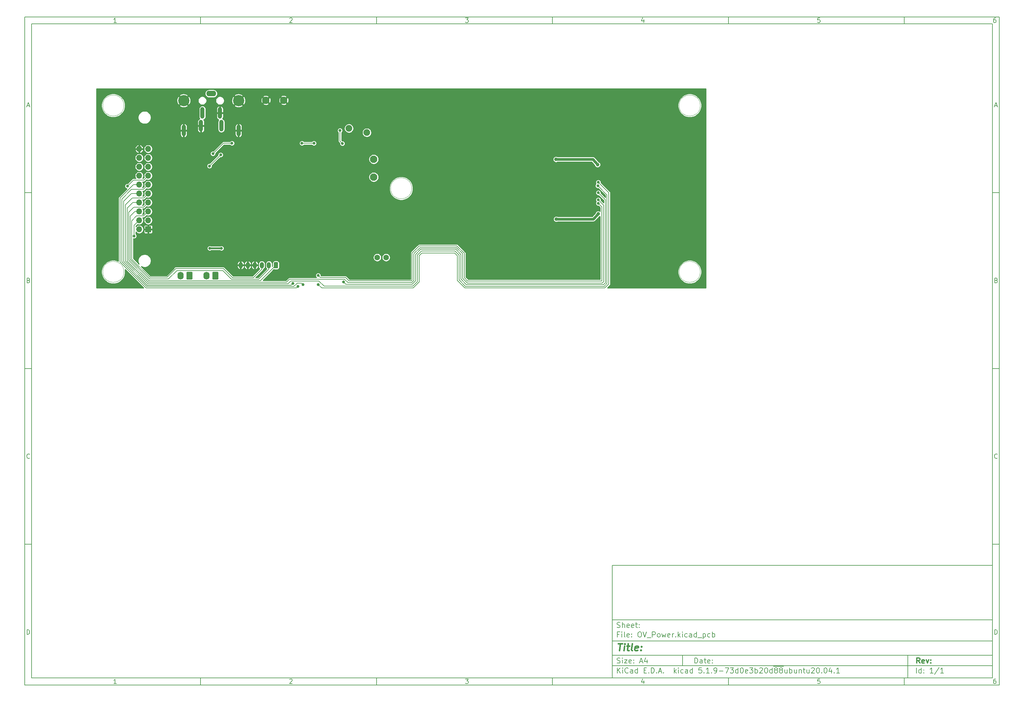
<source format=gbr>
%TF.GenerationSoftware,KiCad,Pcbnew,5.1.9-73d0e3b20d~88~ubuntu20.04.1*%
%TF.CreationDate,2020-12-30T17:27:21-05:00*%
%TF.ProjectId,OV_Power,4f565f50-6f77-4657-922e-6b696361645f,rev?*%
%TF.SameCoordinates,Original*%
%TF.FileFunction,Copper,L2,Bot*%
%TF.FilePolarity,Positive*%
%FSLAX46Y46*%
G04 Gerber Fmt 4.6, Leading zero omitted, Abs format (unit mm)*
G04 Created by KiCad (PCBNEW 5.1.9-73d0e3b20d~88~ubuntu20.04.1) date 2020-12-30 17:27:21*
%MOMM*%
%LPD*%
G01*
G04 APERTURE LIST*
%ADD10C,0.100000*%
%ADD11C,0.150000*%
%ADD12C,0.300000*%
%ADD13C,0.400000*%
%TA.AperFunction,NonConductor*%
%ADD14C,0.001000*%
%TD*%
%TA.AperFunction,ComponentPad*%
%ADD15C,2.100000*%
%TD*%
%TA.AperFunction,ComponentPad*%
%ADD16O,1.740000X2.190000*%
%TD*%
%TA.AperFunction,ComponentPad*%
%ADD17C,3.200000*%
%TD*%
%TA.AperFunction,ComponentPad*%
%ADD18O,1.200000X3.300000*%
%TD*%
%TA.AperFunction,ComponentPad*%
%ADD19O,2.800000X1.600000*%
%TD*%
%TA.AperFunction,ComponentPad*%
%ADD20C,1.900000*%
%TD*%
%TA.AperFunction,ComponentPad*%
%ADD21O,1.200000X1.800000*%
%TD*%
%TA.AperFunction,ComponentPad*%
%ADD22O,1.700000X1.700000*%
%TD*%
%TA.AperFunction,ComponentPad*%
%ADD23R,1.700000X1.700000*%
%TD*%
%TA.AperFunction,ComponentPad*%
%ADD24C,1.600200*%
%TD*%
%TA.AperFunction,ViaPad*%
%ADD25C,1.500000*%
%TD*%
%TA.AperFunction,ViaPad*%
%ADD26C,1.000000*%
%TD*%
%TA.AperFunction,ViaPad*%
%ADD27C,0.800000*%
%TD*%
%TA.AperFunction,Conductor*%
%ADD28C,0.750000*%
%TD*%
%TA.AperFunction,Conductor*%
%ADD29C,0.208000*%
%TD*%
%TA.AperFunction,Conductor*%
%ADD30C,0.500000*%
%TD*%
%TA.AperFunction,Conductor*%
%ADD31C,0.254000*%
%TD*%
%TA.AperFunction,Conductor*%
%ADD32C,0.100000*%
%TD*%
G04 APERTURE END LIST*
D10*
D11*
X177002200Y-166007200D02*
X177002200Y-198007200D01*
X285002200Y-198007200D01*
X285002200Y-166007200D01*
X177002200Y-166007200D01*
D10*
D11*
X10000000Y-10000000D02*
X10000000Y-200007200D01*
X287002200Y-200007200D01*
X287002200Y-10000000D01*
X10000000Y-10000000D01*
D10*
D11*
X12000000Y-12000000D02*
X12000000Y-198007200D01*
X285002200Y-198007200D01*
X285002200Y-12000000D01*
X12000000Y-12000000D01*
D10*
D11*
X60000000Y-12000000D02*
X60000000Y-10000000D01*
D10*
D11*
X110000000Y-12000000D02*
X110000000Y-10000000D01*
D10*
D11*
X160000000Y-12000000D02*
X160000000Y-10000000D01*
D10*
D11*
X210000000Y-12000000D02*
X210000000Y-10000000D01*
D10*
D11*
X260000000Y-12000000D02*
X260000000Y-10000000D01*
D10*
D11*
X36065476Y-11588095D02*
X35322619Y-11588095D01*
X35694047Y-11588095D02*
X35694047Y-10288095D01*
X35570238Y-10473809D01*
X35446428Y-10597619D01*
X35322619Y-10659523D01*
D10*
D11*
X85322619Y-10411904D02*
X85384523Y-10350000D01*
X85508333Y-10288095D01*
X85817857Y-10288095D01*
X85941666Y-10350000D01*
X86003571Y-10411904D01*
X86065476Y-10535714D01*
X86065476Y-10659523D01*
X86003571Y-10845238D01*
X85260714Y-11588095D01*
X86065476Y-11588095D01*
D10*
D11*
X135260714Y-10288095D02*
X136065476Y-10288095D01*
X135632142Y-10783333D01*
X135817857Y-10783333D01*
X135941666Y-10845238D01*
X136003571Y-10907142D01*
X136065476Y-11030952D01*
X136065476Y-11340476D01*
X136003571Y-11464285D01*
X135941666Y-11526190D01*
X135817857Y-11588095D01*
X135446428Y-11588095D01*
X135322619Y-11526190D01*
X135260714Y-11464285D01*
D10*
D11*
X185941666Y-10721428D02*
X185941666Y-11588095D01*
X185632142Y-10226190D02*
X185322619Y-11154761D01*
X186127380Y-11154761D01*
D10*
D11*
X236003571Y-10288095D02*
X235384523Y-10288095D01*
X235322619Y-10907142D01*
X235384523Y-10845238D01*
X235508333Y-10783333D01*
X235817857Y-10783333D01*
X235941666Y-10845238D01*
X236003571Y-10907142D01*
X236065476Y-11030952D01*
X236065476Y-11340476D01*
X236003571Y-11464285D01*
X235941666Y-11526190D01*
X235817857Y-11588095D01*
X235508333Y-11588095D01*
X235384523Y-11526190D01*
X235322619Y-11464285D01*
D10*
D11*
X285941666Y-10288095D02*
X285694047Y-10288095D01*
X285570238Y-10350000D01*
X285508333Y-10411904D01*
X285384523Y-10597619D01*
X285322619Y-10845238D01*
X285322619Y-11340476D01*
X285384523Y-11464285D01*
X285446428Y-11526190D01*
X285570238Y-11588095D01*
X285817857Y-11588095D01*
X285941666Y-11526190D01*
X286003571Y-11464285D01*
X286065476Y-11340476D01*
X286065476Y-11030952D01*
X286003571Y-10907142D01*
X285941666Y-10845238D01*
X285817857Y-10783333D01*
X285570238Y-10783333D01*
X285446428Y-10845238D01*
X285384523Y-10907142D01*
X285322619Y-11030952D01*
D10*
D11*
X60000000Y-198007200D02*
X60000000Y-200007200D01*
D10*
D11*
X110000000Y-198007200D02*
X110000000Y-200007200D01*
D10*
D11*
X160000000Y-198007200D02*
X160000000Y-200007200D01*
D10*
D11*
X210000000Y-198007200D02*
X210000000Y-200007200D01*
D10*
D11*
X260000000Y-198007200D02*
X260000000Y-200007200D01*
D10*
D11*
X36065476Y-199595295D02*
X35322619Y-199595295D01*
X35694047Y-199595295D02*
X35694047Y-198295295D01*
X35570238Y-198481009D01*
X35446428Y-198604819D01*
X35322619Y-198666723D01*
D10*
D11*
X85322619Y-198419104D02*
X85384523Y-198357200D01*
X85508333Y-198295295D01*
X85817857Y-198295295D01*
X85941666Y-198357200D01*
X86003571Y-198419104D01*
X86065476Y-198542914D01*
X86065476Y-198666723D01*
X86003571Y-198852438D01*
X85260714Y-199595295D01*
X86065476Y-199595295D01*
D10*
D11*
X135260714Y-198295295D02*
X136065476Y-198295295D01*
X135632142Y-198790533D01*
X135817857Y-198790533D01*
X135941666Y-198852438D01*
X136003571Y-198914342D01*
X136065476Y-199038152D01*
X136065476Y-199347676D01*
X136003571Y-199471485D01*
X135941666Y-199533390D01*
X135817857Y-199595295D01*
X135446428Y-199595295D01*
X135322619Y-199533390D01*
X135260714Y-199471485D01*
D10*
D11*
X185941666Y-198728628D02*
X185941666Y-199595295D01*
X185632142Y-198233390D02*
X185322619Y-199161961D01*
X186127380Y-199161961D01*
D10*
D11*
X236003571Y-198295295D02*
X235384523Y-198295295D01*
X235322619Y-198914342D01*
X235384523Y-198852438D01*
X235508333Y-198790533D01*
X235817857Y-198790533D01*
X235941666Y-198852438D01*
X236003571Y-198914342D01*
X236065476Y-199038152D01*
X236065476Y-199347676D01*
X236003571Y-199471485D01*
X235941666Y-199533390D01*
X235817857Y-199595295D01*
X235508333Y-199595295D01*
X235384523Y-199533390D01*
X235322619Y-199471485D01*
D10*
D11*
X285941666Y-198295295D02*
X285694047Y-198295295D01*
X285570238Y-198357200D01*
X285508333Y-198419104D01*
X285384523Y-198604819D01*
X285322619Y-198852438D01*
X285322619Y-199347676D01*
X285384523Y-199471485D01*
X285446428Y-199533390D01*
X285570238Y-199595295D01*
X285817857Y-199595295D01*
X285941666Y-199533390D01*
X286003571Y-199471485D01*
X286065476Y-199347676D01*
X286065476Y-199038152D01*
X286003571Y-198914342D01*
X285941666Y-198852438D01*
X285817857Y-198790533D01*
X285570238Y-198790533D01*
X285446428Y-198852438D01*
X285384523Y-198914342D01*
X285322619Y-199038152D01*
D10*
D11*
X10000000Y-60000000D02*
X12000000Y-60000000D01*
D10*
D11*
X10000000Y-110000000D02*
X12000000Y-110000000D01*
D10*
D11*
X10000000Y-160000000D02*
X12000000Y-160000000D01*
D10*
D11*
X10690476Y-35216666D02*
X11309523Y-35216666D01*
X10566666Y-35588095D02*
X11000000Y-34288095D01*
X11433333Y-35588095D01*
D10*
D11*
X11092857Y-84907142D02*
X11278571Y-84969047D01*
X11340476Y-85030952D01*
X11402380Y-85154761D01*
X11402380Y-85340476D01*
X11340476Y-85464285D01*
X11278571Y-85526190D01*
X11154761Y-85588095D01*
X10659523Y-85588095D01*
X10659523Y-84288095D01*
X11092857Y-84288095D01*
X11216666Y-84350000D01*
X11278571Y-84411904D01*
X11340476Y-84535714D01*
X11340476Y-84659523D01*
X11278571Y-84783333D01*
X11216666Y-84845238D01*
X11092857Y-84907142D01*
X10659523Y-84907142D01*
D10*
D11*
X11402380Y-135464285D02*
X11340476Y-135526190D01*
X11154761Y-135588095D01*
X11030952Y-135588095D01*
X10845238Y-135526190D01*
X10721428Y-135402380D01*
X10659523Y-135278571D01*
X10597619Y-135030952D01*
X10597619Y-134845238D01*
X10659523Y-134597619D01*
X10721428Y-134473809D01*
X10845238Y-134350000D01*
X11030952Y-134288095D01*
X11154761Y-134288095D01*
X11340476Y-134350000D01*
X11402380Y-134411904D01*
D10*
D11*
X10659523Y-185588095D02*
X10659523Y-184288095D01*
X10969047Y-184288095D01*
X11154761Y-184350000D01*
X11278571Y-184473809D01*
X11340476Y-184597619D01*
X11402380Y-184845238D01*
X11402380Y-185030952D01*
X11340476Y-185278571D01*
X11278571Y-185402380D01*
X11154761Y-185526190D01*
X10969047Y-185588095D01*
X10659523Y-185588095D01*
D10*
D11*
X287002200Y-60000000D02*
X285002200Y-60000000D01*
D10*
D11*
X287002200Y-110000000D02*
X285002200Y-110000000D01*
D10*
D11*
X287002200Y-160000000D02*
X285002200Y-160000000D01*
D10*
D11*
X285692676Y-35216666D02*
X286311723Y-35216666D01*
X285568866Y-35588095D02*
X286002200Y-34288095D01*
X286435533Y-35588095D01*
D10*
D11*
X286095057Y-84907142D02*
X286280771Y-84969047D01*
X286342676Y-85030952D01*
X286404580Y-85154761D01*
X286404580Y-85340476D01*
X286342676Y-85464285D01*
X286280771Y-85526190D01*
X286156961Y-85588095D01*
X285661723Y-85588095D01*
X285661723Y-84288095D01*
X286095057Y-84288095D01*
X286218866Y-84350000D01*
X286280771Y-84411904D01*
X286342676Y-84535714D01*
X286342676Y-84659523D01*
X286280771Y-84783333D01*
X286218866Y-84845238D01*
X286095057Y-84907142D01*
X285661723Y-84907142D01*
D10*
D11*
X286404580Y-135464285D02*
X286342676Y-135526190D01*
X286156961Y-135588095D01*
X286033152Y-135588095D01*
X285847438Y-135526190D01*
X285723628Y-135402380D01*
X285661723Y-135278571D01*
X285599819Y-135030952D01*
X285599819Y-134845238D01*
X285661723Y-134597619D01*
X285723628Y-134473809D01*
X285847438Y-134350000D01*
X286033152Y-134288095D01*
X286156961Y-134288095D01*
X286342676Y-134350000D01*
X286404580Y-134411904D01*
D10*
D11*
X285661723Y-185588095D02*
X285661723Y-184288095D01*
X285971247Y-184288095D01*
X286156961Y-184350000D01*
X286280771Y-184473809D01*
X286342676Y-184597619D01*
X286404580Y-184845238D01*
X286404580Y-185030952D01*
X286342676Y-185278571D01*
X286280771Y-185402380D01*
X286156961Y-185526190D01*
X285971247Y-185588095D01*
X285661723Y-185588095D01*
D10*
D11*
X200434342Y-193785771D02*
X200434342Y-192285771D01*
X200791485Y-192285771D01*
X201005771Y-192357200D01*
X201148628Y-192500057D01*
X201220057Y-192642914D01*
X201291485Y-192928628D01*
X201291485Y-193142914D01*
X201220057Y-193428628D01*
X201148628Y-193571485D01*
X201005771Y-193714342D01*
X200791485Y-193785771D01*
X200434342Y-193785771D01*
X202577200Y-193785771D02*
X202577200Y-193000057D01*
X202505771Y-192857200D01*
X202362914Y-192785771D01*
X202077200Y-192785771D01*
X201934342Y-192857200D01*
X202577200Y-193714342D02*
X202434342Y-193785771D01*
X202077200Y-193785771D01*
X201934342Y-193714342D01*
X201862914Y-193571485D01*
X201862914Y-193428628D01*
X201934342Y-193285771D01*
X202077200Y-193214342D01*
X202434342Y-193214342D01*
X202577200Y-193142914D01*
X203077200Y-192785771D02*
X203648628Y-192785771D01*
X203291485Y-192285771D02*
X203291485Y-193571485D01*
X203362914Y-193714342D01*
X203505771Y-193785771D01*
X203648628Y-193785771D01*
X204720057Y-193714342D02*
X204577200Y-193785771D01*
X204291485Y-193785771D01*
X204148628Y-193714342D01*
X204077200Y-193571485D01*
X204077200Y-193000057D01*
X204148628Y-192857200D01*
X204291485Y-192785771D01*
X204577200Y-192785771D01*
X204720057Y-192857200D01*
X204791485Y-193000057D01*
X204791485Y-193142914D01*
X204077200Y-193285771D01*
X205434342Y-193642914D02*
X205505771Y-193714342D01*
X205434342Y-193785771D01*
X205362914Y-193714342D01*
X205434342Y-193642914D01*
X205434342Y-193785771D01*
X205434342Y-192857200D02*
X205505771Y-192928628D01*
X205434342Y-193000057D01*
X205362914Y-192928628D01*
X205434342Y-192857200D01*
X205434342Y-193000057D01*
D10*
D11*
X177002200Y-194507200D02*
X285002200Y-194507200D01*
D10*
D11*
X178434342Y-196585771D02*
X178434342Y-195085771D01*
X179291485Y-196585771D02*
X178648628Y-195728628D01*
X179291485Y-195085771D02*
X178434342Y-195942914D01*
X179934342Y-196585771D02*
X179934342Y-195585771D01*
X179934342Y-195085771D02*
X179862914Y-195157200D01*
X179934342Y-195228628D01*
X180005771Y-195157200D01*
X179934342Y-195085771D01*
X179934342Y-195228628D01*
X181505771Y-196442914D02*
X181434342Y-196514342D01*
X181220057Y-196585771D01*
X181077200Y-196585771D01*
X180862914Y-196514342D01*
X180720057Y-196371485D01*
X180648628Y-196228628D01*
X180577200Y-195942914D01*
X180577200Y-195728628D01*
X180648628Y-195442914D01*
X180720057Y-195300057D01*
X180862914Y-195157200D01*
X181077200Y-195085771D01*
X181220057Y-195085771D01*
X181434342Y-195157200D01*
X181505771Y-195228628D01*
X182791485Y-196585771D02*
X182791485Y-195800057D01*
X182720057Y-195657200D01*
X182577200Y-195585771D01*
X182291485Y-195585771D01*
X182148628Y-195657200D01*
X182791485Y-196514342D02*
X182648628Y-196585771D01*
X182291485Y-196585771D01*
X182148628Y-196514342D01*
X182077200Y-196371485D01*
X182077200Y-196228628D01*
X182148628Y-196085771D01*
X182291485Y-196014342D01*
X182648628Y-196014342D01*
X182791485Y-195942914D01*
X184148628Y-196585771D02*
X184148628Y-195085771D01*
X184148628Y-196514342D02*
X184005771Y-196585771D01*
X183720057Y-196585771D01*
X183577200Y-196514342D01*
X183505771Y-196442914D01*
X183434342Y-196300057D01*
X183434342Y-195871485D01*
X183505771Y-195728628D01*
X183577200Y-195657200D01*
X183720057Y-195585771D01*
X184005771Y-195585771D01*
X184148628Y-195657200D01*
X186005771Y-195800057D02*
X186505771Y-195800057D01*
X186720057Y-196585771D02*
X186005771Y-196585771D01*
X186005771Y-195085771D01*
X186720057Y-195085771D01*
X187362914Y-196442914D02*
X187434342Y-196514342D01*
X187362914Y-196585771D01*
X187291485Y-196514342D01*
X187362914Y-196442914D01*
X187362914Y-196585771D01*
X188077200Y-196585771D02*
X188077200Y-195085771D01*
X188434342Y-195085771D01*
X188648628Y-195157200D01*
X188791485Y-195300057D01*
X188862914Y-195442914D01*
X188934342Y-195728628D01*
X188934342Y-195942914D01*
X188862914Y-196228628D01*
X188791485Y-196371485D01*
X188648628Y-196514342D01*
X188434342Y-196585771D01*
X188077200Y-196585771D01*
X189577200Y-196442914D02*
X189648628Y-196514342D01*
X189577200Y-196585771D01*
X189505771Y-196514342D01*
X189577200Y-196442914D01*
X189577200Y-196585771D01*
X190220057Y-196157200D02*
X190934342Y-196157200D01*
X190077200Y-196585771D02*
X190577200Y-195085771D01*
X191077200Y-196585771D01*
X191577200Y-196442914D02*
X191648628Y-196514342D01*
X191577200Y-196585771D01*
X191505771Y-196514342D01*
X191577200Y-196442914D01*
X191577200Y-196585771D01*
X194577200Y-196585771D02*
X194577200Y-195085771D01*
X194720057Y-196014342D02*
X195148628Y-196585771D01*
X195148628Y-195585771D02*
X194577200Y-196157200D01*
X195791485Y-196585771D02*
X195791485Y-195585771D01*
X195791485Y-195085771D02*
X195720057Y-195157200D01*
X195791485Y-195228628D01*
X195862914Y-195157200D01*
X195791485Y-195085771D01*
X195791485Y-195228628D01*
X197148628Y-196514342D02*
X197005771Y-196585771D01*
X196720057Y-196585771D01*
X196577200Y-196514342D01*
X196505771Y-196442914D01*
X196434342Y-196300057D01*
X196434342Y-195871485D01*
X196505771Y-195728628D01*
X196577200Y-195657200D01*
X196720057Y-195585771D01*
X197005771Y-195585771D01*
X197148628Y-195657200D01*
X198434342Y-196585771D02*
X198434342Y-195800057D01*
X198362914Y-195657200D01*
X198220057Y-195585771D01*
X197934342Y-195585771D01*
X197791485Y-195657200D01*
X198434342Y-196514342D02*
X198291485Y-196585771D01*
X197934342Y-196585771D01*
X197791485Y-196514342D01*
X197720057Y-196371485D01*
X197720057Y-196228628D01*
X197791485Y-196085771D01*
X197934342Y-196014342D01*
X198291485Y-196014342D01*
X198434342Y-195942914D01*
X199791485Y-196585771D02*
X199791485Y-195085771D01*
X199791485Y-196514342D02*
X199648628Y-196585771D01*
X199362914Y-196585771D01*
X199220057Y-196514342D01*
X199148628Y-196442914D01*
X199077200Y-196300057D01*
X199077200Y-195871485D01*
X199148628Y-195728628D01*
X199220057Y-195657200D01*
X199362914Y-195585771D01*
X199648628Y-195585771D01*
X199791485Y-195657200D01*
X202362914Y-195085771D02*
X201648628Y-195085771D01*
X201577200Y-195800057D01*
X201648628Y-195728628D01*
X201791485Y-195657200D01*
X202148628Y-195657200D01*
X202291485Y-195728628D01*
X202362914Y-195800057D01*
X202434342Y-195942914D01*
X202434342Y-196300057D01*
X202362914Y-196442914D01*
X202291485Y-196514342D01*
X202148628Y-196585771D01*
X201791485Y-196585771D01*
X201648628Y-196514342D01*
X201577200Y-196442914D01*
X203077200Y-196442914D02*
X203148628Y-196514342D01*
X203077200Y-196585771D01*
X203005771Y-196514342D01*
X203077200Y-196442914D01*
X203077200Y-196585771D01*
X204577200Y-196585771D02*
X203720057Y-196585771D01*
X204148628Y-196585771D02*
X204148628Y-195085771D01*
X204005771Y-195300057D01*
X203862914Y-195442914D01*
X203720057Y-195514342D01*
X205220057Y-196442914D02*
X205291485Y-196514342D01*
X205220057Y-196585771D01*
X205148628Y-196514342D01*
X205220057Y-196442914D01*
X205220057Y-196585771D01*
X206005771Y-196585771D02*
X206291485Y-196585771D01*
X206434342Y-196514342D01*
X206505771Y-196442914D01*
X206648628Y-196228628D01*
X206720057Y-195942914D01*
X206720057Y-195371485D01*
X206648628Y-195228628D01*
X206577200Y-195157200D01*
X206434342Y-195085771D01*
X206148628Y-195085771D01*
X206005771Y-195157200D01*
X205934342Y-195228628D01*
X205862914Y-195371485D01*
X205862914Y-195728628D01*
X205934342Y-195871485D01*
X206005771Y-195942914D01*
X206148628Y-196014342D01*
X206434342Y-196014342D01*
X206577200Y-195942914D01*
X206648628Y-195871485D01*
X206720057Y-195728628D01*
X207362914Y-196014342D02*
X208505771Y-196014342D01*
X209077200Y-195085771D02*
X210077200Y-195085771D01*
X209434342Y-196585771D01*
X210505771Y-195085771D02*
X211434342Y-195085771D01*
X210934342Y-195657200D01*
X211148628Y-195657200D01*
X211291485Y-195728628D01*
X211362914Y-195800057D01*
X211434342Y-195942914D01*
X211434342Y-196300057D01*
X211362914Y-196442914D01*
X211291485Y-196514342D01*
X211148628Y-196585771D01*
X210720057Y-196585771D01*
X210577200Y-196514342D01*
X210505771Y-196442914D01*
X212720057Y-196585771D02*
X212720057Y-195085771D01*
X212720057Y-196514342D02*
X212577200Y-196585771D01*
X212291485Y-196585771D01*
X212148628Y-196514342D01*
X212077200Y-196442914D01*
X212005771Y-196300057D01*
X212005771Y-195871485D01*
X212077200Y-195728628D01*
X212148628Y-195657200D01*
X212291485Y-195585771D01*
X212577200Y-195585771D01*
X212720057Y-195657200D01*
X213720057Y-195085771D02*
X213862914Y-195085771D01*
X214005771Y-195157200D01*
X214077200Y-195228628D01*
X214148628Y-195371485D01*
X214220057Y-195657200D01*
X214220057Y-196014342D01*
X214148628Y-196300057D01*
X214077200Y-196442914D01*
X214005771Y-196514342D01*
X213862914Y-196585771D01*
X213720057Y-196585771D01*
X213577200Y-196514342D01*
X213505771Y-196442914D01*
X213434342Y-196300057D01*
X213362914Y-196014342D01*
X213362914Y-195657200D01*
X213434342Y-195371485D01*
X213505771Y-195228628D01*
X213577200Y-195157200D01*
X213720057Y-195085771D01*
X215434342Y-196514342D02*
X215291485Y-196585771D01*
X215005771Y-196585771D01*
X214862914Y-196514342D01*
X214791485Y-196371485D01*
X214791485Y-195800057D01*
X214862914Y-195657200D01*
X215005771Y-195585771D01*
X215291485Y-195585771D01*
X215434342Y-195657200D01*
X215505771Y-195800057D01*
X215505771Y-195942914D01*
X214791485Y-196085771D01*
X216005771Y-195085771D02*
X216934342Y-195085771D01*
X216434342Y-195657200D01*
X216648628Y-195657200D01*
X216791485Y-195728628D01*
X216862914Y-195800057D01*
X216934342Y-195942914D01*
X216934342Y-196300057D01*
X216862914Y-196442914D01*
X216791485Y-196514342D01*
X216648628Y-196585771D01*
X216220057Y-196585771D01*
X216077200Y-196514342D01*
X216005771Y-196442914D01*
X217577200Y-196585771D02*
X217577200Y-195085771D01*
X217577200Y-195657200D02*
X217720057Y-195585771D01*
X218005771Y-195585771D01*
X218148628Y-195657200D01*
X218220057Y-195728628D01*
X218291485Y-195871485D01*
X218291485Y-196300057D01*
X218220057Y-196442914D01*
X218148628Y-196514342D01*
X218005771Y-196585771D01*
X217720057Y-196585771D01*
X217577200Y-196514342D01*
X218862914Y-195228628D02*
X218934342Y-195157200D01*
X219077200Y-195085771D01*
X219434342Y-195085771D01*
X219577200Y-195157200D01*
X219648628Y-195228628D01*
X219720057Y-195371485D01*
X219720057Y-195514342D01*
X219648628Y-195728628D01*
X218791485Y-196585771D01*
X219720057Y-196585771D01*
X220648628Y-195085771D02*
X220791485Y-195085771D01*
X220934342Y-195157200D01*
X221005771Y-195228628D01*
X221077200Y-195371485D01*
X221148628Y-195657200D01*
X221148628Y-196014342D01*
X221077200Y-196300057D01*
X221005771Y-196442914D01*
X220934342Y-196514342D01*
X220791485Y-196585771D01*
X220648628Y-196585771D01*
X220505771Y-196514342D01*
X220434342Y-196442914D01*
X220362914Y-196300057D01*
X220291485Y-196014342D01*
X220291485Y-195657200D01*
X220362914Y-195371485D01*
X220434342Y-195228628D01*
X220505771Y-195157200D01*
X220648628Y-195085771D01*
X222434342Y-196585771D02*
X222434342Y-195085771D01*
X222434342Y-196514342D02*
X222291485Y-196585771D01*
X222005771Y-196585771D01*
X221862914Y-196514342D01*
X221791485Y-196442914D01*
X221720057Y-196300057D01*
X221720057Y-195871485D01*
X221791485Y-195728628D01*
X221862914Y-195657200D01*
X222005771Y-195585771D01*
X222291485Y-195585771D01*
X222434342Y-195657200D01*
X222791485Y-194677200D02*
X224220057Y-194677200D01*
X223362914Y-195728628D02*
X223220057Y-195657200D01*
X223148628Y-195585771D01*
X223077200Y-195442914D01*
X223077200Y-195371485D01*
X223148628Y-195228628D01*
X223220057Y-195157200D01*
X223362914Y-195085771D01*
X223648628Y-195085771D01*
X223791485Y-195157200D01*
X223862914Y-195228628D01*
X223934342Y-195371485D01*
X223934342Y-195442914D01*
X223862914Y-195585771D01*
X223791485Y-195657200D01*
X223648628Y-195728628D01*
X223362914Y-195728628D01*
X223220057Y-195800057D01*
X223148628Y-195871485D01*
X223077200Y-196014342D01*
X223077200Y-196300057D01*
X223148628Y-196442914D01*
X223220057Y-196514342D01*
X223362914Y-196585771D01*
X223648628Y-196585771D01*
X223791485Y-196514342D01*
X223862914Y-196442914D01*
X223934342Y-196300057D01*
X223934342Y-196014342D01*
X223862914Y-195871485D01*
X223791485Y-195800057D01*
X223648628Y-195728628D01*
X224220057Y-194677200D02*
X225648628Y-194677200D01*
X224791485Y-195728628D02*
X224648628Y-195657200D01*
X224577200Y-195585771D01*
X224505771Y-195442914D01*
X224505771Y-195371485D01*
X224577200Y-195228628D01*
X224648628Y-195157200D01*
X224791485Y-195085771D01*
X225077200Y-195085771D01*
X225220057Y-195157200D01*
X225291485Y-195228628D01*
X225362914Y-195371485D01*
X225362914Y-195442914D01*
X225291485Y-195585771D01*
X225220057Y-195657200D01*
X225077200Y-195728628D01*
X224791485Y-195728628D01*
X224648628Y-195800057D01*
X224577200Y-195871485D01*
X224505771Y-196014342D01*
X224505771Y-196300057D01*
X224577200Y-196442914D01*
X224648628Y-196514342D01*
X224791485Y-196585771D01*
X225077200Y-196585771D01*
X225220057Y-196514342D01*
X225291485Y-196442914D01*
X225362914Y-196300057D01*
X225362914Y-196014342D01*
X225291485Y-195871485D01*
X225220057Y-195800057D01*
X225077200Y-195728628D01*
X226648628Y-195585771D02*
X226648628Y-196585771D01*
X226005771Y-195585771D02*
X226005771Y-196371485D01*
X226077199Y-196514342D01*
X226220057Y-196585771D01*
X226434342Y-196585771D01*
X226577199Y-196514342D01*
X226648628Y-196442914D01*
X227362914Y-196585771D02*
X227362914Y-195085771D01*
X227362914Y-195657200D02*
X227505771Y-195585771D01*
X227791485Y-195585771D01*
X227934342Y-195657200D01*
X228005771Y-195728628D01*
X228077200Y-195871485D01*
X228077200Y-196300057D01*
X228005771Y-196442914D01*
X227934342Y-196514342D01*
X227791485Y-196585771D01*
X227505771Y-196585771D01*
X227362914Y-196514342D01*
X229362914Y-195585771D02*
X229362914Y-196585771D01*
X228720057Y-195585771D02*
X228720057Y-196371485D01*
X228791485Y-196514342D01*
X228934342Y-196585771D01*
X229148628Y-196585771D01*
X229291485Y-196514342D01*
X229362914Y-196442914D01*
X230077200Y-195585771D02*
X230077200Y-196585771D01*
X230077200Y-195728628D02*
X230148628Y-195657200D01*
X230291485Y-195585771D01*
X230505771Y-195585771D01*
X230648628Y-195657200D01*
X230720057Y-195800057D01*
X230720057Y-196585771D01*
X231220057Y-195585771D02*
X231791485Y-195585771D01*
X231434342Y-195085771D02*
X231434342Y-196371485D01*
X231505771Y-196514342D01*
X231648628Y-196585771D01*
X231791485Y-196585771D01*
X232934342Y-195585771D02*
X232934342Y-196585771D01*
X232291485Y-195585771D02*
X232291485Y-196371485D01*
X232362914Y-196514342D01*
X232505771Y-196585771D01*
X232720057Y-196585771D01*
X232862914Y-196514342D01*
X232934342Y-196442914D01*
X233577200Y-195228628D02*
X233648628Y-195157200D01*
X233791485Y-195085771D01*
X234148628Y-195085771D01*
X234291485Y-195157200D01*
X234362914Y-195228628D01*
X234434342Y-195371485D01*
X234434342Y-195514342D01*
X234362914Y-195728628D01*
X233505771Y-196585771D01*
X234434342Y-196585771D01*
X235362914Y-195085771D02*
X235505771Y-195085771D01*
X235648628Y-195157200D01*
X235720057Y-195228628D01*
X235791485Y-195371485D01*
X235862914Y-195657200D01*
X235862914Y-196014342D01*
X235791485Y-196300057D01*
X235720057Y-196442914D01*
X235648628Y-196514342D01*
X235505771Y-196585771D01*
X235362914Y-196585771D01*
X235220057Y-196514342D01*
X235148628Y-196442914D01*
X235077200Y-196300057D01*
X235005771Y-196014342D01*
X235005771Y-195657200D01*
X235077200Y-195371485D01*
X235148628Y-195228628D01*
X235220057Y-195157200D01*
X235362914Y-195085771D01*
X236505771Y-196442914D02*
X236577199Y-196514342D01*
X236505771Y-196585771D01*
X236434342Y-196514342D01*
X236505771Y-196442914D01*
X236505771Y-196585771D01*
X237505771Y-195085771D02*
X237648628Y-195085771D01*
X237791485Y-195157200D01*
X237862914Y-195228628D01*
X237934342Y-195371485D01*
X238005771Y-195657200D01*
X238005771Y-196014342D01*
X237934342Y-196300057D01*
X237862914Y-196442914D01*
X237791485Y-196514342D01*
X237648628Y-196585771D01*
X237505771Y-196585771D01*
X237362914Y-196514342D01*
X237291485Y-196442914D01*
X237220057Y-196300057D01*
X237148628Y-196014342D01*
X237148628Y-195657200D01*
X237220057Y-195371485D01*
X237291485Y-195228628D01*
X237362914Y-195157200D01*
X237505771Y-195085771D01*
X239291485Y-195585771D02*
X239291485Y-196585771D01*
X238934342Y-195014342D02*
X238577199Y-196085771D01*
X239505771Y-196085771D01*
X240077199Y-196442914D02*
X240148628Y-196514342D01*
X240077199Y-196585771D01*
X240005771Y-196514342D01*
X240077199Y-196442914D01*
X240077199Y-196585771D01*
X241577199Y-196585771D02*
X240720057Y-196585771D01*
X241148628Y-196585771D02*
X241148628Y-195085771D01*
X241005771Y-195300057D01*
X240862914Y-195442914D01*
X240720057Y-195514342D01*
D10*
D11*
X177002200Y-191507200D02*
X285002200Y-191507200D01*
D10*
D12*
X264411485Y-193785771D02*
X263911485Y-193071485D01*
X263554342Y-193785771D02*
X263554342Y-192285771D01*
X264125771Y-192285771D01*
X264268628Y-192357200D01*
X264340057Y-192428628D01*
X264411485Y-192571485D01*
X264411485Y-192785771D01*
X264340057Y-192928628D01*
X264268628Y-193000057D01*
X264125771Y-193071485D01*
X263554342Y-193071485D01*
X265625771Y-193714342D02*
X265482914Y-193785771D01*
X265197200Y-193785771D01*
X265054342Y-193714342D01*
X264982914Y-193571485D01*
X264982914Y-193000057D01*
X265054342Y-192857200D01*
X265197200Y-192785771D01*
X265482914Y-192785771D01*
X265625771Y-192857200D01*
X265697200Y-193000057D01*
X265697200Y-193142914D01*
X264982914Y-193285771D01*
X266197200Y-192785771D02*
X266554342Y-193785771D01*
X266911485Y-192785771D01*
X267482914Y-193642914D02*
X267554342Y-193714342D01*
X267482914Y-193785771D01*
X267411485Y-193714342D01*
X267482914Y-193642914D01*
X267482914Y-193785771D01*
X267482914Y-192857200D02*
X267554342Y-192928628D01*
X267482914Y-193000057D01*
X267411485Y-192928628D01*
X267482914Y-192857200D01*
X267482914Y-193000057D01*
D10*
D11*
X178362914Y-193714342D02*
X178577200Y-193785771D01*
X178934342Y-193785771D01*
X179077200Y-193714342D01*
X179148628Y-193642914D01*
X179220057Y-193500057D01*
X179220057Y-193357200D01*
X179148628Y-193214342D01*
X179077200Y-193142914D01*
X178934342Y-193071485D01*
X178648628Y-193000057D01*
X178505771Y-192928628D01*
X178434342Y-192857200D01*
X178362914Y-192714342D01*
X178362914Y-192571485D01*
X178434342Y-192428628D01*
X178505771Y-192357200D01*
X178648628Y-192285771D01*
X179005771Y-192285771D01*
X179220057Y-192357200D01*
X179862914Y-193785771D02*
X179862914Y-192785771D01*
X179862914Y-192285771D02*
X179791485Y-192357200D01*
X179862914Y-192428628D01*
X179934342Y-192357200D01*
X179862914Y-192285771D01*
X179862914Y-192428628D01*
X180434342Y-192785771D02*
X181220057Y-192785771D01*
X180434342Y-193785771D01*
X181220057Y-193785771D01*
X182362914Y-193714342D02*
X182220057Y-193785771D01*
X181934342Y-193785771D01*
X181791485Y-193714342D01*
X181720057Y-193571485D01*
X181720057Y-193000057D01*
X181791485Y-192857200D01*
X181934342Y-192785771D01*
X182220057Y-192785771D01*
X182362914Y-192857200D01*
X182434342Y-193000057D01*
X182434342Y-193142914D01*
X181720057Y-193285771D01*
X183077200Y-193642914D02*
X183148628Y-193714342D01*
X183077200Y-193785771D01*
X183005771Y-193714342D01*
X183077200Y-193642914D01*
X183077200Y-193785771D01*
X183077200Y-192857200D02*
X183148628Y-192928628D01*
X183077200Y-193000057D01*
X183005771Y-192928628D01*
X183077200Y-192857200D01*
X183077200Y-193000057D01*
X184862914Y-193357200D02*
X185577200Y-193357200D01*
X184720057Y-193785771D02*
X185220057Y-192285771D01*
X185720057Y-193785771D01*
X186862914Y-192785771D02*
X186862914Y-193785771D01*
X186505771Y-192214342D02*
X186148628Y-193285771D01*
X187077200Y-193285771D01*
D10*
D11*
X263434342Y-196585771D02*
X263434342Y-195085771D01*
X264791485Y-196585771D02*
X264791485Y-195085771D01*
X264791485Y-196514342D02*
X264648628Y-196585771D01*
X264362914Y-196585771D01*
X264220057Y-196514342D01*
X264148628Y-196442914D01*
X264077200Y-196300057D01*
X264077200Y-195871485D01*
X264148628Y-195728628D01*
X264220057Y-195657200D01*
X264362914Y-195585771D01*
X264648628Y-195585771D01*
X264791485Y-195657200D01*
X265505771Y-196442914D02*
X265577200Y-196514342D01*
X265505771Y-196585771D01*
X265434342Y-196514342D01*
X265505771Y-196442914D01*
X265505771Y-196585771D01*
X265505771Y-195657200D02*
X265577200Y-195728628D01*
X265505771Y-195800057D01*
X265434342Y-195728628D01*
X265505771Y-195657200D01*
X265505771Y-195800057D01*
X268148628Y-196585771D02*
X267291485Y-196585771D01*
X267720057Y-196585771D02*
X267720057Y-195085771D01*
X267577200Y-195300057D01*
X267434342Y-195442914D01*
X267291485Y-195514342D01*
X269862914Y-195014342D02*
X268577200Y-196942914D01*
X271148628Y-196585771D02*
X270291485Y-196585771D01*
X270720057Y-196585771D02*
X270720057Y-195085771D01*
X270577200Y-195300057D01*
X270434342Y-195442914D01*
X270291485Y-195514342D01*
D10*
D11*
X177002200Y-187507200D02*
X285002200Y-187507200D01*
D10*
D13*
X178714580Y-188211961D02*
X179857438Y-188211961D01*
X179036009Y-190211961D02*
X179286009Y-188211961D01*
X180274104Y-190211961D02*
X180440771Y-188878628D01*
X180524104Y-188211961D02*
X180416961Y-188307200D01*
X180500295Y-188402438D01*
X180607438Y-188307200D01*
X180524104Y-188211961D01*
X180500295Y-188402438D01*
X181107438Y-188878628D02*
X181869342Y-188878628D01*
X181476485Y-188211961D02*
X181262200Y-189926247D01*
X181333628Y-190116723D01*
X181512200Y-190211961D01*
X181702676Y-190211961D01*
X182655057Y-190211961D02*
X182476485Y-190116723D01*
X182405057Y-189926247D01*
X182619342Y-188211961D01*
X184190771Y-190116723D02*
X183988390Y-190211961D01*
X183607438Y-190211961D01*
X183428866Y-190116723D01*
X183357438Y-189926247D01*
X183452676Y-189164342D01*
X183571723Y-188973866D01*
X183774104Y-188878628D01*
X184155057Y-188878628D01*
X184333628Y-188973866D01*
X184405057Y-189164342D01*
X184381247Y-189354819D01*
X183405057Y-189545295D01*
X185155057Y-190021485D02*
X185238390Y-190116723D01*
X185131247Y-190211961D01*
X185047914Y-190116723D01*
X185155057Y-190021485D01*
X185131247Y-190211961D01*
X185286009Y-188973866D02*
X185369342Y-189069104D01*
X185262200Y-189164342D01*
X185178866Y-189069104D01*
X185286009Y-188973866D01*
X185262200Y-189164342D01*
D10*
D11*
X178934342Y-185600057D02*
X178434342Y-185600057D01*
X178434342Y-186385771D02*
X178434342Y-184885771D01*
X179148628Y-184885771D01*
X179720057Y-186385771D02*
X179720057Y-185385771D01*
X179720057Y-184885771D02*
X179648628Y-184957200D01*
X179720057Y-185028628D01*
X179791485Y-184957200D01*
X179720057Y-184885771D01*
X179720057Y-185028628D01*
X180648628Y-186385771D02*
X180505771Y-186314342D01*
X180434342Y-186171485D01*
X180434342Y-184885771D01*
X181791485Y-186314342D02*
X181648628Y-186385771D01*
X181362914Y-186385771D01*
X181220057Y-186314342D01*
X181148628Y-186171485D01*
X181148628Y-185600057D01*
X181220057Y-185457200D01*
X181362914Y-185385771D01*
X181648628Y-185385771D01*
X181791485Y-185457200D01*
X181862914Y-185600057D01*
X181862914Y-185742914D01*
X181148628Y-185885771D01*
X182505771Y-186242914D02*
X182577200Y-186314342D01*
X182505771Y-186385771D01*
X182434342Y-186314342D01*
X182505771Y-186242914D01*
X182505771Y-186385771D01*
X182505771Y-185457200D02*
X182577200Y-185528628D01*
X182505771Y-185600057D01*
X182434342Y-185528628D01*
X182505771Y-185457200D01*
X182505771Y-185600057D01*
X184648628Y-184885771D02*
X184934342Y-184885771D01*
X185077200Y-184957200D01*
X185220057Y-185100057D01*
X185291485Y-185385771D01*
X185291485Y-185885771D01*
X185220057Y-186171485D01*
X185077200Y-186314342D01*
X184934342Y-186385771D01*
X184648628Y-186385771D01*
X184505771Y-186314342D01*
X184362914Y-186171485D01*
X184291485Y-185885771D01*
X184291485Y-185385771D01*
X184362914Y-185100057D01*
X184505771Y-184957200D01*
X184648628Y-184885771D01*
X185720057Y-184885771D02*
X186220057Y-186385771D01*
X186720057Y-184885771D01*
X186862914Y-186528628D02*
X188005771Y-186528628D01*
X188362914Y-186385771D02*
X188362914Y-184885771D01*
X188934342Y-184885771D01*
X189077200Y-184957200D01*
X189148628Y-185028628D01*
X189220057Y-185171485D01*
X189220057Y-185385771D01*
X189148628Y-185528628D01*
X189077200Y-185600057D01*
X188934342Y-185671485D01*
X188362914Y-185671485D01*
X190077200Y-186385771D02*
X189934342Y-186314342D01*
X189862914Y-186242914D01*
X189791485Y-186100057D01*
X189791485Y-185671485D01*
X189862914Y-185528628D01*
X189934342Y-185457200D01*
X190077200Y-185385771D01*
X190291485Y-185385771D01*
X190434342Y-185457200D01*
X190505771Y-185528628D01*
X190577200Y-185671485D01*
X190577200Y-186100057D01*
X190505771Y-186242914D01*
X190434342Y-186314342D01*
X190291485Y-186385771D01*
X190077200Y-186385771D01*
X191077200Y-185385771D02*
X191362914Y-186385771D01*
X191648628Y-185671485D01*
X191934342Y-186385771D01*
X192220057Y-185385771D01*
X193362914Y-186314342D02*
X193220057Y-186385771D01*
X192934342Y-186385771D01*
X192791485Y-186314342D01*
X192720057Y-186171485D01*
X192720057Y-185600057D01*
X192791485Y-185457200D01*
X192934342Y-185385771D01*
X193220057Y-185385771D01*
X193362914Y-185457200D01*
X193434342Y-185600057D01*
X193434342Y-185742914D01*
X192720057Y-185885771D01*
X194077200Y-186385771D02*
X194077200Y-185385771D01*
X194077200Y-185671485D02*
X194148628Y-185528628D01*
X194220057Y-185457200D01*
X194362914Y-185385771D01*
X194505771Y-185385771D01*
X195005771Y-186242914D02*
X195077200Y-186314342D01*
X195005771Y-186385771D01*
X194934342Y-186314342D01*
X195005771Y-186242914D01*
X195005771Y-186385771D01*
X195720057Y-186385771D02*
X195720057Y-184885771D01*
X195862914Y-185814342D02*
X196291485Y-186385771D01*
X196291485Y-185385771D02*
X195720057Y-185957200D01*
X196934342Y-186385771D02*
X196934342Y-185385771D01*
X196934342Y-184885771D02*
X196862914Y-184957200D01*
X196934342Y-185028628D01*
X197005771Y-184957200D01*
X196934342Y-184885771D01*
X196934342Y-185028628D01*
X198291485Y-186314342D02*
X198148628Y-186385771D01*
X197862914Y-186385771D01*
X197720057Y-186314342D01*
X197648628Y-186242914D01*
X197577200Y-186100057D01*
X197577200Y-185671485D01*
X197648628Y-185528628D01*
X197720057Y-185457200D01*
X197862914Y-185385771D01*
X198148628Y-185385771D01*
X198291485Y-185457200D01*
X199577200Y-186385771D02*
X199577200Y-185600057D01*
X199505771Y-185457200D01*
X199362914Y-185385771D01*
X199077200Y-185385771D01*
X198934342Y-185457200D01*
X199577200Y-186314342D02*
X199434342Y-186385771D01*
X199077200Y-186385771D01*
X198934342Y-186314342D01*
X198862914Y-186171485D01*
X198862914Y-186028628D01*
X198934342Y-185885771D01*
X199077200Y-185814342D01*
X199434342Y-185814342D01*
X199577200Y-185742914D01*
X200934342Y-186385771D02*
X200934342Y-184885771D01*
X200934342Y-186314342D02*
X200791485Y-186385771D01*
X200505771Y-186385771D01*
X200362914Y-186314342D01*
X200291485Y-186242914D01*
X200220057Y-186100057D01*
X200220057Y-185671485D01*
X200291485Y-185528628D01*
X200362914Y-185457200D01*
X200505771Y-185385771D01*
X200791485Y-185385771D01*
X200934342Y-185457200D01*
X201291485Y-186528628D02*
X202434342Y-186528628D01*
X202791485Y-185385771D02*
X202791485Y-186885771D01*
X202791485Y-185457200D02*
X202934342Y-185385771D01*
X203220057Y-185385771D01*
X203362914Y-185457200D01*
X203434342Y-185528628D01*
X203505771Y-185671485D01*
X203505771Y-186100057D01*
X203434342Y-186242914D01*
X203362914Y-186314342D01*
X203220057Y-186385771D01*
X202934342Y-186385771D01*
X202791485Y-186314342D01*
X204791485Y-186314342D02*
X204648628Y-186385771D01*
X204362914Y-186385771D01*
X204220057Y-186314342D01*
X204148628Y-186242914D01*
X204077200Y-186100057D01*
X204077200Y-185671485D01*
X204148628Y-185528628D01*
X204220057Y-185457200D01*
X204362914Y-185385771D01*
X204648628Y-185385771D01*
X204791485Y-185457200D01*
X205434342Y-186385771D02*
X205434342Y-184885771D01*
X205434342Y-185457200D02*
X205577200Y-185385771D01*
X205862914Y-185385771D01*
X206005771Y-185457200D01*
X206077200Y-185528628D01*
X206148628Y-185671485D01*
X206148628Y-186100057D01*
X206077200Y-186242914D01*
X206005771Y-186314342D01*
X205862914Y-186385771D01*
X205577200Y-186385771D01*
X205434342Y-186314342D01*
D10*
D11*
X177002200Y-181507200D02*
X285002200Y-181507200D01*
D10*
D11*
X178362914Y-183614342D02*
X178577200Y-183685771D01*
X178934342Y-183685771D01*
X179077200Y-183614342D01*
X179148628Y-183542914D01*
X179220057Y-183400057D01*
X179220057Y-183257200D01*
X179148628Y-183114342D01*
X179077200Y-183042914D01*
X178934342Y-182971485D01*
X178648628Y-182900057D01*
X178505771Y-182828628D01*
X178434342Y-182757200D01*
X178362914Y-182614342D01*
X178362914Y-182471485D01*
X178434342Y-182328628D01*
X178505771Y-182257200D01*
X178648628Y-182185771D01*
X179005771Y-182185771D01*
X179220057Y-182257200D01*
X179862914Y-183685771D02*
X179862914Y-182185771D01*
X180505771Y-183685771D02*
X180505771Y-182900057D01*
X180434342Y-182757200D01*
X180291485Y-182685771D01*
X180077200Y-182685771D01*
X179934342Y-182757200D01*
X179862914Y-182828628D01*
X181791485Y-183614342D02*
X181648628Y-183685771D01*
X181362914Y-183685771D01*
X181220057Y-183614342D01*
X181148628Y-183471485D01*
X181148628Y-182900057D01*
X181220057Y-182757200D01*
X181362914Y-182685771D01*
X181648628Y-182685771D01*
X181791485Y-182757200D01*
X181862914Y-182900057D01*
X181862914Y-183042914D01*
X181148628Y-183185771D01*
X183077200Y-183614342D02*
X182934342Y-183685771D01*
X182648628Y-183685771D01*
X182505771Y-183614342D01*
X182434342Y-183471485D01*
X182434342Y-182900057D01*
X182505771Y-182757200D01*
X182648628Y-182685771D01*
X182934342Y-182685771D01*
X183077200Y-182757200D01*
X183148628Y-182900057D01*
X183148628Y-183042914D01*
X182434342Y-183185771D01*
X183577200Y-182685771D02*
X184148628Y-182685771D01*
X183791485Y-182185771D02*
X183791485Y-183471485D01*
X183862914Y-183614342D01*
X184005771Y-183685771D01*
X184148628Y-183685771D01*
X184648628Y-183542914D02*
X184720057Y-183614342D01*
X184648628Y-183685771D01*
X184577200Y-183614342D01*
X184648628Y-183542914D01*
X184648628Y-183685771D01*
X184648628Y-182757200D02*
X184720057Y-182828628D01*
X184648628Y-182900057D01*
X184577200Y-182828628D01*
X184648628Y-182757200D01*
X184648628Y-182900057D01*
D10*
D11*
X197002200Y-191507200D02*
X197002200Y-194507200D01*
D10*
D11*
X261002200Y-191507200D02*
X261002200Y-198007200D01*
D14*
X38200000Y-82500000D02*
G75*
G03*
X38200000Y-82500000I-3000000J0D01*
G01*
X38200000Y-35200000D02*
G75*
G03*
X38200000Y-35200000I-3000000J0D01*
G01*
X120000000Y-58750000D02*
G75*
G03*
X120000000Y-58750000I-3000000J0D01*
G01*
X202000000Y-82500000D02*
G75*
G03*
X202000000Y-82500000I-3000000J0D01*
G01*
X202000000Y-35200000D02*
G75*
G03*
X202000000Y-35200000I-3000000J0D01*
G01*
D15*
X109200000Y-55540000D03*
X109200000Y-50460000D03*
X78560000Y-33700000D03*
X83640000Y-33700000D03*
D16*
X54300000Y-83600000D03*
%TA.AperFunction,ComponentPad*%
G36*
G01*
X57710000Y-82754999D02*
X57710000Y-84445001D01*
G75*
G02*
X57460001Y-84695000I-249999J0D01*
G01*
X56219999Y-84695000D01*
G75*
G02*
X55970000Y-84445001I0J249999D01*
G01*
X55970000Y-82754999D01*
G75*
G02*
X56219999Y-82505000I249999J0D01*
G01*
X57460001Y-82505000D01*
G75*
G02*
X57710000Y-82754999I0J-249999D01*
G01*
G37*
%TD.AperFunction*%
D17*
X55200000Y-33800000D03*
X70800000Y-33800000D03*
D18*
X55200000Y-42300000D03*
X70800000Y-42300000D03*
D19*
X63000000Y-31800000D03*
D18*
X60500000Y-37300000D03*
X65500000Y-37300000D03*
X60100000Y-40950000D03*
X65900000Y-40950000D03*
D16*
X61660000Y-83600000D03*
%TA.AperFunction,ComponentPad*%
G36*
G01*
X65070000Y-82754999D02*
X65070000Y-84445001D01*
G75*
G02*
X64820001Y-84695000I-249999J0D01*
G01*
X63579999Y-84695000D01*
G75*
G02*
X63330000Y-84445001I0J249999D01*
G01*
X63330000Y-82754999D01*
G75*
G02*
X63579999Y-82505000I249999J0D01*
G01*
X64820001Y-82505000D01*
G75*
G02*
X65070000Y-82754999I0J-249999D01*
G01*
G37*
%TD.AperFunction*%
D20*
X102150000Y-41700000D03*
X107250000Y-42900000D03*
D21*
X71400000Y-80600000D03*
X73400000Y-80600000D03*
X75400000Y-80600000D03*
X77400000Y-80600000D03*
X79400000Y-80600000D03*
%TA.AperFunction,ComponentPad*%
G36*
G01*
X82000000Y-79949999D02*
X82000000Y-81250001D01*
G75*
G02*
X81750001Y-81500000I-249999J0D01*
G01*
X81049999Y-81500000D01*
G75*
G02*
X80800000Y-81250001I0J249999D01*
G01*
X80800000Y-79949999D01*
G75*
G02*
X81049999Y-79700000I249999J0D01*
G01*
X81750001Y-79700000D01*
G75*
G02*
X82000000Y-79949999I0J-249999D01*
G01*
G37*
%TD.AperFunction*%
D22*
X42560000Y-47540000D03*
X45100000Y-47540000D03*
X42560000Y-50080000D03*
X45100000Y-50080000D03*
X42560000Y-52620000D03*
X45100000Y-52620000D03*
X42560000Y-55160000D03*
X45100000Y-55160000D03*
X42560000Y-57700000D03*
X45100000Y-57700000D03*
X42560000Y-60240000D03*
X45100000Y-60240000D03*
X42560000Y-62780000D03*
X45100000Y-62780000D03*
X42560000Y-65320000D03*
X45100000Y-65320000D03*
X42560000Y-67860000D03*
X45100000Y-67860000D03*
X42560000Y-70400000D03*
D23*
X45100000Y-70400000D03*
D24*
X112700000Y-78400000D03*
X110200000Y-78400000D03*
D25*
X105300000Y-40700000D03*
X107100000Y-40700000D03*
D26*
X150900000Y-54000000D03*
X150900000Y-56000000D03*
X150900000Y-55000000D03*
X150900000Y-62000000D03*
X150900000Y-63000000D03*
X150900000Y-64000000D03*
D25*
X168300000Y-33000000D03*
X179300000Y-33000000D03*
X190300000Y-53200000D03*
X190300000Y-64600000D03*
D27*
X121000000Y-40200000D03*
X174675000Y-56275000D03*
X97100000Y-46300000D03*
D26*
X104450000Y-55450000D03*
D27*
X104500000Y-59800000D03*
X88525000Y-68375000D03*
X75675000Y-47575000D03*
X80900000Y-53800000D03*
X78500000Y-53100000D03*
X78500000Y-56300000D03*
D25*
X165400000Y-81300000D03*
X182300000Y-81400000D03*
D27*
X98825000Y-82425000D03*
X51500000Y-77100000D03*
X59100000Y-77100000D03*
X52000000Y-71800000D03*
X71800000Y-70200000D03*
X74350000Y-70550000D03*
X68600000Y-65900000D03*
X79100000Y-72600000D03*
X56539025Y-51623959D03*
X62500000Y-61300000D03*
X59100000Y-59000000D03*
X53450000Y-59150000D03*
X63900000Y-59300000D03*
X67200000Y-52800000D03*
X69100000Y-52800000D03*
X68300000Y-52800000D03*
X68300000Y-58400000D03*
X67200000Y-58400000D03*
X69300000Y-58400000D03*
X58425000Y-46525000D03*
X64025000Y-53325000D03*
D26*
X173000000Y-66000000D03*
X161100000Y-67500000D03*
X172800000Y-52000000D03*
X161000000Y-50500000D03*
D27*
X87700000Y-86600000D03*
X89100000Y-86100000D03*
X86200000Y-85812010D03*
X172885600Y-58000000D03*
X173000015Y-61995462D03*
X93400000Y-83500000D03*
X172996532Y-63003468D03*
X93400000Y-86100000D03*
X173000169Y-56998520D03*
X173000000Y-60000000D03*
X100600000Y-85400000D03*
X99600000Y-42300000D03*
X100300000Y-46000000D03*
X65900000Y-75800000D03*
X62600000Y-75800000D03*
X62500000Y-52400000D03*
X65700000Y-49200000D03*
X41112010Y-72300000D03*
X39200000Y-58100000D03*
X68900000Y-45900000D03*
X88800000Y-45900000D03*
X92200000Y-45900000D03*
X63496532Y-48903468D03*
D28*
X171600000Y-67500000D02*
X173000000Y-66000000D01*
X161100000Y-67500000D02*
X171600000Y-67500000D01*
X171500000Y-50500000D02*
X172800000Y-52000000D01*
X161000000Y-50500000D02*
X171500000Y-50500000D01*
D29*
X42500000Y-57700000D02*
X42560000Y-57700000D01*
X40902400Y-57700000D02*
X42560000Y-57700000D01*
X37112000Y-61490400D02*
X40902400Y-57700000D01*
X37112000Y-79728113D02*
X37112000Y-61490400D01*
X44477487Y-87093600D02*
X37112000Y-79728113D01*
X87200800Y-87093600D02*
X44477487Y-87093600D01*
X87694400Y-86600000D02*
X87200800Y-87093600D01*
X87700000Y-86600000D02*
X87694400Y-86600000D01*
X40363200Y-59052000D02*
X43748000Y-59052000D01*
X37620000Y-61795200D02*
X40363200Y-59052000D01*
X37620000Y-79646594D02*
X37620000Y-61795200D01*
X44650995Y-86677589D02*
X37620000Y-79646594D01*
X86499211Y-86677589D02*
X44650995Y-86677589D01*
X88700001Y-85700001D02*
X87476799Y-85700001D01*
X89100000Y-86100000D02*
X88700001Y-85700001D01*
X43748000Y-59052000D02*
X45100000Y-57700000D01*
X87476799Y-85700001D02*
X86499211Y-86677589D01*
X40292800Y-60240000D02*
X38128000Y-62404800D01*
X38128000Y-79566266D02*
X44823312Y-86261578D01*
X38128000Y-62404800D02*
X38128000Y-79566266D01*
X85750432Y-86261578D02*
X86200000Y-85812010D01*
X44823312Y-86261578D02*
X85750432Y-86261578D01*
X42560000Y-60240000D02*
X40292800Y-60240000D01*
X174700000Y-86600000D02*
X175500000Y-85800000D01*
X93600000Y-85100000D02*
X95085600Y-86585600D01*
X122789600Y-76600000D02*
X132282400Y-76600000D01*
X85638400Y-85100000D02*
X93600000Y-85100000D01*
X173285599Y-58399999D02*
X172885600Y-58000000D01*
X43849600Y-61490400D02*
X40566400Y-61490400D01*
X38636000Y-79485938D02*
X44995629Y-85845567D01*
X121643200Y-77746400D02*
X122789600Y-76600000D01*
X135272000Y-86600000D02*
X174700000Y-86600000D01*
X95085600Y-86585600D02*
X120322400Y-86585600D01*
X38636000Y-63420800D02*
X38636000Y-79485938D01*
X121643200Y-85264800D02*
X121643200Y-77746400D01*
X132282400Y-76600000D02*
X133428800Y-77746400D01*
X44995629Y-85845567D02*
X84892833Y-85845567D01*
X175500000Y-60614400D02*
X173285599Y-58399999D01*
X133428800Y-84756800D02*
X135272000Y-86600000D01*
X175500000Y-85800000D02*
X175500000Y-60614400D01*
X84892833Y-85845567D02*
X85638400Y-85100000D01*
X40566400Y-61490400D02*
X38636000Y-63420800D01*
X120322400Y-86585600D02*
X121643200Y-85264800D01*
X45100000Y-60240000D02*
X43849600Y-61490400D01*
X133428800Y-77746400D02*
X133428800Y-84756800D01*
X42560000Y-62840000D02*
X42560000Y-62780000D01*
X86332800Y-84600000D02*
X85600000Y-84600000D01*
X40699200Y-62780000D02*
X42560000Y-62780000D01*
X40566400Y-62912800D02*
X40699200Y-62780000D01*
X39702800Y-63776400D02*
X40566400Y-62912800D01*
X85224000Y-84600000D02*
X86332800Y-84600000D01*
X45167946Y-85429556D02*
X84394444Y-85429556D01*
X39144000Y-79405610D02*
X45167946Y-85429556D01*
X84394444Y-85429556D02*
X85224000Y-84600000D01*
X39144000Y-64335200D02*
X39144000Y-79405610D01*
X40566400Y-62912800D02*
X39144000Y-64335200D01*
X174500000Y-63495447D02*
X173000015Y-61995462D01*
X86332800Y-84600000D02*
X100900000Y-84600000D01*
X100900000Y-84600000D02*
X101869600Y-85569600D01*
X135796482Y-85680810D02*
X174119190Y-85680810D01*
X101869600Y-85569600D02*
X120017600Y-85569600D01*
X120017600Y-85569600D02*
X120627200Y-84960000D01*
X134444800Y-84329128D02*
X135796482Y-85680810D01*
X134444800Y-77314400D02*
X134444800Y-84329128D01*
X174119190Y-85680810D02*
X174500000Y-85300000D01*
X120627200Y-84960000D02*
X120627200Y-77340000D01*
X120627200Y-77340000D02*
X122367200Y-75600000D01*
X122367200Y-75600000D02*
X132730400Y-75600000D01*
X132730400Y-75600000D02*
X134444800Y-77314400D01*
X174500000Y-85300000D02*
X174500000Y-63495447D01*
X94000000Y-84100000D02*
X93400000Y-83500000D01*
X101200000Y-84100000D02*
X94000000Y-84100000D01*
X135854800Y-85100000D02*
X134952800Y-84198000D01*
X174000000Y-64006936D02*
X174000000Y-85000000D01*
X174000000Y-85000000D02*
X173900000Y-85100000D01*
X134952800Y-77228800D02*
X132824000Y-75100000D01*
X173900000Y-85100000D02*
X135854800Y-85100000D01*
X102161600Y-85061600D02*
X101200000Y-84100000D01*
X134952800Y-84198000D02*
X134952800Y-77228800D01*
X132824000Y-75100000D02*
X122156000Y-75100000D01*
X122156000Y-75100000D02*
X120119200Y-77136800D01*
X120119200Y-77136800D02*
X120119200Y-84858400D01*
X172996532Y-63003468D02*
X174000000Y-64006936D01*
X120119200Y-84858400D02*
X119916000Y-85061600D01*
X119916000Y-85061600D02*
X102161600Y-85061600D01*
X122151200Y-77912296D02*
X122900506Y-77162990D01*
X132189338Y-77162990D02*
X132920800Y-77894452D01*
X132920800Y-84960000D02*
X135060800Y-87100000D01*
X135060800Y-87100000D02*
X174900000Y-87100000D01*
X174900000Y-87100000D02*
X176000000Y-86000000D01*
X122900506Y-77162990D02*
X132189338Y-77162990D01*
X93400000Y-86100000D02*
X94393600Y-87093600D01*
X132920800Y-77894452D02*
X132920800Y-84960000D01*
X176000000Y-59998351D02*
X173400168Y-57398519D01*
X176000000Y-86000000D02*
X176000000Y-59998351D01*
X94393600Y-87093600D02*
X120424000Y-87093600D01*
X173400168Y-57398519D02*
X173000169Y-56998520D01*
X120424000Y-87093600D02*
X122151200Y-85366400D01*
X122151200Y-85366400D02*
X122151200Y-77912296D01*
X101277600Y-86077600D02*
X100600000Y-85400000D01*
X121135200Y-77543200D02*
X121135200Y-85061600D01*
X132493600Y-76100000D02*
X122578400Y-76100000D01*
X133936800Y-77543200D02*
X132493600Y-76100000D01*
X122578400Y-76100000D02*
X121135200Y-77543200D01*
X133936800Y-84553600D02*
X133936800Y-77543200D01*
X174500000Y-86100000D02*
X135483200Y-86100000D01*
X175000000Y-85600000D02*
X174500000Y-86100000D01*
X175000000Y-62000000D02*
X175000000Y-85600000D01*
X120119200Y-86077600D02*
X101277600Y-86077600D01*
X121135200Y-85061600D02*
X120119200Y-86077600D01*
X135483200Y-86100000D02*
X133936800Y-84553600D01*
X173000000Y-60000000D02*
X175000000Y-62000000D01*
X99600000Y-42300000D02*
X99600000Y-45300000D01*
X99600000Y-45300000D02*
X100300000Y-46000000D01*
D30*
X65900000Y-75800000D02*
X62600000Y-75800000D01*
D29*
X62500000Y-52400000D02*
X65700000Y-49200000D01*
X42560000Y-67860000D02*
X41112010Y-69307990D01*
X41112010Y-69307990D02*
X41112010Y-72300000D01*
X39200000Y-58100000D02*
X40900000Y-56400000D01*
X43860000Y-56400000D02*
X45100000Y-55160000D01*
X40900000Y-56400000D02*
X43860000Y-56400000D01*
X88800000Y-45900000D02*
X92200000Y-45900000D01*
X66500000Y-45900000D02*
X63496532Y-48903468D01*
X68900000Y-45900000D02*
X66500000Y-45900000D01*
X43780000Y-64100000D02*
X45100000Y-62780000D01*
X42972800Y-64100000D02*
X43780000Y-64100000D01*
X41100000Y-64100000D02*
X42972800Y-64100000D01*
X41004800Y-64100000D02*
X42972800Y-64100000D01*
X45340263Y-85013545D02*
X39560011Y-79233293D01*
X39560011Y-65544789D02*
X41004800Y-64100000D01*
X76986455Y-85013545D02*
X45340263Y-85013545D01*
X39560011Y-79233293D02*
X39560011Y-65544789D01*
X81400000Y-80600000D02*
X76986455Y-85013545D01*
X39976022Y-79060976D02*
X39976022Y-66701897D01*
X53256790Y-82124810D02*
X50828000Y-84553600D01*
X50828000Y-84553600D02*
X45468646Y-84553600D01*
X66324810Y-82124810D02*
X53256790Y-82124810D01*
X41357919Y-65320000D02*
X42560000Y-65320000D01*
X39976022Y-66701897D02*
X41357919Y-65320000D01*
X45468646Y-84553600D02*
X39976022Y-79060976D01*
X68797534Y-84597534D02*
X66324810Y-82124810D01*
X76510466Y-84597534D02*
X68797534Y-84597534D01*
X79400000Y-81708000D02*
X76510466Y-84597534D01*
X79400000Y-80600000D02*
X79400000Y-81708000D01*
X43820000Y-66600000D02*
X45100000Y-65320000D01*
X40400000Y-78896626D02*
X40400000Y-68000000D01*
X40400000Y-68000000D02*
X41800000Y-66600000D01*
X45548974Y-84045600D02*
X40400000Y-78896626D01*
X41800000Y-66600000D02*
X43820000Y-66600000D01*
X50523200Y-84045600D02*
X45548974Y-84045600D01*
X52894071Y-81674729D02*
X50523200Y-84045600D01*
X52894071Y-81573129D02*
X52894071Y-81674729D01*
X66473129Y-81573129D02*
X52894071Y-81573129D01*
X74926477Y-84181523D02*
X69081523Y-84181523D01*
X69081523Y-84181523D02*
X66473129Y-81573129D01*
X77400000Y-81708000D02*
X74926477Y-84181523D01*
X77400000Y-80600000D02*
X77400000Y-81708000D01*
D31*
X203594000Y-87094000D02*
X175591893Y-87094000D01*
X176326104Y-86359790D01*
X176344606Y-86344606D01*
X176369031Y-86314844D01*
X176405213Y-86270756D01*
X176440246Y-86205213D01*
X176450249Y-86186499D01*
X176477982Y-86095076D01*
X176485000Y-86023820D01*
X176485000Y-86023817D01*
X176487346Y-86000000D01*
X176485000Y-85976183D01*
X176485000Y-82166595D01*
X195614879Y-82166595D01*
X195614879Y-82833405D01*
X195744967Y-83487403D01*
X196000145Y-84103456D01*
X196370605Y-84657889D01*
X196842111Y-85129395D01*
X197396544Y-85499855D01*
X198012597Y-85755033D01*
X198666595Y-85885121D01*
X199333405Y-85885121D01*
X199987403Y-85755033D01*
X200603456Y-85499855D01*
X201157889Y-85129395D01*
X201629395Y-84657889D01*
X201999855Y-84103456D01*
X202255033Y-83487403D01*
X202385121Y-82833405D01*
X202385121Y-82166595D01*
X202255033Y-81512597D01*
X201999855Y-80896544D01*
X201629395Y-80342111D01*
X201157889Y-79870605D01*
X200603456Y-79500145D01*
X199987403Y-79244967D01*
X199333405Y-79114879D01*
X198666595Y-79114879D01*
X198012597Y-79244967D01*
X197396544Y-79500145D01*
X196842111Y-79870605D01*
X196370605Y-80342111D01*
X196000145Y-80896544D01*
X195744967Y-81512597D01*
X195614879Y-82166595D01*
X176485000Y-82166595D01*
X176485000Y-60022168D01*
X176487346Y-59998351D01*
X176479932Y-59923078D01*
X176477982Y-59903275D01*
X176456703Y-59833130D01*
X176450249Y-59811851D01*
X176405213Y-59727595D01*
X176359790Y-59672247D01*
X176344606Y-59653745D01*
X176326104Y-59638561D01*
X173778152Y-57090610D01*
X173781169Y-57075442D01*
X173781169Y-56921598D01*
X173751156Y-56770711D01*
X173692282Y-56628578D01*
X173606811Y-56500661D01*
X173498028Y-56391878D01*
X173370111Y-56306407D01*
X173227978Y-56247533D01*
X173077091Y-56217520D01*
X172923247Y-56217520D01*
X172772360Y-56247533D01*
X172630227Y-56306407D01*
X172502310Y-56391878D01*
X172393527Y-56500661D01*
X172308056Y-56628578D01*
X172249182Y-56770711D01*
X172219169Y-56921598D01*
X172219169Y-57075442D01*
X172249182Y-57226329D01*
X172308056Y-57368462D01*
X172349945Y-57431154D01*
X172278958Y-57502141D01*
X172193487Y-57630058D01*
X172134613Y-57772191D01*
X172104600Y-57923078D01*
X172104600Y-58076922D01*
X172134613Y-58227809D01*
X172193487Y-58369942D01*
X172278958Y-58497859D01*
X172387741Y-58606642D01*
X172515658Y-58692113D01*
X172657791Y-58750987D01*
X172808678Y-58781000D01*
X172962522Y-58781000D01*
X172977690Y-58777983D01*
X175015001Y-60815295D01*
X175015001Y-61329108D01*
X173777983Y-60092090D01*
X173781000Y-60076922D01*
X173781000Y-59923078D01*
X173750987Y-59772191D01*
X173692113Y-59630058D01*
X173606642Y-59502141D01*
X173497859Y-59393358D01*
X173369942Y-59307887D01*
X173227809Y-59249013D01*
X173076922Y-59219000D01*
X172923078Y-59219000D01*
X172772191Y-59249013D01*
X172630058Y-59307887D01*
X172502141Y-59393358D01*
X172393358Y-59502141D01*
X172307887Y-59630058D01*
X172249013Y-59772191D01*
X172219000Y-59923078D01*
X172219000Y-60076922D01*
X172249013Y-60227809D01*
X172307887Y-60369942D01*
X172393358Y-60497859D01*
X172502141Y-60606642D01*
X172630058Y-60692113D01*
X172772191Y-60750987D01*
X172923078Y-60781000D01*
X173076922Y-60781000D01*
X173092090Y-60777983D01*
X174515000Y-62200893D01*
X174515000Y-62824554D01*
X173777998Y-62087552D01*
X173781015Y-62072384D01*
X173781015Y-61918540D01*
X173751002Y-61767653D01*
X173692128Y-61625520D01*
X173606657Y-61497603D01*
X173497874Y-61388820D01*
X173369957Y-61303349D01*
X173227824Y-61244475D01*
X173076937Y-61214462D01*
X172923093Y-61214462D01*
X172772206Y-61244475D01*
X172630073Y-61303349D01*
X172502156Y-61388820D01*
X172393373Y-61497603D01*
X172307902Y-61625520D01*
X172249028Y-61767653D01*
X172219015Y-61918540D01*
X172219015Y-62072384D01*
X172249028Y-62223271D01*
X172307902Y-62365404D01*
X172393373Y-62493321D01*
X172397776Y-62497724D01*
X172389890Y-62505609D01*
X172304419Y-62633526D01*
X172245545Y-62775659D01*
X172215532Y-62926546D01*
X172215532Y-63080390D01*
X172245545Y-63231277D01*
X172304419Y-63373410D01*
X172389890Y-63501327D01*
X172498673Y-63610110D01*
X172626590Y-63695581D01*
X172768723Y-63754455D01*
X172919610Y-63784468D01*
X173073454Y-63784468D01*
X173088622Y-63781451D01*
X173515000Y-64207830D01*
X173515000Y-65284542D01*
X173417310Y-65219268D01*
X173256978Y-65152856D01*
X173086771Y-65119000D01*
X172913229Y-65119000D01*
X172743022Y-65152856D01*
X172582690Y-65219268D01*
X172438395Y-65315682D01*
X172315682Y-65438395D01*
X172219268Y-65582690D01*
X172152856Y-65743022D01*
X172138537Y-65815009D01*
X171271479Y-66744000D01*
X161554324Y-66744000D01*
X161517310Y-66719268D01*
X161356978Y-66652856D01*
X161186771Y-66619000D01*
X161013229Y-66619000D01*
X160843022Y-66652856D01*
X160682690Y-66719268D01*
X160538395Y-66815682D01*
X160415682Y-66938395D01*
X160319268Y-67082690D01*
X160252856Y-67243022D01*
X160219000Y-67413229D01*
X160219000Y-67586771D01*
X160252856Y-67756978D01*
X160319268Y-67917310D01*
X160415682Y-68061605D01*
X160538395Y-68184318D01*
X160682690Y-68280732D01*
X160843022Y-68347144D01*
X161013229Y-68381000D01*
X161186771Y-68381000D01*
X161356978Y-68347144D01*
X161517310Y-68280732D01*
X161554324Y-68256000D01*
X171575925Y-68256000D01*
X171626179Y-68259206D01*
X171687072Y-68251081D01*
X171748202Y-68245060D01*
X171760772Y-68241247D01*
X171773790Y-68239510D01*
X171831911Y-68219668D01*
X171890708Y-68201832D01*
X171902295Y-68195638D01*
X171914722Y-68191396D01*
X171967843Y-68160602D01*
X172022043Y-68131632D01*
X172032203Y-68123294D01*
X172043559Y-68116711D01*
X172089634Y-68076162D01*
X172137159Y-68037159D01*
X172169122Y-67998212D01*
X173240370Y-66850447D01*
X173256978Y-66847144D01*
X173417310Y-66780732D01*
X173515000Y-66715458D01*
X173515001Y-84615000D01*
X136055694Y-84615000D01*
X135437800Y-83997107D01*
X135437800Y-77252617D01*
X135440146Y-77228800D01*
X135436269Y-77189435D01*
X135430782Y-77133724D01*
X135403049Y-77042301D01*
X135364293Y-76969794D01*
X135358013Y-76958044D01*
X135312590Y-76902696D01*
X135297406Y-76884194D01*
X135278904Y-76869010D01*
X133183794Y-74773901D01*
X133168606Y-74755394D01*
X133094755Y-74694787D01*
X133010499Y-74649751D01*
X132919076Y-74622018D01*
X132847820Y-74615000D01*
X132847817Y-74615000D01*
X132824000Y-74612654D01*
X132800183Y-74615000D01*
X122179816Y-74615000D01*
X122155999Y-74612654D01*
X122132182Y-74615000D01*
X122132180Y-74615000D01*
X122060924Y-74622018D01*
X121969501Y-74649751D01*
X121930280Y-74670715D01*
X121885244Y-74694787D01*
X121859752Y-74715708D01*
X121811394Y-74755394D01*
X121796206Y-74773901D01*
X119793101Y-76777006D01*
X119774594Y-76792194D01*
X119713987Y-76866045D01*
X119668951Y-76950302D01*
X119641218Y-77041725D01*
X119635902Y-77095700D01*
X119631854Y-77136800D01*
X119634200Y-77160617D01*
X119634201Y-84576600D01*
X102362494Y-84576600D01*
X101559794Y-83773901D01*
X101544606Y-83755394D01*
X101470755Y-83694787D01*
X101386499Y-83649751D01*
X101295076Y-83622018D01*
X101223820Y-83615000D01*
X101223817Y-83615000D01*
X101200000Y-83612654D01*
X101176183Y-83615000D01*
X94200893Y-83615000D01*
X94177983Y-83592090D01*
X94181000Y-83576922D01*
X94181000Y-83423078D01*
X94150987Y-83272191D01*
X94092113Y-83130058D01*
X94006642Y-83002141D01*
X93897859Y-82893358D01*
X93769942Y-82807887D01*
X93627809Y-82749013D01*
X93476922Y-82719000D01*
X93323078Y-82719000D01*
X93172191Y-82749013D01*
X93030058Y-82807887D01*
X92902141Y-82893358D01*
X92793358Y-83002141D01*
X92707887Y-83130058D01*
X92649013Y-83272191D01*
X92619000Y-83423078D01*
X92619000Y-83576922D01*
X92649013Y-83727809D01*
X92707887Y-83869942D01*
X92793358Y-83997859D01*
X92902141Y-84106642D01*
X92914650Y-84115000D01*
X85247816Y-84115000D01*
X85223999Y-84112654D01*
X85200182Y-84115000D01*
X85200180Y-84115000D01*
X85128924Y-84122018D01*
X85037501Y-84149751D01*
X84953245Y-84194787D01*
X84879394Y-84255394D01*
X84864206Y-84273901D01*
X84193551Y-84944556D01*
X77741337Y-84944556D01*
X80841121Y-81844772D01*
X80926538Y-81870683D01*
X81049999Y-81882843D01*
X81750001Y-81882843D01*
X81873462Y-81870683D01*
X81992179Y-81834671D01*
X82101589Y-81776190D01*
X82197488Y-81697488D01*
X82276190Y-81601589D01*
X82334671Y-81492179D01*
X82370683Y-81373462D01*
X82382843Y-81250001D01*
X82382843Y-79949999D01*
X82370683Y-79826538D01*
X82334671Y-79707821D01*
X82276190Y-79598411D01*
X82197488Y-79502512D01*
X82101589Y-79423810D01*
X81992179Y-79365329D01*
X81873462Y-79329317D01*
X81750001Y-79317157D01*
X81049999Y-79317157D01*
X80926538Y-79329317D01*
X80807821Y-79365329D01*
X80698411Y-79423810D01*
X80602512Y-79502512D01*
X80523810Y-79598411D01*
X80465329Y-79707821D01*
X80429317Y-79826538D01*
X80417157Y-79949999D01*
X80417157Y-80896950D01*
X80381000Y-80933107D01*
X80381000Y-80251814D01*
X80366805Y-80107691D01*
X80310711Y-79922771D01*
X80219618Y-79752349D01*
X80097028Y-79602972D01*
X79947651Y-79480382D01*
X79777229Y-79389289D01*
X79592310Y-79333195D01*
X79400000Y-79314254D01*
X79207691Y-79333195D01*
X79022772Y-79389289D01*
X78852350Y-79480382D01*
X78702973Y-79602972D01*
X78580383Y-79752349D01*
X78489290Y-79922771D01*
X78433195Y-80107690D01*
X78419000Y-80251813D01*
X78419000Y-80948186D01*
X78433195Y-81092309D01*
X78489289Y-81277228D01*
X78580382Y-81447651D01*
X78702972Y-81597028D01*
X78770039Y-81652068D01*
X76309573Y-84112534D01*
X75681359Y-84112534D01*
X77726104Y-82067790D01*
X77744606Y-82052606D01*
X77763376Y-82029734D01*
X77805213Y-81978756D01*
X77850248Y-81894500D01*
X77850249Y-81894499D01*
X77877982Y-81803076D01*
X77882787Y-81754288D01*
X77947651Y-81719618D01*
X78097028Y-81597028D01*
X78219618Y-81447651D01*
X78310711Y-81277229D01*
X78366805Y-81092310D01*
X78381000Y-80948187D01*
X78381000Y-80251814D01*
X78366805Y-80107691D01*
X78310711Y-79922771D01*
X78219618Y-79752349D01*
X78097028Y-79602972D01*
X77947651Y-79480382D01*
X77777229Y-79389289D01*
X77592310Y-79333195D01*
X77400000Y-79314254D01*
X77207691Y-79333195D01*
X77022772Y-79389289D01*
X76852350Y-79480382D01*
X76702973Y-79602972D01*
X76580383Y-79752349D01*
X76489290Y-79922771D01*
X76433195Y-80107690D01*
X76419000Y-80251813D01*
X76419000Y-80948186D01*
X76433195Y-81092309D01*
X76489289Y-81277228D01*
X76580382Y-81447651D01*
X76702972Y-81597028D01*
X76770038Y-81652068D01*
X74725584Y-83696523D01*
X69282416Y-83696523D01*
X66832923Y-81247030D01*
X66817735Y-81228523D01*
X66743884Y-81167916D01*
X66659628Y-81122880D01*
X66568205Y-81095147D01*
X66496949Y-81088129D01*
X66496946Y-81088129D01*
X66473129Y-81085783D01*
X66449312Y-81088129D01*
X52917891Y-81088129D01*
X52894071Y-81085783D01*
X52870251Y-81088129D01*
X52798995Y-81095147D01*
X52707572Y-81122880D01*
X52623316Y-81167916D01*
X52549465Y-81228523D01*
X52488858Y-81302374D01*
X52443822Y-81386630D01*
X52420982Y-81461925D01*
X50322307Y-83560600D01*
X45749868Y-83560600D01*
X43120024Y-80930756D01*
X43200855Y-80984766D01*
X43538625Y-81124675D01*
X43897200Y-81196000D01*
X44262800Y-81196000D01*
X44621375Y-81124675D01*
X44959145Y-80984766D01*
X45263131Y-80781649D01*
X45317780Y-80727000D01*
X70419000Y-80727000D01*
X70419000Y-81027000D01*
X70462626Y-81215943D01*
X70542275Y-81392745D01*
X70654886Y-81550611D01*
X70796131Y-81683474D01*
X70960582Y-81786229D01*
X71122393Y-81840902D01*
X71273000Y-81776598D01*
X71273000Y-80727000D01*
X71527000Y-80727000D01*
X71527000Y-81776598D01*
X71677607Y-81840902D01*
X71839418Y-81786229D01*
X72003869Y-81683474D01*
X72145114Y-81550611D01*
X72257725Y-81392745D01*
X72337374Y-81215943D01*
X72381000Y-81027000D01*
X72381000Y-80727000D01*
X72419000Y-80727000D01*
X72419000Y-81027000D01*
X72462626Y-81215943D01*
X72542275Y-81392745D01*
X72654886Y-81550611D01*
X72796131Y-81683474D01*
X72960582Y-81786229D01*
X73122393Y-81840902D01*
X73273000Y-81776598D01*
X73273000Y-80727000D01*
X73527000Y-80727000D01*
X73527000Y-81776598D01*
X73677607Y-81840902D01*
X73839418Y-81786229D01*
X74003869Y-81683474D01*
X74145114Y-81550611D01*
X74257725Y-81392745D01*
X74337374Y-81215943D01*
X74381000Y-81027000D01*
X74381000Y-80727000D01*
X74419000Y-80727000D01*
X74419000Y-81027000D01*
X74462626Y-81215943D01*
X74542275Y-81392745D01*
X74654886Y-81550611D01*
X74796131Y-81683474D01*
X74960582Y-81786229D01*
X75122393Y-81840902D01*
X75273000Y-81776598D01*
X75273000Y-80727000D01*
X75527000Y-80727000D01*
X75527000Y-81776598D01*
X75677607Y-81840902D01*
X75839418Y-81786229D01*
X76003869Y-81683474D01*
X76145114Y-81550611D01*
X76257725Y-81392745D01*
X76337374Y-81215943D01*
X76381000Y-81027000D01*
X76381000Y-80727000D01*
X75527000Y-80727000D01*
X75273000Y-80727000D01*
X74419000Y-80727000D01*
X74381000Y-80727000D01*
X73527000Y-80727000D01*
X73273000Y-80727000D01*
X72419000Y-80727000D01*
X72381000Y-80727000D01*
X71527000Y-80727000D01*
X71273000Y-80727000D01*
X70419000Y-80727000D01*
X45317780Y-80727000D01*
X45521649Y-80523131D01*
X45724766Y-80219145D01*
X45743879Y-80173000D01*
X70419000Y-80173000D01*
X70419000Y-80473000D01*
X71273000Y-80473000D01*
X71273000Y-79423402D01*
X71527000Y-79423402D01*
X71527000Y-80473000D01*
X72381000Y-80473000D01*
X72381000Y-80173000D01*
X72419000Y-80173000D01*
X72419000Y-80473000D01*
X73273000Y-80473000D01*
X73273000Y-79423402D01*
X73527000Y-79423402D01*
X73527000Y-80473000D01*
X74381000Y-80473000D01*
X74381000Y-80173000D01*
X74419000Y-80173000D01*
X74419000Y-80473000D01*
X75273000Y-80473000D01*
X75273000Y-79423402D01*
X75527000Y-79423402D01*
X75527000Y-80473000D01*
X76381000Y-80473000D01*
X76381000Y-80173000D01*
X76337374Y-79984057D01*
X76257725Y-79807255D01*
X76145114Y-79649389D01*
X76003869Y-79516526D01*
X75839418Y-79413771D01*
X75677607Y-79359098D01*
X75527000Y-79423402D01*
X75273000Y-79423402D01*
X75122393Y-79359098D01*
X74960582Y-79413771D01*
X74796131Y-79516526D01*
X74654886Y-79649389D01*
X74542275Y-79807255D01*
X74462626Y-79984057D01*
X74419000Y-80173000D01*
X74381000Y-80173000D01*
X74337374Y-79984057D01*
X74257725Y-79807255D01*
X74145114Y-79649389D01*
X74003869Y-79516526D01*
X73839418Y-79413771D01*
X73677607Y-79359098D01*
X73527000Y-79423402D01*
X73273000Y-79423402D01*
X73122393Y-79359098D01*
X72960582Y-79413771D01*
X72796131Y-79516526D01*
X72654886Y-79649389D01*
X72542275Y-79807255D01*
X72462626Y-79984057D01*
X72419000Y-80173000D01*
X72381000Y-80173000D01*
X72337374Y-79984057D01*
X72257725Y-79807255D01*
X72145114Y-79649389D01*
X72003869Y-79516526D01*
X71839418Y-79413771D01*
X71677607Y-79359098D01*
X71527000Y-79423402D01*
X71273000Y-79423402D01*
X71122393Y-79359098D01*
X70960582Y-79413771D01*
X70796131Y-79516526D01*
X70654886Y-79649389D01*
X70542275Y-79807255D01*
X70462626Y-79984057D01*
X70419000Y-80173000D01*
X45743879Y-80173000D01*
X45864675Y-79881375D01*
X45936000Y-79522800D01*
X45936000Y-79157200D01*
X45864675Y-78798625D01*
X45724766Y-78460855D01*
X45606377Y-78283672D01*
X109018900Y-78283672D01*
X109018900Y-78516328D01*
X109064289Y-78744514D01*
X109153323Y-78959461D01*
X109282580Y-79152907D01*
X109447093Y-79317420D01*
X109640539Y-79446677D01*
X109855486Y-79535711D01*
X110083672Y-79581100D01*
X110316328Y-79581100D01*
X110544514Y-79535711D01*
X110759461Y-79446677D01*
X110952907Y-79317420D01*
X111117420Y-79152907D01*
X111246677Y-78959461D01*
X111335711Y-78744514D01*
X111381100Y-78516328D01*
X111381100Y-78283672D01*
X111518900Y-78283672D01*
X111518900Y-78516328D01*
X111564289Y-78744514D01*
X111653323Y-78959461D01*
X111782580Y-79152907D01*
X111947093Y-79317420D01*
X112140539Y-79446677D01*
X112355486Y-79535711D01*
X112583672Y-79581100D01*
X112816328Y-79581100D01*
X113044514Y-79535711D01*
X113259461Y-79446677D01*
X113452907Y-79317420D01*
X113617420Y-79152907D01*
X113746677Y-78959461D01*
X113835711Y-78744514D01*
X113881100Y-78516328D01*
X113881100Y-78283672D01*
X113835711Y-78055486D01*
X113746677Y-77840539D01*
X113617420Y-77647093D01*
X113452907Y-77482580D01*
X113259461Y-77353323D01*
X113044514Y-77264289D01*
X112816328Y-77218900D01*
X112583672Y-77218900D01*
X112355486Y-77264289D01*
X112140539Y-77353323D01*
X111947093Y-77482580D01*
X111782580Y-77647093D01*
X111653323Y-77840539D01*
X111564289Y-78055486D01*
X111518900Y-78283672D01*
X111381100Y-78283672D01*
X111335711Y-78055486D01*
X111246677Y-77840539D01*
X111117420Y-77647093D01*
X110952907Y-77482580D01*
X110759461Y-77353323D01*
X110544514Y-77264289D01*
X110316328Y-77218900D01*
X110083672Y-77218900D01*
X109855486Y-77264289D01*
X109640539Y-77353323D01*
X109447093Y-77482580D01*
X109282580Y-77647093D01*
X109153323Y-77840539D01*
X109064289Y-78055486D01*
X109018900Y-78283672D01*
X45606377Y-78283672D01*
X45521649Y-78156869D01*
X45263131Y-77898351D01*
X44959145Y-77695234D01*
X44621375Y-77555325D01*
X44262800Y-77484000D01*
X43897200Y-77484000D01*
X43538625Y-77555325D01*
X43200855Y-77695234D01*
X42896869Y-77898351D01*
X42638351Y-78156869D01*
X42435234Y-78460855D01*
X42295325Y-78798625D01*
X42224000Y-79157200D01*
X42224000Y-79522800D01*
X42295325Y-79881375D01*
X42435234Y-80219145D01*
X42489244Y-80299977D01*
X40885000Y-78695733D01*
X40885000Y-75723078D01*
X61819000Y-75723078D01*
X61819000Y-75876922D01*
X61849013Y-76027809D01*
X61907887Y-76169942D01*
X61993358Y-76297859D01*
X62102141Y-76406642D01*
X62230058Y-76492113D01*
X62372191Y-76550987D01*
X62523078Y-76581000D01*
X62676922Y-76581000D01*
X62827809Y-76550987D01*
X62969942Y-76492113D01*
X63061405Y-76431000D01*
X65438595Y-76431000D01*
X65530058Y-76492113D01*
X65672191Y-76550987D01*
X65823078Y-76581000D01*
X65976922Y-76581000D01*
X66127809Y-76550987D01*
X66269942Y-76492113D01*
X66397859Y-76406642D01*
X66506642Y-76297859D01*
X66592113Y-76169942D01*
X66650987Y-76027809D01*
X66681000Y-75876922D01*
X66681000Y-75723078D01*
X66650987Y-75572191D01*
X66592113Y-75430058D01*
X66506642Y-75302141D01*
X66397859Y-75193358D01*
X66269942Y-75107887D01*
X66127809Y-75049013D01*
X65976922Y-75019000D01*
X65823078Y-75019000D01*
X65672191Y-75049013D01*
X65530058Y-75107887D01*
X65438595Y-75169000D01*
X63061405Y-75169000D01*
X62969942Y-75107887D01*
X62827809Y-75049013D01*
X62676922Y-75019000D01*
X62523078Y-75019000D01*
X62372191Y-75049013D01*
X62230058Y-75107887D01*
X62102141Y-75193358D01*
X61993358Y-75302141D01*
X61907887Y-75430058D01*
X61849013Y-75572191D01*
X61819000Y-75723078D01*
X40885000Y-75723078D01*
X40885000Y-73051146D01*
X41035088Y-73081000D01*
X41188932Y-73081000D01*
X41339819Y-73050987D01*
X41481952Y-72992113D01*
X41609869Y-72906642D01*
X41718652Y-72797859D01*
X41804123Y-72669942D01*
X41862997Y-72527809D01*
X41893010Y-72376922D01*
X41893010Y-72223078D01*
X41862997Y-72072191D01*
X41804123Y-71930058D01*
X41718652Y-71802141D01*
X41609869Y-71693358D01*
X41597010Y-71684766D01*
X41597010Y-71174525D01*
X41603820Y-71184717D01*
X41775283Y-71356180D01*
X41976903Y-71490898D01*
X42200931Y-71583693D01*
X42438757Y-71631000D01*
X42681243Y-71631000D01*
X42919069Y-71583693D01*
X43143097Y-71490898D01*
X43344717Y-71356180D01*
X43450897Y-71250000D01*
X43867157Y-71250000D01*
X43874513Y-71324689D01*
X43896299Y-71396508D01*
X43931678Y-71462696D01*
X43979289Y-71520711D01*
X44037304Y-71568322D01*
X44103492Y-71603701D01*
X44175311Y-71625487D01*
X44250000Y-71632843D01*
X44877750Y-71631000D01*
X44973000Y-71535750D01*
X44973000Y-70527000D01*
X45227000Y-70527000D01*
X45227000Y-71535750D01*
X45322250Y-71631000D01*
X45950000Y-71632843D01*
X46024689Y-71625487D01*
X46096508Y-71603701D01*
X46162696Y-71568322D01*
X46220711Y-71520711D01*
X46268322Y-71462696D01*
X46303701Y-71396508D01*
X46325487Y-71324689D01*
X46332843Y-71250000D01*
X46331000Y-70622250D01*
X46235750Y-70527000D01*
X45227000Y-70527000D01*
X44973000Y-70527000D01*
X43964250Y-70527000D01*
X43869000Y-70622250D01*
X43867157Y-71250000D01*
X43450897Y-71250000D01*
X43516180Y-71184717D01*
X43650898Y-70983097D01*
X43743693Y-70759069D01*
X43791000Y-70521243D01*
X43791000Y-70278757D01*
X43743693Y-70040931D01*
X43650898Y-69816903D01*
X43516180Y-69615283D01*
X43450897Y-69550000D01*
X43867157Y-69550000D01*
X43869000Y-70177750D01*
X43964250Y-70273000D01*
X44973000Y-70273000D01*
X44973000Y-69264250D01*
X45227000Y-69264250D01*
X45227000Y-70273000D01*
X46235750Y-70273000D01*
X46331000Y-70177750D01*
X46332843Y-69550000D01*
X46325487Y-69475311D01*
X46303701Y-69403492D01*
X46268322Y-69337304D01*
X46220711Y-69279289D01*
X46162696Y-69231678D01*
X46096508Y-69196299D01*
X46024689Y-69174513D01*
X45950000Y-69167157D01*
X45322250Y-69169000D01*
X45227000Y-69264250D01*
X44973000Y-69264250D01*
X44877750Y-69169000D01*
X44250000Y-69167157D01*
X44175311Y-69174513D01*
X44103492Y-69196299D01*
X44037304Y-69231678D01*
X43979289Y-69279289D01*
X43931678Y-69337304D01*
X43896299Y-69403492D01*
X43874513Y-69475311D01*
X43867157Y-69550000D01*
X43450897Y-69550000D01*
X43344717Y-69443820D01*
X43143097Y-69309102D01*
X42919069Y-69216307D01*
X42681243Y-69169000D01*
X42438757Y-69169000D01*
X42200931Y-69216307D01*
X41976903Y-69309102D01*
X41775283Y-69443820D01*
X41603820Y-69615283D01*
X41597010Y-69625475D01*
X41597010Y-69508883D01*
X42102834Y-69003060D01*
X42200931Y-69043693D01*
X42438757Y-69091000D01*
X42681243Y-69091000D01*
X42919069Y-69043693D01*
X43143097Y-68950898D01*
X43344717Y-68816180D01*
X43516180Y-68644717D01*
X43650898Y-68443097D01*
X43743693Y-68219069D01*
X43791000Y-67981243D01*
X43791000Y-67738757D01*
X43869000Y-67738757D01*
X43869000Y-67981243D01*
X43916307Y-68219069D01*
X44009102Y-68443097D01*
X44143820Y-68644717D01*
X44315283Y-68816180D01*
X44516903Y-68950898D01*
X44740931Y-69043693D01*
X44978757Y-69091000D01*
X45221243Y-69091000D01*
X45459069Y-69043693D01*
X45683097Y-68950898D01*
X45884717Y-68816180D01*
X46056180Y-68644717D01*
X46190898Y-68443097D01*
X46283693Y-68219069D01*
X46331000Y-67981243D01*
X46331000Y-67738757D01*
X46283693Y-67500931D01*
X46190898Y-67276903D01*
X46056180Y-67075283D01*
X45884717Y-66903820D01*
X45683097Y-66769102D01*
X45459069Y-66676307D01*
X45221243Y-66629000D01*
X44978757Y-66629000D01*
X44740931Y-66676307D01*
X44516903Y-66769102D01*
X44315283Y-66903820D01*
X44143820Y-67075283D01*
X44009102Y-67276903D01*
X43916307Y-67500931D01*
X43869000Y-67738757D01*
X43791000Y-67738757D01*
X43743693Y-67500931D01*
X43650898Y-67276903D01*
X43522673Y-67085000D01*
X43796183Y-67085000D01*
X43820000Y-67087346D01*
X43843817Y-67085000D01*
X43843820Y-67085000D01*
X43915076Y-67077982D01*
X44006499Y-67050249D01*
X44090755Y-67005213D01*
X44164606Y-66944606D01*
X44179794Y-66926099D01*
X44642833Y-66463060D01*
X44740931Y-66503693D01*
X44978757Y-66551000D01*
X45221243Y-66551000D01*
X45459069Y-66503693D01*
X45683097Y-66410898D01*
X45884717Y-66276180D01*
X46056180Y-66104717D01*
X46190898Y-65903097D01*
X46283693Y-65679069D01*
X46331000Y-65441243D01*
X46331000Y-65198757D01*
X46283693Y-64960931D01*
X46190898Y-64736903D01*
X46056180Y-64535283D01*
X45884717Y-64363820D01*
X45683097Y-64229102D01*
X45459069Y-64136307D01*
X45221243Y-64089000D01*
X44978757Y-64089000D01*
X44740931Y-64136307D01*
X44516903Y-64229102D01*
X44315283Y-64363820D01*
X44143820Y-64535283D01*
X44009102Y-64736903D01*
X43916307Y-64960931D01*
X43869000Y-65198757D01*
X43869000Y-65441243D01*
X43916307Y-65679069D01*
X43956940Y-65777167D01*
X43619107Y-66115000D01*
X43505897Y-66115000D01*
X43516180Y-66104717D01*
X43650898Y-65903097D01*
X43743693Y-65679069D01*
X43791000Y-65441243D01*
X43791000Y-65198757D01*
X43743693Y-64960931D01*
X43650898Y-64736903D01*
X43549400Y-64585000D01*
X43756183Y-64585000D01*
X43780000Y-64587346D01*
X43803817Y-64585000D01*
X43803820Y-64585000D01*
X43875076Y-64577982D01*
X43966499Y-64550249D01*
X44050755Y-64505213D01*
X44124606Y-64444606D01*
X44139794Y-64426099D01*
X44642834Y-63923060D01*
X44740931Y-63963693D01*
X44978757Y-64011000D01*
X45221243Y-64011000D01*
X45459069Y-63963693D01*
X45683097Y-63870898D01*
X45884717Y-63736180D01*
X46056180Y-63564717D01*
X46190898Y-63363097D01*
X46283693Y-63139069D01*
X46331000Y-62901243D01*
X46331000Y-62658757D01*
X46283693Y-62420931D01*
X46190898Y-62196903D01*
X46056180Y-61995283D01*
X45884717Y-61823820D01*
X45683097Y-61689102D01*
X45459069Y-61596307D01*
X45221243Y-61549000D01*
X44978757Y-61549000D01*
X44740931Y-61596307D01*
X44516903Y-61689102D01*
X44315283Y-61823820D01*
X44143820Y-61995283D01*
X44009102Y-62196903D01*
X43916307Y-62420931D01*
X43869000Y-62658757D01*
X43869000Y-62901243D01*
X43916307Y-63139069D01*
X43956940Y-63237166D01*
X43579107Y-63615000D01*
X43465897Y-63615000D01*
X43516180Y-63564717D01*
X43650898Y-63363097D01*
X43743693Y-63139069D01*
X43791000Y-62901243D01*
X43791000Y-62658757D01*
X43743693Y-62420931D01*
X43650898Y-62196903D01*
X43516180Y-61995283D01*
X43496297Y-61975400D01*
X43825783Y-61975400D01*
X43849600Y-61977746D01*
X43873417Y-61975400D01*
X43873420Y-61975400D01*
X43944676Y-61968382D01*
X44036099Y-61940649D01*
X44120355Y-61895613D01*
X44194206Y-61835006D01*
X44209394Y-61816499D01*
X44642833Y-61383060D01*
X44740931Y-61423693D01*
X44978757Y-61471000D01*
X45221243Y-61471000D01*
X45459069Y-61423693D01*
X45683097Y-61330898D01*
X45884717Y-61196180D01*
X46056180Y-61024717D01*
X46190898Y-60823097D01*
X46283693Y-60599069D01*
X46331000Y-60361243D01*
X46331000Y-60118757D01*
X46283693Y-59880931D01*
X46190898Y-59656903D01*
X46056180Y-59455283D01*
X45884717Y-59283820D01*
X45683097Y-59149102D01*
X45459069Y-59056307D01*
X45221243Y-59009000D01*
X44978757Y-59009000D01*
X44740931Y-59056307D01*
X44516903Y-59149102D01*
X44315283Y-59283820D01*
X44143820Y-59455283D01*
X44009102Y-59656903D01*
X43916307Y-59880931D01*
X43869000Y-60118757D01*
X43869000Y-60361243D01*
X43916307Y-60599069D01*
X43956940Y-60697167D01*
X43648707Y-61005400D01*
X43529087Y-61005400D01*
X43650898Y-60823097D01*
X43743693Y-60599069D01*
X43791000Y-60361243D01*
X43791000Y-60118757D01*
X43743693Y-59880931D01*
X43650898Y-59656903D01*
X43570781Y-59537000D01*
X43724183Y-59537000D01*
X43748000Y-59539346D01*
X43771817Y-59537000D01*
X43771820Y-59537000D01*
X43843076Y-59529982D01*
X43934499Y-59502249D01*
X44018755Y-59457213D01*
X44092606Y-59396606D01*
X44107794Y-59378099D01*
X44642834Y-58843060D01*
X44740931Y-58883693D01*
X44978757Y-58931000D01*
X45221243Y-58931000D01*
X45459069Y-58883693D01*
X45683097Y-58790898D01*
X45884717Y-58656180D01*
X46056180Y-58484717D01*
X46101697Y-58416595D01*
X113614879Y-58416595D01*
X113614879Y-59083405D01*
X113744967Y-59737403D01*
X114000145Y-60353456D01*
X114370605Y-60907889D01*
X114842111Y-61379395D01*
X115396544Y-61749855D01*
X116012597Y-62005033D01*
X116666595Y-62135121D01*
X117333405Y-62135121D01*
X117987403Y-62005033D01*
X118603456Y-61749855D01*
X119157889Y-61379395D01*
X119629395Y-60907889D01*
X119999855Y-60353456D01*
X120255033Y-59737403D01*
X120385121Y-59083405D01*
X120385121Y-58416595D01*
X120255033Y-57762597D01*
X119999855Y-57146544D01*
X119629395Y-56592111D01*
X119157889Y-56120605D01*
X118603456Y-55750145D01*
X117987403Y-55494967D01*
X117333405Y-55364879D01*
X116666595Y-55364879D01*
X116012597Y-55494967D01*
X115396544Y-55750145D01*
X114842111Y-56120605D01*
X114370605Y-56592111D01*
X114000145Y-57146544D01*
X113744967Y-57762597D01*
X113614879Y-58416595D01*
X46101697Y-58416595D01*
X46190898Y-58283097D01*
X46283693Y-58059069D01*
X46331000Y-57821243D01*
X46331000Y-57578757D01*
X46283693Y-57340931D01*
X46190898Y-57116903D01*
X46056180Y-56915283D01*
X45884717Y-56743820D01*
X45683097Y-56609102D01*
X45459069Y-56516307D01*
X45221243Y-56469000D01*
X44978757Y-56469000D01*
X44740931Y-56516307D01*
X44516903Y-56609102D01*
X44315283Y-56743820D01*
X44143820Y-56915283D01*
X44009102Y-57116903D01*
X43916307Y-57340931D01*
X43869000Y-57578757D01*
X43869000Y-57821243D01*
X43916307Y-58059069D01*
X43956940Y-58157166D01*
X43547107Y-58567000D01*
X43433897Y-58567000D01*
X43516180Y-58484717D01*
X43650898Y-58283097D01*
X43743693Y-58059069D01*
X43791000Y-57821243D01*
X43791000Y-57578757D01*
X43743693Y-57340931D01*
X43650898Y-57116903D01*
X43516180Y-56915283D01*
X43485897Y-56885000D01*
X43836183Y-56885000D01*
X43860000Y-56887346D01*
X43883817Y-56885000D01*
X43883820Y-56885000D01*
X43955076Y-56877982D01*
X44046499Y-56850249D01*
X44130755Y-56805213D01*
X44204606Y-56744606D01*
X44219794Y-56726099D01*
X44642833Y-56303060D01*
X44740931Y-56343693D01*
X44978757Y-56391000D01*
X45221243Y-56391000D01*
X45459069Y-56343693D01*
X45683097Y-56250898D01*
X45884717Y-56116180D01*
X46056180Y-55944717D01*
X46190898Y-55743097D01*
X46283693Y-55519069D01*
X46307564Y-55399059D01*
X107769000Y-55399059D01*
X107769000Y-55680941D01*
X107823993Y-55957407D01*
X107931864Y-56217833D01*
X108088470Y-56452209D01*
X108287791Y-56651530D01*
X108522167Y-56808136D01*
X108782593Y-56916007D01*
X109059059Y-56971000D01*
X109340941Y-56971000D01*
X109617407Y-56916007D01*
X109877833Y-56808136D01*
X110112209Y-56651530D01*
X110311530Y-56452209D01*
X110468136Y-56217833D01*
X110576007Y-55957407D01*
X110631000Y-55680941D01*
X110631000Y-55399059D01*
X110576007Y-55122593D01*
X110468136Y-54862167D01*
X110311530Y-54627791D01*
X110112209Y-54428470D01*
X109877833Y-54271864D01*
X109617407Y-54163993D01*
X109340941Y-54109000D01*
X109059059Y-54109000D01*
X108782593Y-54163993D01*
X108522167Y-54271864D01*
X108287791Y-54428470D01*
X108088470Y-54627791D01*
X107931864Y-54862167D01*
X107823993Y-55122593D01*
X107769000Y-55399059D01*
X46307564Y-55399059D01*
X46331000Y-55281243D01*
X46331000Y-55038757D01*
X46283693Y-54800931D01*
X46190898Y-54576903D01*
X46056180Y-54375283D01*
X45884717Y-54203820D01*
X45683097Y-54069102D01*
X45459069Y-53976307D01*
X45221243Y-53929000D01*
X44978757Y-53929000D01*
X44740931Y-53976307D01*
X44516903Y-54069102D01*
X44315283Y-54203820D01*
X44143820Y-54375283D01*
X44009102Y-54576903D01*
X43916307Y-54800931D01*
X43869000Y-55038757D01*
X43869000Y-55281243D01*
X43916307Y-55519069D01*
X43956940Y-55617167D01*
X43659107Y-55915000D01*
X43536036Y-55915000D01*
X43650898Y-55743097D01*
X43743693Y-55519069D01*
X43791000Y-55281243D01*
X43791000Y-55038757D01*
X43743693Y-54800931D01*
X43650898Y-54576903D01*
X43516180Y-54375283D01*
X43344717Y-54203820D01*
X43143097Y-54069102D01*
X42919069Y-53976307D01*
X42681243Y-53929000D01*
X42438757Y-53929000D01*
X42200931Y-53976307D01*
X41976903Y-54069102D01*
X41775283Y-54203820D01*
X41603820Y-54375283D01*
X41469102Y-54576903D01*
X41376307Y-54800931D01*
X41329000Y-55038757D01*
X41329000Y-55281243D01*
X41376307Y-55519069D01*
X41469102Y-55743097D01*
X41583964Y-55915000D01*
X40923816Y-55915000D01*
X40899999Y-55912654D01*
X40876182Y-55915000D01*
X40876180Y-55915000D01*
X40804924Y-55922018D01*
X40713501Y-55949751D01*
X40699178Y-55957407D01*
X40629244Y-55994787D01*
X40573896Y-56040210D01*
X40555394Y-56055394D01*
X40540210Y-56073896D01*
X39292090Y-57322017D01*
X39276922Y-57319000D01*
X39123078Y-57319000D01*
X38972191Y-57349013D01*
X38830058Y-57407887D01*
X38702141Y-57493358D01*
X38593358Y-57602141D01*
X38507887Y-57730058D01*
X38449013Y-57872191D01*
X38419000Y-58023078D01*
X38419000Y-58176922D01*
X38449013Y-58327809D01*
X38507887Y-58469942D01*
X38593358Y-58597859D01*
X38702141Y-58706642D01*
X38830058Y-58792113D01*
X38972191Y-58850987D01*
X39050035Y-58866471D01*
X36785897Y-61130610D01*
X36767395Y-61145794D01*
X36752211Y-61164296D01*
X36752210Y-61164297D01*
X36706787Y-61219645D01*
X36661752Y-61303901D01*
X36634019Y-61395324D01*
X36624654Y-61490400D01*
X36627001Y-61514227D01*
X36627000Y-79427054D01*
X36187403Y-79244967D01*
X35533405Y-79114879D01*
X34866595Y-79114879D01*
X34212597Y-79244967D01*
X33596544Y-79500145D01*
X33042111Y-79870605D01*
X32570605Y-80342111D01*
X32200145Y-80896544D01*
X31944967Y-81512597D01*
X31814879Y-82166595D01*
X31814879Y-82833405D01*
X31944967Y-83487403D01*
X32200145Y-84103456D01*
X32570605Y-84657889D01*
X33042111Y-85129395D01*
X33596544Y-85499855D01*
X34212597Y-85755033D01*
X34866595Y-85885121D01*
X35533405Y-85885121D01*
X36187403Y-85755033D01*
X36803456Y-85499855D01*
X37357889Y-85129395D01*
X37829395Y-84657889D01*
X38199855Y-84103456D01*
X38455033Y-83487403D01*
X38585121Y-82833405D01*
X38585121Y-82166595D01*
X38515729Y-81817735D01*
X43791993Y-87094000D01*
X30406000Y-87094000D01*
X30406000Y-52498757D01*
X41329000Y-52498757D01*
X41329000Y-52741243D01*
X41376307Y-52979069D01*
X41469102Y-53203097D01*
X41603820Y-53404717D01*
X41775283Y-53576180D01*
X41976903Y-53710898D01*
X42200931Y-53803693D01*
X42438757Y-53851000D01*
X42681243Y-53851000D01*
X42919069Y-53803693D01*
X43143097Y-53710898D01*
X43344717Y-53576180D01*
X43516180Y-53404717D01*
X43650898Y-53203097D01*
X43743693Y-52979069D01*
X43791000Y-52741243D01*
X43791000Y-52498757D01*
X43869000Y-52498757D01*
X43869000Y-52741243D01*
X43916307Y-52979069D01*
X44009102Y-53203097D01*
X44143820Y-53404717D01*
X44315283Y-53576180D01*
X44516903Y-53710898D01*
X44740931Y-53803693D01*
X44978757Y-53851000D01*
X45221243Y-53851000D01*
X45459069Y-53803693D01*
X45683097Y-53710898D01*
X45884717Y-53576180D01*
X46056180Y-53404717D01*
X46190898Y-53203097D01*
X46283693Y-52979069D01*
X46331000Y-52741243D01*
X46331000Y-52498757D01*
X46296055Y-52323078D01*
X61719000Y-52323078D01*
X61719000Y-52476922D01*
X61749013Y-52627809D01*
X61807887Y-52769942D01*
X61893358Y-52897859D01*
X62002141Y-53006642D01*
X62130058Y-53092113D01*
X62272191Y-53150987D01*
X62423078Y-53181000D01*
X62576922Y-53181000D01*
X62727809Y-53150987D01*
X62869942Y-53092113D01*
X62997859Y-53006642D01*
X63106642Y-52897859D01*
X63192113Y-52769942D01*
X63250987Y-52627809D01*
X63281000Y-52476922D01*
X63281000Y-52323078D01*
X63277983Y-52307910D01*
X65266834Y-50319059D01*
X107769000Y-50319059D01*
X107769000Y-50600941D01*
X107823993Y-50877407D01*
X107931864Y-51137833D01*
X108088470Y-51372209D01*
X108287791Y-51571530D01*
X108522167Y-51728136D01*
X108782593Y-51836007D01*
X109059059Y-51891000D01*
X109340941Y-51891000D01*
X109617407Y-51836007D01*
X109877833Y-51728136D01*
X110112209Y-51571530D01*
X110311530Y-51372209D01*
X110468136Y-51137833D01*
X110576007Y-50877407D01*
X110631000Y-50600941D01*
X110631000Y-50413229D01*
X160119000Y-50413229D01*
X160119000Y-50586771D01*
X160152856Y-50756978D01*
X160219268Y-50917310D01*
X160315682Y-51061605D01*
X160438395Y-51184318D01*
X160582690Y-51280732D01*
X160743022Y-51347144D01*
X160913229Y-51381000D01*
X161086771Y-51381000D01*
X161256978Y-51347144D01*
X161417310Y-51280732D01*
X161454324Y-51256000D01*
X171154790Y-51256000D01*
X171932169Y-52152978D01*
X171952856Y-52256978D01*
X172019268Y-52417310D01*
X172115682Y-52561605D01*
X172238395Y-52684318D01*
X172382690Y-52780732D01*
X172543022Y-52847144D01*
X172713229Y-52881000D01*
X172886771Y-52881000D01*
X173056978Y-52847144D01*
X173217310Y-52780732D01*
X173361605Y-52684318D01*
X173484318Y-52561605D01*
X173580732Y-52417310D01*
X173647144Y-52256978D01*
X173681000Y-52086771D01*
X173681000Y-51913229D01*
X173647144Y-51743022D01*
X173580732Y-51582690D01*
X173484318Y-51438395D01*
X173361605Y-51315682D01*
X173217310Y-51219268D01*
X173071395Y-51158828D01*
X172077948Y-50012543D01*
X172037159Y-49962841D01*
X172000432Y-49932700D01*
X171965971Y-49900043D01*
X171943023Y-49885585D01*
X171922043Y-49868368D01*
X171880151Y-49845977D01*
X171839973Y-49820664D01*
X171814638Y-49810959D01*
X171790708Y-49798168D01*
X171745256Y-49784381D01*
X171700908Y-49767392D01*
X171674164Y-49762815D01*
X171648202Y-49754940D01*
X171600944Y-49750285D01*
X171554123Y-49742273D01*
X171489867Y-49744000D01*
X161454324Y-49744000D01*
X161417310Y-49719268D01*
X161256978Y-49652856D01*
X161086771Y-49619000D01*
X160913229Y-49619000D01*
X160743022Y-49652856D01*
X160582690Y-49719268D01*
X160438395Y-49815682D01*
X160315682Y-49938395D01*
X160219268Y-50082690D01*
X160152856Y-50243022D01*
X160119000Y-50413229D01*
X110631000Y-50413229D01*
X110631000Y-50319059D01*
X110576007Y-50042593D01*
X110468136Y-49782167D01*
X110311530Y-49547791D01*
X110112209Y-49348470D01*
X109877833Y-49191864D01*
X109617407Y-49083993D01*
X109340941Y-49029000D01*
X109059059Y-49029000D01*
X108782593Y-49083993D01*
X108522167Y-49191864D01*
X108287791Y-49348470D01*
X108088470Y-49547791D01*
X107931864Y-49782167D01*
X107823993Y-50042593D01*
X107769000Y-50319059D01*
X65266834Y-50319059D01*
X65607910Y-49977983D01*
X65623078Y-49981000D01*
X65776922Y-49981000D01*
X65927809Y-49950987D01*
X66069942Y-49892113D01*
X66197859Y-49806642D01*
X66306642Y-49697859D01*
X66392113Y-49569942D01*
X66450987Y-49427809D01*
X66481000Y-49276922D01*
X66481000Y-49123078D01*
X66450987Y-48972191D01*
X66392113Y-48830058D01*
X66306642Y-48702141D01*
X66197859Y-48593358D01*
X66069942Y-48507887D01*
X65927809Y-48449013D01*
X65776922Y-48419000D01*
X65623078Y-48419000D01*
X65472191Y-48449013D01*
X65330058Y-48507887D01*
X65202141Y-48593358D01*
X65093358Y-48702141D01*
X65007887Y-48830058D01*
X64949013Y-48972191D01*
X64919000Y-49123078D01*
X64919000Y-49276922D01*
X64922017Y-49292090D01*
X62592090Y-51622017D01*
X62576922Y-51619000D01*
X62423078Y-51619000D01*
X62272191Y-51649013D01*
X62130058Y-51707887D01*
X62002141Y-51793358D01*
X61893358Y-51902141D01*
X61807887Y-52030058D01*
X61749013Y-52172191D01*
X61719000Y-52323078D01*
X46296055Y-52323078D01*
X46283693Y-52260931D01*
X46190898Y-52036903D01*
X46056180Y-51835283D01*
X45884717Y-51663820D01*
X45683097Y-51529102D01*
X45459069Y-51436307D01*
X45221243Y-51389000D01*
X44978757Y-51389000D01*
X44740931Y-51436307D01*
X44516903Y-51529102D01*
X44315283Y-51663820D01*
X44143820Y-51835283D01*
X44009102Y-52036903D01*
X43916307Y-52260931D01*
X43869000Y-52498757D01*
X43791000Y-52498757D01*
X43743693Y-52260931D01*
X43650898Y-52036903D01*
X43516180Y-51835283D01*
X43344717Y-51663820D01*
X43143097Y-51529102D01*
X42919069Y-51436307D01*
X42681243Y-51389000D01*
X42438757Y-51389000D01*
X42200931Y-51436307D01*
X41976903Y-51529102D01*
X41775283Y-51663820D01*
X41603820Y-51835283D01*
X41469102Y-52036903D01*
X41376307Y-52260931D01*
X41329000Y-52498757D01*
X30406000Y-52498757D01*
X30406000Y-49958757D01*
X41329000Y-49958757D01*
X41329000Y-50201243D01*
X41376307Y-50439069D01*
X41469102Y-50663097D01*
X41603820Y-50864717D01*
X41775283Y-51036180D01*
X41976903Y-51170898D01*
X42200931Y-51263693D01*
X42438757Y-51311000D01*
X42681243Y-51311000D01*
X42919069Y-51263693D01*
X43143097Y-51170898D01*
X43344717Y-51036180D01*
X43516180Y-50864717D01*
X43650898Y-50663097D01*
X43743693Y-50439069D01*
X43791000Y-50201243D01*
X43791000Y-49958757D01*
X43869000Y-49958757D01*
X43869000Y-50201243D01*
X43916307Y-50439069D01*
X44009102Y-50663097D01*
X44143820Y-50864717D01*
X44315283Y-51036180D01*
X44516903Y-51170898D01*
X44740931Y-51263693D01*
X44978757Y-51311000D01*
X45221243Y-51311000D01*
X45459069Y-51263693D01*
X45683097Y-51170898D01*
X45884717Y-51036180D01*
X46056180Y-50864717D01*
X46190898Y-50663097D01*
X46283693Y-50439069D01*
X46331000Y-50201243D01*
X46331000Y-49958757D01*
X46283693Y-49720931D01*
X46190898Y-49496903D01*
X46056180Y-49295283D01*
X45884717Y-49123820D01*
X45683097Y-48989102D01*
X45459069Y-48896307D01*
X45221243Y-48849000D01*
X44978757Y-48849000D01*
X44740931Y-48896307D01*
X44516903Y-48989102D01*
X44315283Y-49123820D01*
X44143820Y-49295283D01*
X44009102Y-49496903D01*
X43916307Y-49720931D01*
X43869000Y-49958757D01*
X43791000Y-49958757D01*
X43743693Y-49720931D01*
X43650898Y-49496903D01*
X43516180Y-49295283D01*
X43344717Y-49123820D01*
X43143097Y-48989102D01*
X42919069Y-48896307D01*
X42681243Y-48849000D01*
X42438757Y-48849000D01*
X42200931Y-48896307D01*
X41976903Y-48989102D01*
X41775283Y-49123820D01*
X41603820Y-49295283D01*
X41469102Y-49496903D01*
X41376307Y-49720931D01*
X41329000Y-49958757D01*
X30406000Y-49958757D01*
X30406000Y-48826546D01*
X62715532Y-48826546D01*
X62715532Y-48980390D01*
X62745545Y-49131277D01*
X62804419Y-49273410D01*
X62889890Y-49401327D01*
X62998673Y-49510110D01*
X63126590Y-49595581D01*
X63268723Y-49654455D01*
X63419610Y-49684468D01*
X63573454Y-49684468D01*
X63724341Y-49654455D01*
X63866474Y-49595581D01*
X63994391Y-49510110D01*
X64103174Y-49401327D01*
X64188645Y-49273410D01*
X64247519Y-49131277D01*
X64277532Y-48980390D01*
X64277532Y-48826546D01*
X64274515Y-48811378D01*
X66700893Y-46385000D01*
X68284766Y-46385000D01*
X68293358Y-46397859D01*
X68402141Y-46506642D01*
X68530058Y-46592113D01*
X68672191Y-46650987D01*
X68823078Y-46681000D01*
X68976922Y-46681000D01*
X69127809Y-46650987D01*
X69269942Y-46592113D01*
X69397859Y-46506642D01*
X69506642Y-46397859D01*
X69592113Y-46269942D01*
X69650987Y-46127809D01*
X69681000Y-45976922D01*
X69681000Y-45823078D01*
X88019000Y-45823078D01*
X88019000Y-45976922D01*
X88049013Y-46127809D01*
X88107887Y-46269942D01*
X88193358Y-46397859D01*
X88302141Y-46506642D01*
X88430058Y-46592113D01*
X88572191Y-46650987D01*
X88723078Y-46681000D01*
X88876922Y-46681000D01*
X89027809Y-46650987D01*
X89169942Y-46592113D01*
X89297859Y-46506642D01*
X89406642Y-46397859D01*
X89415234Y-46385000D01*
X91584766Y-46385000D01*
X91593358Y-46397859D01*
X91702141Y-46506642D01*
X91830058Y-46592113D01*
X91972191Y-46650987D01*
X92123078Y-46681000D01*
X92276922Y-46681000D01*
X92427809Y-46650987D01*
X92569942Y-46592113D01*
X92697859Y-46506642D01*
X92806642Y-46397859D01*
X92892113Y-46269942D01*
X92950987Y-46127809D01*
X92981000Y-45976922D01*
X92981000Y-45823078D01*
X92950987Y-45672191D01*
X92892113Y-45530058D01*
X92806642Y-45402141D01*
X92697859Y-45293358D01*
X92569942Y-45207887D01*
X92427809Y-45149013D01*
X92276922Y-45119000D01*
X92123078Y-45119000D01*
X91972191Y-45149013D01*
X91830058Y-45207887D01*
X91702141Y-45293358D01*
X91593358Y-45402141D01*
X91584766Y-45415000D01*
X89415234Y-45415000D01*
X89406642Y-45402141D01*
X89297859Y-45293358D01*
X89169942Y-45207887D01*
X89027809Y-45149013D01*
X88876922Y-45119000D01*
X88723078Y-45119000D01*
X88572191Y-45149013D01*
X88430058Y-45207887D01*
X88302141Y-45293358D01*
X88193358Y-45402141D01*
X88107887Y-45530058D01*
X88049013Y-45672191D01*
X88019000Y-45823078D01*
X69681000Y-45823078D01*
X69650987Y-45672191D01*
X69592113Y-45530058D01*
X69506642Y-45402141D01*
X69397859Y-45293358D01*
X69269942Y-45207887D01*
X69127809Y-45149013D01*
X68976922Y-45119000D01*
X68823078Y-45119000D01*
X68672191Y-45149013D01*
X68530058Y-45207887D01*
X68402141Y-45293358D01*
X68293358Y-45402141D01*
X68284766Y-45415000D01*
X66523816Y-45415000D01*
X66499999Y-45412654D01*
X66476182Y-45415000D01*
X66476180Y-45415000D01*
X66404924Y-45422018D01*
X66313501Y-45449751D01*
X66274280Y-45470715D01*
X66229244Y-45494787D01*
X66203752Y-45515708D01*
X66155394Y-45555394D01*
X66140206Y-45573901D01*
X63588622Y-48125485D01*
X63573454Y-48122468D01*
X63419610Y-48122468D01*
X63268723Y-48152481D01*
X63126590Y-48211355D01*
X62998673Y-48296826D01*
X62889890Y-48405609D01*
X62804419Y-48533526D01*
X62745545Y-48675659D01*
X62715532Y-48826546D01*
X30406000Y-48826546D01*
X30406000Y-47856980D01*
X41370511Y-47856980D01*
X41394866Y-47937288D01*
X41494761Y-48156961D01*
X41635592Y-48352924D01*
X41811948Y-48517647D01*
X42017051Y-48644799D01*
X42243019Y-48729495D01*
X42433000Y-48669187D01*
X42433000Y-47667000D01*
X42687000Y-47667000D01*
X42687000Y-48669187D01*
X42876981Y-48729495D01*
X43102949Y-48644799D01*
X43308052Y-48517647D01*
X43484408Y-48352924D01*
X43625239Y-48156961D01*
X43725134Y-47937288D01*
X43749489Y-47856980D01*
X43688627Y-47667000D01*
X42687000Y-47667000D01*
X42433000Y-47667000D01*
X41431373Y-47667000D01*
X41370511Y-47856980D01*
X30406000Y-47856980D01*
X30406000Y-47418757D01*
X43869000Y-47418757D01*
X43869000Y-47661243D01*
X43916307Y-47899069D01*
X44009102Y-48123097D01*
X44143820Y-48324717D01*
X44315283Y-48496180D01*
X44516903Y-48630898D01*
X44740931Y-48723693D01*
X44978757Y-48771000D01*
X45221243Y-48771000D01*
X45459069Y-48723693D01*
X45683097Y-48630898D01*
X45884717Y-48496180D01*
X46056180Y-48324717D01*
X46190898Y-48123097D01*
X46283693Y-47899069D01*
X46331000Y-47661243D01*
X46331000Y-47418757D01*
X46283693Y-47180931D01*
X46190898Y-46956903D01*
X46056180Y-46755283D01*
X45884717Y-46583820D01*
X45683097Y-46449102D01*
X45459069Y-46356307D01*
X45221243Y-46309000D01*
X44978757Y-46309000D01*
X44740931Y-46356307D01*
X44516903Y-46449102D01*
X44315283Y-46583820D01*
X44143820Y-46755283D01*
X44009102Y-46956903D01*
X43916307Y-47180931D01*
X43869000Y-47418757D01*
X30406000Y-47418757D01*
X30406000Y-47223020D01*
X41370511Y-47223020D01*
X41431373Y-47413000D01*
X42433000Y-47413000D01*
X42433000Y-46410813D01*
X42687000Y-46410813D01*
X42687000Y-47413000D01*
X43688627Y-47413000D01*
X43749489Y-47223020D01*
X43725134Y-47142712D01*
X43625239Y-46923039D01*
X43484408Y-46727076D01*
X43308052Y-46562353D01*
X43102949Y-46435201D01*
X42876981Y-46350505D01*
X42687000Y-46410813D01*
X42433000Y-46410813D01*
X42243019Y-46350505D01*
X42017051Y-46435201D01*
X41811948Y-46562353D01*
X41635592Y-46727076D01*
X41494761Y-46923039D01*
X41394866Y-47142712D01*
X41370511Y-47223020D01*
X30406000Y-47223020D01*
X30406000Y-42427000D01*
X54219000Y-42427000D01*
X54219000Y-43477000D01*
X54262626Y-43665943D01*
X54342275Y-43842745D01*
X54454886Y-44000611D01*
X54596131Y-44133474D01*
X54760582Y-44236229D01*
X54922393Y-44290902D01*
X55073000Y-44226598D01*
X55073000Y-42427000D01*
X55327000Y-42427000D01*
X55327000Y-44226598D01*
X55477607Y-44290902D01*
X55639418Y-44236229D01*
X55803869Y-44133474D01*
X55945114Y-44000611D01*
X56057725Y-43842745D01*
X56137374Y-43665943D01*
X56181000Y-43477000D01*
X56181000Y-42427000D01*
X55327000Y-42427000D01*
X55073000Y-42427000D01*
X54219000Y-42427000D01*
X30406000Y-42427000D01*
X30406000Y-41123000D01*
X54219000Y-41123000D01*
X54219000Y-42173000D01*
X55073000Y-42173000D01*
X55073000Y-40373402D01*
X55327000Y-40373402D01*
X55327000Y-42173000D01*
X56181000Y-42173000D01*
X56181000Y-41123000D01*
X56170379Y-41077000D01*
X59119000Y-41077000D01*
X59119000Y-42127000D01*
X59162626Y-42315943D01*
X59242275Y-42492745D01*
X59354886Y-42650611D01*
X59496131Y-42783474D01*
X59660582Y-42886229D01*
X59822393Y-42940902D01*
X59973000Y-42876598D01*
X59973000Y-41077000D01*
X60227000Y-41077000D01*
X60227000Y-42876598D01*
X60377607Y-42940902D01*
X60539418Y-42886229D01*
X60703869Y-42783474D01*
X60845114Y-42650611D01*
X60957725Y-42492745D01*
X61037374Y-42315943D01*
X61081000Y-42127000D01*
X61081000Y-41077000D01*
X60227000Y-41077000D01*
X59973000Y-41077000D01*
X59119000Y-41077000D01*
X56170379Y-41077000D01*
X56137374Y-40934057D01*
X56057725Y-40757255D01*
X55945114Y-40599389D01*
X55803869Y-40466526D01*
X55639418Y-40363771D01*
X55477607Y-40309098D01*
X55327000Y-40373402D01*
X55073000Y-40373402D01*
X54922393Y-40309098D01*
X54760582Y-40363771D01*
X54596131Y-40466526D01*
X54454886Y-40599389D01*
X54342275Y-40757255D01*
X54262626Y-40934057D01*
X54219000Y-41123000D01*
X30406000Y-41123000D01*
X30406000Y-34866595D01*
X31814879Y-34866595D01*
X31814879Y-35533405D01*
X31944967Y-36187403D01*
X32200145Y-36803456D01*
X32570605Y-37357889D01*
X33042111Y-37829395D01*
X33596544Y-38199855D01*
X34212597Y-38455033D01*
X34866595Y-38585121D01*
X35533405Y-38585121D01*
X36187403Y-38455033D01*
X36278739Y-38417200D01*
X42224000Y-38417200D01*
X42224000Y-38782800D01*
X42295325Y-39141375D01*
X42435234Y-39479145D01*
X42638351Y-39783131D01*
X42896869Y-40041649D01*
X43200855Y-40244766D01*
X43538625Y-40384675D01*
X43897200Y-40456000D01*
X44262800Y-40456000D01*
X44621375Y-40384675D01*
X44959145Y-40244766D01*
X45263131Y-40041649D01*
X45521649Y-39783131D01*
X45528418Y-39773000D01*
X59119000Y-39773000D01*
X59119000Y-40823000D01*
X59973000Y-40823000D01*
X59973000Y-40803000D01*
X60227000Y-40803000D01*
X60227000Y-40823000D01*
X61081000Y-40823000D01*
X61081000Y-39773000D01*
X61037374Y-39584057D01*
X60957725Y-39407255D01*
X60857467Y-39266706D01*
X60877229Y-39260711D01*
X61047651Y-39169618D01*
X61197028Y-39047028D01*
X61319618Y-38897651D01*
X61410711Y-38727229D01*
X61466805Y-38542310D01*
X61481000Y-38398187D01*
X61481000Y-37427000D01*
X64519000Y-37427000D01*
X64519000Y-38477000D01*
X64562626Y-38665943D01*
X64642275Y-38842745D01*
X64754886Y-39000611D01*
X64896131Y-39133474D01*
X65060582Y-39236229D01*
X65150692Y-39266676D01*
X65080382Y-39352349D01*
X64989289Y-39522772D01*
X64933195Y-39707691D01*
X64919000Y-39851814D01*
X64919001Y-42048187D01*
X64933196Y-42192310D01*
X64989290Y-42377229D01*
X65080383Y-42547651D01*
X65202973Y-42697028D01*
X65352350Y-42819618D01*
X65522772Y-42910711D01*
X65707691Y-42966805D01*
X65900000Y-42985746D01*
X66092310Y-42966805D01*
X66277229Y-42910711D01*
X66447651Y-42819618D01*
X66597028Y-42697028D01*
X66719618Y-42547651D01*
X66784107Y-42427000D01*
X69819000Y-42427000D01*
X69819000Y-43477000D01*
X69862626Y-43665943D01*
X69942275Y-43842745D01*
X70054886Y-44000611D01*
X70196131Y-44133474D01*
X70360582Y-44236229D01*
X70522393Y-44290902D01*
X70673000Y-44226598D01*
X70673000Y-42427000D01*
X70927000Y-42427000D01*
X70927000Y-44226598D01*
X71077607Y-44290902D01*
X71239418Y-44236229D01*
X71403869Y-44133474D01*
X71545114Y-44000611D01*
X71657725Y-43842745D01*
X71737374Y-43665943D01*
X71781000Y-43477000D01*
X71781000Y-42427000D01*
X70927000Y-42427000D01*
X70673000Y-42427000D01*
X69819000Y-42427000D01*
X66784107Y-42427000D01*
X66810711Y-42377229D01*
X66857471Y-42223078D01*
X98819000Y-42223078D01*
X98819000Y-42376922D01*
X98849013Y-42527809D01*
X98907887Y-42669942D01*
X98993358Y-42797859D01*
X99102141Y-42906642D01*
X99115000Y-42915234D01*
X99115001Y-45276173D01*
X99112654Y-45300000D01*
X99122019Y-45395076D01*
X99149752Y-45486499D01*
X99194787Y-45570755D01*
X99240210Y-45626103D01*
X99255395Y-45644606D01*
X99273897Y-45659790D01*
X99522017Y-45907910D01*
X99519000Y-45923078D01*
X99519000Y-46076922D01*
X99549013Y-46227809D01*
X99607887Y-46369942D01*
X99693358Y-46497859D01*
X99802141Y-46606642D01*
X99930058Y-46692113D01*
X100072191Y-46750987D01*
X100223078Y-46781000D01*
X100376922Y-46781000D01*
X100527809Y-46750987D01*
X100669942Y-46692113D01*
X100797859Y-46606642D01*
X100906642Y-46497859D01*
X100992113Y-46369942D01*
X101050987Y-46227809D01*
X101081000Y-46076922D01*
X101081000Y-45923078D01*
X101050987Y-45772191D01*
X100992113Y-45630058D01*
X100906642Y-45502141D01*
X100797859Y-45393358D01*
X100669942Y-45307887D01*
X100527809Y-45249013D01*
X100376922Y-45219000D01*
X100223078Y-45219000D01*
X100207910Y-45222017D01*
X100085000Y-45099107D01*
X100085000Y-42915234D01*
X100097859Y-42906642D01*
X100206642Y-42797859D01*
X100292113Y-42669942D01*
X100350987Y-42527809D01*
X100381000Y-42376922D01*
X100381000Y-42223078D01*
X100350987Y-42072191D01*
X100292113Y-41930058D01*
X100206642Y-41802141D01*
X100097859Y-41693358D01*
X99969942Y-41607887D01*
X99875840Y-41568908D01*
X100819000Y-41568908D01*
X100819000Y-41831092D01*
X100870150Y-42088238D01*
X100970483Y-42330465D01*
X101116145Y-42548463D01*
X101301537Y-42733855D01*
X101519535Y-42879517D01*
X101761762Y-42979850D01*
X102018908Y-43031000D01*
X102281092Y-43031000D01*
X102538238Y-42979850D01*
X102780465Y-42879517D01*
X102946002Y-42768908D01*
X105919000Y-42768908D01*
X105919000Y-43031092D01*
X105970150Y-43288238D01*
X106070483Y-43530465D01*
X106216145Y-43748463D01*
X106401537Y-43933855D01*
X106619535Y-44079517D01*
X106861762Y-44179850D01*
X107118908Y-44231000D01*
X107381092Y-44231000D01*
X107638238Y-44179850D01*
X107880465Y-44079517D01*
X108098463Y-43933855D01*
X108283855Y-43748463D01*
X108429517Y-43530465D01*
X108529850Y-43288238D01*
X108581000Y-43031092D01*
X108581000Y-42768908D01*
X108529850Y-42511762D01*
X108429517Y-42269535D01*
X108283855Y-42051537D01*
X108098463Y-41866145D01*
X107880465Y-41720483D01*
X107638238Y-41620150D01*
X107381092Y-41569000D01*
X107118908Y-41569000D01*
X106861762Y-41620150D01*
X106619535Y-41720483D01*
X106401537Y-41866145D01*
X106216145Y-42051537D01*
X106070483Y-42269535D01*
X105970150Y-42511762D01*
X105919000Y-42768908D01*
X102946002Y-42768908D01*
X102998463Y-42733855D01*
X103183855Y-42548463D01*
X103329517Y-42330465D01*
X103429850Y-42088238D01*
X103481000Y-41831092D01*
X103481000Y-41568908D01*
X103429850Y-41311762D01*
X103329517Y-41069535D01*
X103183855Y-40851537D01*
X102998463Y-40666145D01*
X102780465Y-40520483D01*
X102538238Y-40420150D01*
X102281092Y-40369000D01*
X102018908Y-40369000D01*
X101761762Y-40420150D01*
X101519535Y-40520483D01*
X101301537Y-40666145D01*
X101116145Y-40851537D01*
X100970483Y-41069535D01*
X100870150Y-41311762D01*
X100819000Y-41568908D01*
X99875840Y-41568908D01*
X99827809Y-41549013D01*
X99676922Y-41519000D01*
X99523078Y-41519000D01*
X99372191Y-41549013D01*
X99230058Y-41607887D01*
X99102141Y-41693358D01*
X98993358Y-41802141D01*
X98907887Y-41930058D01*
X98849013Y-42072191D01*
X98819000Y-42223078D01*
X66857471Y-42223078D01*
X66866805Y-42192310D01*
X66881000Y-42048187D01*
X66881000Y-41123000D01*
X69819000Y-41123000D01*
X69819000Y-42173000D01*
X70673000Y-42173000D01*
X70673000Y-40373402D01*
X70927000Y-40373402D01*
X70927000Y-42173000D01*
X71781000Y-42173000D01*
X71781000Y-41123000D01*
X71737374Y-40934057D01*
X71657725Y-40757255D01*
X71545114Y-40599389D01*
X71403869Y-40466526D01*
X71239418Y-40363771D01*
X71077607Y-40309098D01*
X70927000Y-40373402D01*
X70673000Y-40373402D01*
X70522393Y-40309098D01*
X70360582Y-40363771D01*
X70196131Y-40466526D01*
X70054886Y-40599389D01*
X69942275Y-40757255D01*
X69862626Y-40934057D01*
X69819000Y-41123000D01*
X66881000Y-41123000D01*
X66881000Y-39851813D01*
X66866805Y-39707690D01*
X66810711Y-39522771D01*
X66719618Y-39352349D01*
X66597028Y-39202972D01*
X66447651Y-39080382D01*
X66277228Y-38989289D01*
X66257466Y-38983294D01*
X66357725Y-38842745D01*
X66437374Y-38665943D01*
X66481000Y-38477000D01*
X66481000Y-37427000D01*
X65627000Y-37427000D01*
X65627000Y-37447000D01*
X65373000Y-37447000D01*
X65373000Y-37427000D01*
X64519000Y-37427000D01*
X61481000Y-37427000D01*
X61481000Y-36201813D01*
X61473238Y-36123000D01*
X64519000Y-36123000D01*
X64519000Y-37173000D01*
X65373000Y-37173000D01*
X65373000Y-35373402D01*
X65627000Y-35373402D01*
X65627000Y-37173000D01*
X66481000Y-37173000D01*
X66481000Y-36123000D01*
X66437374Y-35934057D01*
X66357725Y-35757255D01*
X66245114Y-35599389D01*
X66103869Y-35466526D01*
X65939418Y-35363771D01*
X65777607Y-35309098D01*
X65627000Y-35373402D01*
X65373000Y-35373402D01*
X65222393Y-35309098D01*
X65060582Y-35363771D01*
X64896131Y-35466526D01*
X64754886Y-35599389D01*
X64642275Y-35757255D01*
X64562626Y-35934057D01*
X64519000Y-36123000D01*
X61473238Y-36123000D01*
X61466805Y-36057690D01*
X61410711Y-35872771D01*
X61319618Y-35702349D01*
X61197028Y-35552972D01*
X61047651Y-35430382D01*
X60877228Y-35339289D01*
X60692309Y-35283195D01*
X60500000Y-35264254D01*
X60307690Y-35283195D01*
X60122771Y-35339289D01*
X59952349Y-35430382D01*
X59802972Y-35552972D01*
X59680382Y-35702349D01*
X59589289Y-35872772D01*
X59533195Y-36057691D01*
X59519000Y-36201814D01*
X59519001Y-38398187D01*
X59533196Y-38542310D01*
X59589290Y-38727229D01*
X59680383Y-38897651D01*
X59750693Y-38983324D01*
X59660582Y-39013771D01*
X59496131Y-39116526D01*
X59354886Y-39249389D01*
X59242275Y-39407255D01*
X59162626Y-39584057D01*
X59119000Y-39773000D01*
X45528418Y-39773000D01*
X45724766Y-39479145D01*
X45864675Y-39141375D01*
X45936000Y-38782800D01*
X45936000Y-38417200D01*
X45864675Y-38058625D01*
X45724766Y-37720855D01*
X45521649Y-37416869D01*
X45263131Y-37158351D01*
X44959145Y-36955234D01*
X44621375Y-36815325D01*
X44262800Y-36744000D01*
X43897200Y-36744000D01*
X43538625Y-36815325D01*
X43200855Y-36955234D01*
X42896869Y-37158351D01*
X42638351Y-37416869D01*
X42435234Y-37720855D01*
X42295325Y-38058625D01*
X42224000Y-38417200D01*
X36278739Y-38417200D01*
X36803456Y-38199855D01*
X37357889Y-37829395D01*
X37829395Y-37357889D01*
X38199855Y-36803456D01*
X38455033Y-36187403D01*
X38585121Y-35533405D01*
X38585121Y-35226995D01*
X53952611Y-35226995D01*
X54135092Y-35481785D01*
X54483654Y-35657223D01*
X54859744Y-35761289D01*
X55248911Y-35789984D01*
X55636198Y-35742205D01*
X56006722Y-35619788D01*
X56264908Y-35481785D01*
X56447389Y-35226995D01*
X69552611Y-35226995D01*
X69735092Y-35481785D01*
X70083654Y-35657223D01*
X70459744Y-35761289D01*
X70848911Y-35789984D01*
X71236198Y-35742205D01*
X71606722Y-35619788D01*
X71864908Y-35481785D01*
X72047389Y-35226995D01*
X70800000Y-33979605D01*
X69552611Y-35226995D01*
X56447389Y-35226995D01*
X55200000Y-33979605D01*
X53952611Y-35226995D01*
X38585121Y-35226995D01*
X38585121Y-34866595D01*
X38455033Y-34212597D01*
X38304390Y-33848911D01*
X53210016Y-33848911D01*
X53257795Y-34236198D01*
X53380212Y-34606722D01*
X53518215Y-34864908D01*
X53773005Y-35047389D01*
X55020395Y-33800000D01*
X55379605Y-33800000D01*
X56626995Y-35047389D01*
X56881785Y-34864908D01*
X57057223Y-34516346D01*
X57161289Y-34140256D01*
X57189984Y-33751089D01*
X57181061Y-33678757D01*
X59269000Y-33678757D01*
X59269000Y-33921243D01*
X59316307Y-34159069D01*
X59409102Y-34383097D01*
X59543820Y-34584717D01*
X59715283Y-34756180D01*
X59916903Y-34890898D01*
X60140931Y-34983693D01*
X60378757Y-35031000D01*
X60621243Y-35031000D01*
X60859069Y-34983693D01*
X61083097Y-34890898D01*
X61284717Y-34756180D01*
X61456180Y-34584717D01*
X61590898Y-34383097D01*
X61683693Y-34159069D01*
X61731000Y-33921243D01*
X61731000Y-33678757D01*
X64269000Y-33678757D01*
X64269000Y-33921243D01*
X64316307Y-34159069D01*
X64409102Y-34383097D01*
X64543820Y-34584717D01*
X64715283Y-34756180D01*
X64916903Y-34890898D01*
X65140931Y-34983693D01*
X65378757Y-35031000D01*
X65621243Y-35031000D01*
X65859069Y-34983693D01*
X66083097Y-34890898D01*
X66284717Y-34756180D01*
X66456180Y-34584717D01*
X66590898Y-34383097D01*
X66683693Y-34159069D01*
X66731000Y-33921243D01*
X66731000Y-33848911D01*
X68810016Y-33848911D01*
X68857795Y-34236198D01*
X68980212Y-34606722D01*
X69118215Y-34864908D01*
X69373005Y-35047389D01*
X70620395Y-33800000D01*
X70979605Y-33800000D01*
X72226995Y-35047389D01*
X72481785Y-34864908D01*
X72547190Y-34734960D01*
X77704645Y-34734960D01*
X77820857Y-34933408D01*
X78075685Y-35053908D01*
X78349125Y-35122378D01*
X78630669Y-35136187D01*
X78909497Y-35094804D01*
X79174894Y-34999820D01*
X79299143Y-34933408D01*
X79415355Y-34734960D01*
X82784645Y-34734960D01*
X82900857Y-34933408D01*
X83155685Y-35053908D01*
X83429125Y-35122378D01*
X83710669Y-35136187D01*
X83989497Y-35094804D01*
X84254894Y-34999820D01*
X84379143Y-34933408D01*
X84418268Y-34866595D01*
X195614879Y-34866595D01*
X195614879Y-35533405D01*
X195744967Y-36187403D01*
X196000145Y-36803456D01*
X196370605Y-37357889D01*
X196842111Y-37829395D01*
X197396544Y-38199855D01*
X198012597Y-38455033D01*
X198666595Y-38585121D01*
X199333405Y-38585121D01*
X199987403Y-38455033D01*
X200603456Y-38199855D01*
X201157889Y-37829395D01*
X201629395Y-37357889D01*
X201999855Y-36803456D01*
X202255033Y-36187403D01*
X202385121Y-35533405D01*
X202385121Y-34866595D01*
X202255033Y-34212597D01*
X201999855Y-33596544D01*
X201629395Y-33042111D01*
X201157889Y-32570605D01*
X200603456Y-32200145D01*
X199987403Y-31944967D01*
X199333405Y-31814879D01*
X198666595Y-31814879D01*
X198012597Y-31944967D01*
X197396544Y-32200145D01*
X196842111Y-32570605D01*
X196370605Y-33042111D01*
X196000145Y-33596544D01*
X195744967Y-34212597D01*
X195614879Y-34866595D01*
X84418268Y-34866595D01*
X84495355Y-34734960D01*
X83640000Y-33879605D01*
X82784645Y-34734960D01*
X79415355Y-34734960D01*
X78560000Y-33879605D01*
X77704645Y-34734960D01*
X72547190Y-34734960D01*
X72657223Y-34516346D01*
X72761289Y-34140256D01*
X72788540Y-33770669D01*
X77123813Y-33770669D01*
X77165196Y-34049497D01*
X77260180Y-34314894D01*
X77326592Y-34439143D01*
X77525040Y-34555355D01*
X78380395Y-33700000D01*
X78739605Y-33700000D01*
X79594960Y-34555355D01*
X79793408Y-34439143D01*
X79913908Y-34184315D01*
X79982378Y-33910875D01*
X79989254Y-33770669D01*
X82203813Y-33770669D01*
X82245196Y-34049497D01*
X82340180Y-34314894D01*
X82406592Y-34439143D01*
X82605040Y-34555355D01*
X83460395Y-33700000D01*
X83819605Y-33700000D01*
X84674960Y-34555355D01*
X84873408Y-34439143D01*
X84993908Y-34184315D01*
X85062378Y-33910875D01*
X85076187Y-33629331D01*
X85034804Y-33350503D01*
X84939820Y-33085106D01*
X84873408Y-32960857D01*
X84674960Y-32844645D01*
X83819605Y-33700000D01*
X83460395Y-33700000D01*
X82605040Y-32844645D01*
X82406592Y-32960857D01*
X82286092Y-33215685D01*
X82217622Y-33489125D01*
X82203813Y-33770669D01*
X79989254Y-33770669D01*
X79996187Y-33629331D01*
X79954804Y-33350503D01*
X79859820Y-33085106D01*
X79793408Y-32960857D01*
X79594960Y-32844645D01*
X78739605Y-33700000D01*
X78380395Y-33700000D01*
X77525040Y-32844645D01*
X77326592Y-32960857D01*
X77206092Y-33215685D01*
X77137622Y-33489125D01*
X77123813Y-33770669D01*
X72788540Y-33770669D01*
X72789984Y-33751089D01*
X72742205Y-33363802D01*
X72619788Y-32993278D01*
X72481785Y-32735092D01*
X72383975Y-32665040D01*
X77704645Y-32665040D01*
X78560000Y-33520395D01*
X79415355Y-32665040D01*
X82784645Y-32665040D01*
X83640000Y-33520395D01*
X84495355Y-32665040D01*
X84379143Y-32466592D01*
X84124315Y-32346092D01*
X83850875Y-32277622D01*
X83569331Y-32263813D01*
X83290503Y-32305196D01*
X83025106Y-32400180D01*
X82900857Y-32466592D01*
X82784645Y-32665040D01*
X79415355Y-32665040D01*
X79299143Y-32466592D01*
X79044315Y-32346092D01*
X78770875Y-32277622D01*
X78489331Y-32263813D01*
X78210503Y-32305196D01*
X77945106Y-32400180D01*
X77820857Y-32466592D01*
X77704645Y-32665040D01*
X72383975Y-32665040D01*
X72226995Y-32552611D01*
X70979605Y-33800000D01*
X70620395Y-33800000D01*
X69373005Y-32552611D01*
X69118215Y-32735092D01*
X68942777Y-33083654D01*
X68838711Y-33459744D01*
X68810016Y-33848911D01*
X66731000Y-33848911D01*
X66731000Y-33678757D01*
X66683693Y-33440931D01*
X66590898Y-33216903D01*
X66456180Y-33015283D01*
X66284717Y-32843820D01*
X66083097Y-32709102D01*
X65859069Y-32616307D01*
X65621243Y-32569000D01*
X65378757Y-32569000D01*
X65140931Y-32616307D01*
X64916903Y-32709102D01*
X64715283Y-32843820D01*
X64543820Y-33015283D01*
X64409102Y-33216903D01*
X64316307Y-33440931D01*
X64269000Y-33678757D01*
X61731000Y-33678757D01*
X61683693Y-33440931D01*
X61590898Y-33216903D01*
X61456180Y-33015283D01*
X61284717Y-32843820D01*
X61083097Y-32709102D01*
X60859069Y-32616307D01*
X60621243Y-32569000D01*
X60378757Y-32569000D01*
X60140931Y-32616307D01*
X59916903Y-32709102D01*
X59715283Y-32843820D01*
X59543820Y-33015283D01*
X59409102Y-33216903D01*
X59316307Y-33440931D01*
X59269000Y-33678757D01*
X57181061Y-33678757D01*
X57142205Y-33363802D01*
X57019788Y-32993278D01*
X56881785Y-32735092D01*
X56626995Y-32552611D01*
X55379605Y-33800000D01*
X55020395Y-33800000D01*
X53773005Y-32552611D01*
X53518215Y-32735092D01*
X53342777Y-33083654D01*
X53238711Y-33459744D01*
X53210016Y-33848911D01*
X38304390Y-33848911D01*
X38199855Y-33596544D01*
X37829395Y-33042111D01*
X37357889Y-32570605D01*
X37062160Y-32373005D01*
X53952611Y-32373005D01*
X55200000Y-33620395D01*
X56447389Y-32373005D01*
X56264908Y-32118215D01*
X55916346Y-31942777D01*
X55540256Y-31838711D01*
X55151089Y-31810016D01*
X54763802Y-31857795D01*
X54393278Y-31980212D01*
X54135092Y-32118215D01*
X53952611Y-32373005D01*
X37062160Y-32373005D01*
X36803456Y-32200145D01*
X36187403Y-31944967D01*
X35533405Y-31814879D01*
X34866595Y-31814879D01*
X34212597Y-31944967D01*
X33596544Y-32200145D01*
X33042111Y-32570605D01*
X32570605Y-33042111D01*
X32200145Y-33596544D01*
X31944967Y-34212597D01*
X31814879Y-34866595D01*
X30406000Y-34866595D01*
X30406000Y-31800000D01*
X61213286Y-31800000D01*
X61236088Y-32031516D01*
X61303619Y-32254136D01*
X61413283Y-32459303D01*
X61560866Y-32639134D01*
X61740697Y-32786717D01*
X61945864Y-32896381D01*
X62168484Y-32963912D01*
X62341984Y-32981000D01*
X63658016Y-32981000D01*
X63831516Y-32963912D01*
X64054136Y-32896381D01*
X64259303Y-32786717D01*
X64439134Y-32639134D01*
X64586717Y-32459303D01*
X64632844Y-32373005D01*
X69552611Y-32373005D01*
X70800000Y-33620395D01*
X72047389Y-32373005D01*
X71864908Y-32118215D01*
X71516346Y-31942777D01*
X71140256Y-31838711D01*
X70751089Y-31810016D01*
X70363802Y-31857795D01*
X69993278Y-31980212D01*
X69735092Y-32118215D01*
X69552611Y-32373005D01*
X64632844Y-32373005D01*
X64696381Y-32254136D01*
X64763912Y-32031516D01*
X64786714Y-31800000D01*
X64763912Y-31568484D01*
X64696381Y-31345864D01*
X64586717Y-31140697D01*
X64439134Y-30960866D01*
X64259303Y-30813283D01*
X64054136Y-30703619D01*
X63831516Y-30636088D01*
X63658016Y-30619000D01*
X62341984Y-30619000D01*
X62168484Y-30636088D01*
X61945864Y-30703619D01*
X61740697Y-30813283D01*
X61560866Y-30960866D01*
X61413283Y-31140697D01*
X61303619Y-31345864D01*
X61236088Y-31568484D01*
X61213286Y-31800000D01*
X30406000Y-31800000D01*
X30406000Y-30406000D01*
X203594001Y-30406000D01*
X203594000Y-87094000D01*
%TA.AperFunction,Conductor*%
D32*
G36*
X203594000Y-87094000D02*
G01*
X175591893Y-87094000D01*
X176326104Y-86359790D01*
X176344606Y-86344606D01*
X176369031Y-86314844D01*
X176405213Y-86270756D01*
X176440246Y-86205213D01*
X176450249Y-86186499D01*
X176477982Y-86095076D01*
X176485000Y-86023820D01*
X176485000Y-86023817D01*
X176487346Y-86000000D01*
X176485000Y-85976183D01*
X176485000Y-82166595D01*
X195614879Y-82166595D01*
X195614879Y-82833405D01*
X195744967Y-83487403D01*
X196000145Y-84103456D01*
X196370605Y-84657889D01*
X196842111Y-85129395D01*
X197396544Y-85499855D01*
X198012597Y-85755033D01*
X198666595Y-85885121D01*
X199333405Y-85885121D01*
X199987403Y-85755033D01*
X200603456Y-85499855D01*
X201157889Y-85129395D01*
X201629395Y-84657889D01*
X201999855Y-84103456D01*
X202255033Y-83487403D01*
X202385121Y-82833405D01*
X202385121Y-82166595D01*
X202255033Y-81512597D01*
X201999855Y-80896544D01*
X201629395Y-80342111D01*
X201157889Y-79870605D01*
X200603456Y-79500145D01*
X199987403Y-79244967D01*
X199333405Y-79114879D01*
X198666595Y-79114879D01*
X198012597Y-79244967D01*
X197396544Y-79500145D01*
X196842111Y-79870605D01*
X196370605Y-80342111D01*
X196000145Y-80896544D01*
X195744967Y-81512597D01*
X195614879Y-82166595D01*
X176485000Y-82166595D01*
X176485000Y-60022168D01*
X176487346Y-59998351D01*
X176479932Y-59923078D01*
X176477982Y-59903275D01*
X176456703Y-59833130D01*
X176450249Y-59811851D01*
X176405213Y-59727595D01*
X176359790Y-59672247D01*
X176344606Y-59653745D01*
X176326104Y-59638561D01*
X173778152Y-57090610D01*
X173781169Y-57075442D01*
X173781169Y-56921598D01*
X173751156Y-56770711D01*
X173692282Y-56628578D01*
X173606811Y-56500661D01*
X173498028Y-56391878D01*
X173370111Y-56306407D01*
X173227978Y-56247533D01*
X173077091Y-56217520D01*
X172923247Y-56217520D01*
X172772360Y-56247533D01*
X172630227Y-56306407D01*
X172502310Y-56391878D01*
X172393527Y-56500661D01*
X172308056Y-56628578D01*
X172249182Y-56770711D01*
X172219169Y-56921598D01*
X172219169Y-57075442D01*
X172249182Y-57226329D01*
X172308056Y-57368462D01*
X172349945Y-57431154D01*
X172278958Y-57502141D01*
X172193487Y-57630058D01*
X172134613Y-57772191D01*
X172104600Y-57923078D01*
X172104600Y-58076922D01*
X172134613Y-58227809D01*
X172193487Y-58369942D01*
X172278958Y-58497859D01*
X172387741Y-58606642D01*
X172515658Y-58692113D01*
X172657791Y-58750987D01*
X172808678Y-58781000D01*
X172962522Y-58781000D01*
X172977690Y-58777983D01*
X175015001Y-60815295D01*
X175015001Y-61329108D01*
X173777983Y-60092090D01*
X173781000Y-60076922D01*
X173781000Y-59923078D01*
X173750987Y-59772191D01*
X173692113Y-59630058D01*
X173606642Y-59502141D01*
X173497859Y-59393358D01*
X173369942Y-59307887D01*
X173227809Y-59249013D01*
X173076922Y-59219000D01*
X172923078Y-59219000D01*
X172772191Y-59249013D01*
X172630058Y-59307887D01*
X172502141Y-59393358D01*
X172393358Y-59502141D01*
X172307887Y-59630058D01*
X172249013Y-59772191D01*
X172219000Y-59923078D01*
X172219000Y-60076922D01*
X172249013Y-60227809D01*
X172307887Y-60369942D01*
X172393358Y-60497859D01*
X172502141Y-60606642D01*
X172630058Y-60692113D01*
X172772191Y-60750987D01*
X172923078Y-60781000D01*
X173076922Y-60781000D01*
X173092090Y-60777983D01*
X174515000Y-62200893D01*
X174515000Y-62824554D01*
X173777998Y-62087552D01*
X173781015Y-62072384D01*
X173781015Y-61918540D01*
X173751002Y-61767653D01*
X173692128Y-61625520D01*
X173606657Y-61497603D01*
X173497874Y-61388820D01*
X173369957Y-61303349D01*
X173227824Y-61244475D01*
X173076937Y-61214462D01*
X172923093Y-61214462D01*
X172772206Y-61244475D01*
X172630073Y-61303349D01*
X172502156Y-61388820D01*
X172393373Y-61497603D01*
X172307902Y-61625520D01*
X172249028Y-61767653D01*
X172219015Y-61918540D01*
X172219015Y-62072384D01*
X172249028Y-62223271D01*
X172307902Y-62365404D01*
X172393373Y-62493321D01*
X172397776Y-62497724D01*
X172389890Y-62505609D01*
X172304419Y-62633526D01*
X172245545Y-62775659D01*
X172215532Y-62926546D01*
X172215532Y-63080390D01*
X172245545Y-63231277D01*
X172304419Y-63373410D01*
X172389890Y-63501327D01*
X172498673Y-63610110D01*
X172626590Y-63695581D01*
X172768723Y-63754455D01*
X172919610Y-63784468D01*
X173073454Y-63784468D01*
X173088622Y-63781451D01*
X173515000Y-64207830D01*
X173515000Y-65284542D01*
X173417310Y-65219268D01*
X173256978Y-65152856D01*
X173086771Y-65119000D01*
X172913229Y-65119000D01*
X172743022Y-65152856D01*
X172582690Y-65219268D01*
X172438395Y-65315682D01*
X172315682Y-65438395D01*
X172219268Y-65582690D01*
X172152856Y-65743022D01*
X172138537Y-65815009D01*
X171271479Y-66744000D01*
X161554324Y-66744000D01*
X161517310Y-66719268D01*
X161356978Y-66652856D01*
X161186771Y-66619000D01*
X161013229Y-66619000D01*
X160843022Y-66652856D01*
X160682690Y-66719268D01*
X160538395Y-66815682D01*
X160415682Y-66938395D01*
X160319268Y-67082690D01*
X160252856Y-67243022D01*
X160219000Y-67413229D01*
X160219000Y-67586771D01*
X160252856Y-67756978D01*
X160319268Y-67917310D01*
X160415682Y-68061605D01*
X160538395Y-68184318D01*
X160682690Y-68280732D01*
X160843022Y-68347144D01*
X161013229Y-68381000D01*
X161186771Y-68381000D01*
X161356978Y-68347144D01*
X161517310Y-68280732D01*
X161554324Y-68256000D01*
X171575925Y-68256000D01*
X171626179Y-68259206D01*
X171687072Y-68251081D01*
X171748202Y-68245060D01*
X171760772Y-68241247D01*
X171773790Y-68239510D01*
X171831911Y-68219668D01*
X171890708Y-68201832D01*
X171902295Y-68195638D01*
X171914722Y-68191396D01*
X171967843Y-68160602D01*
X172022043Y-68131632D01*
X172032203Y-68123294D01*
X172043559Y-68116711D01*
X172089634Y-68076162D01*
X172137159Y-68037159D01*
X172169122Y-67998212D01*
X173240370Y-66850447D01*
X173256978Y-66847144D01*
X173417310Y-66780732D01*
X173515000Y-66715458D01*
X173515001Y-84615000D01*
X136055694Y-84615000D01*
X135437800Y-83997107D01*
X135437800Y-77252617D01*
X135440146Y-77228800D01*
X135436269Y-77189435D01*
X135430782Y-77133724D01*
X135403049Y-77042301D01*
X135364293Y-76969794D01*
X135358013Y-76958044D01*
X135312590Y-76902696D01*
X135297406Y-76884194D01*
X135278904Y-76869010D01*
X133183794Y-74773901D01*
X133168606Y-74755394D01*
X133094755Y-74694787D01*
X133010499Y-74649751D01*
X132919076Y-74622018D01*
X132847820Y-74615000D01*
X132847817Y-74615000D01*
X132824000Y-74612654D01*
X132800183Y-74615000D01*
X122179816Y-74615000D01*
X122155999Y-74612654D01*
X122132182Y-74615000D01*
X122132180Y-74615000D01*
X122060924Y-74622018D01*
X121969501Y-74649751D01*
X121930280Y-74670715D01*
X121885244Y-74694787D01*
X121859752Y-74715708D01*
X121811394Y-74755394D01*
X121796206Y-74773901D01*
X119793101Y-76777006D01*
X119774594Y-76792194D01*
X119713987Y-76866045D01*
X119668951Y-76950302D01*
X119641218Y-77041725D01*
X119635902Y-77095700D01*
X119631854Y-77136800D01*
X119634200Y-77160617D01*
X119634201Y-84576600D01*
X102362494Y-84576600D01*
X101559794Y-83773901D01*
X101544606Y-83755394D01*
X101470755Y-83694787D01*
X101386499Y-83649751D01*
X101295076Y-83622018D01*
X101223820Y-83615000D01*
X101223817Y-83615000D01*
X101200000Y-83612654D01*
X101176183Y-83615000D01*
X94200893Y-83615000D01*
X94177983Y-83592090D01*
X94181000Y-83576922D01*
X94181000Y-83423078D01*
X94150987Y-83272191D01*
X94092113Y-83130058D01*
X94006642Y-83002141D01*
X93897859Y-82893358D01*
X93769942Y-82807887D01*
X93627809Y-82749013D01*
X93476922Y-82719000D01*
X93323078Y-82719000D01*
X93172191Y-82749013D01*
X93030058Y-82807887D01*
X92902141Y-82893358D01*
X92793358Y-83002141D01*
X92707887Y-83130058D01*
X92649013Y-83272191D01*
X92619000Y-83423078D01*
X92619000Y-83576922D01*
X92649013Y-83727809D01*
X92707887Y-83869942D01*
X92793358Y-83997859D01*
X92902141Y-84106642D01*
X92914650Y-84115000D01*
X85247816Y-84115000D01*
X85223999Y-84112654D01*
X85200182Y-84115000D01*
X85200180Y-84115000D01*
X85128924Y-84122018D01*
X85037501Y-84149751D01*
X84953245Y-84194787D01*
X84879394Y-84255394D01*
X84864206Y-84273901D01*
X84193551Y-84944556D01*
X77741337Y-84944556D01*
X80841121Y-81844772D01*
X80926538Y-81870683D01*
X81049999Y-81882843D01*
X81750001Y-81882843D01*
X81873462Y-81870683D01*
X81992179Y-81834671D01*
X82101589Y-81776190D01*
X82197488Y-81697488D01*
X82276190Y-81601589D01*
X82334671Y-81492179D01*
X82370683Y-81373462D01*
X82382843Y-81250001D01*
X82382843Y-79949999D01*
X82370683Y-79826538D01*
X82334671Y-79707821D01*
X82276190Y-79598411D01*
X82197488Y-79502512D01*
X82101589Y-79423810D01*
X81992179Y-79365329D01*
X81873462Y-79329317D01*
X81750001Y-79317157D01*
X81049999Y-79317157D01*
X80926538Y-79329317D01*
X80807821Y-79365329D01*
X80698411Y-79423810D01*
X80602512Y-79502512D01*
X80523810Y-79598411D01*
X80465329Y-79707821D01*
X80429317Y-79826538D01*
X80417157Y-79949999D01*
X80417157Y-80896950D01*
X80381000Y-80933107D01*
X80381000Y-80251814D01*
X80366805Y-80107691D01*
X80310711Y-79922771D01*
X80219618Y-79752349D01*
X80097028Y-79602972D01*
X79947651Y-79480382D01*
X79777229Y-79389289D01*
X79592310Y-79333195D01*
X79400000Y-79314254D01*
X79207691Y-79333195D01*
X79022772Y-79389289D01*
X78852350Y-79480382D01*
X78702973Y-79602972D01*
X78580383Y-79752349D01*
X78489290Y-79922771D01*
X78433195Y-80107690D01*
X78419000Y-80251813D01*
X78419000Y-80948186D01*
X78433195Y-81092309D01*
X78489289Y-81277228D01*
X78580382Y-81447651D01*
X78702972Y-81597028D01*
X78770039Y-81652068D01*
X76309573Y-84112534D01*
X75681359Y-84112534D01*
X77726104Y-82067790D01*
X77744606Y-82052606D01*
X77763376Y-82029734D01*
X77805213Y-81978756D01*
X77850248Y-81894500D01*
X77850249Y-81894499D01*
X77877982Y-81803076D01*
X77882787Y-81754288D01*
X77947651Y-81719618D01*
X78097028Y-81597028D01*
X78219618Y-81447651D01*
X78310711Y-81277229D01*
X78366805Y-81092310D01*
X78381000Y-80948187D01*
X78381000Y-80251814D01*
X78366805Y-80107691D01*
X78310711Y-79922771D01*
X78219618Y-79752349D01*
X78097028Y-79602972D01*
X77947651Y-79480382D01*
X77777229Y-79389289D01*
X77592310Y-79333195D01*
X77400000Y-79314254D01*
X77207691Y-79333195D01*
X77022772Y-79389289D01*
X76852350Y-79480382D01*
X76702973Y-79602972D01*
X76580383Y-79752349D01*
X76489290Y-79922771D01*
X76433195Y-80107690D01*
X76419000Y-80251813D01*
X76419000Y-80948186D01*
X76433195Y-81092309D01*
X76489289Y-81277228D01*
X76580382Y-81447651D01*
X76702972Y-81597028D01*
X76770038Y-81652068D01*
X74725584Y-83696523D01*
X69282416Y-83696523D01*
X66832923Y-81247030D01*
X66817735Y-81228523D01*
X66743884Y-81167916D01*
X66659628Y-81122880D01*
X66568205Y-81095147D01*
X66496949Y-81088129D01*
X66496946Y-81088129D01*
X66473129Y-81085783D01*
X66449312Y-81088129D01*
X52917891Y-81088129D01*
X52894071Y-81085783D01*
X52870251Y-81088129D01*
X52798995Y-81095147D01*
X52707572Y-81122880D01*
X52623316Y-81167916D01*
X52549465Y-81228523D01*
X52488858Y-81302374D01*
X52443822Y-81386630D01*
X52420982Y-81461925D01*
X50322307Y-83560600D01*
X45749868Y-83560600D01*
X43120024Y-80930756D01*
X43200855Y-80984766D01*
X43538625Y-81124675D01*
X43897200Y-81196000D01*
X44262800Y-81196000D01*
X44621375Y-81124675D01*
X44959145Y-80984766D01*
X45263131Y-80781649D01*
X45317780Y-80727000D01*
X70419000Y-80727000D01*
X70419000Y-81027000D01*
X70462626Y-81215943D01*
X70542275Y-81392745D01*
X70654886Y-81550611D01*
X70796131Y-81683474D01*
X70960582Y-81786229D01*
X71122393Y-81840902D01*
X71273000Y-81776598D01*
X71273000Y-80727000D01*
X71527000Y-80727000D01*
X71527000Y-81776598D01*
X71677607Y-81840902D01*
X71839418Y-81786229D01*
X72003869Y-81683474D01*
X72145114Y-81550611D01*
X72257725Y-81392745D01*
X72337374Y-81215943D01*
X72381000Y-81027000D01*
X72381000Y-80727000D01*
X72419000Y-80727000D01*
X72419000Y-81027000D01*
X72462626Y-81215943D01*
X72542275Y-81392745D01*
X72654886Y-81550611D01*
X72796131Y-81683474D01*
X72960582Y-81786229D01*
X73122393Y-81840902D01*
X73273000Y-81776598D01*
X73273000Y-80727000D01*
X73527000Y-80727000D01*
X73527000Y-81776598D01*
X73677607Y-81840902D01*
X73839418Y-81786229D01*
X74003869Y-81683474D01*
X74145114Y-81550611D01*
X74257725Y-81392745D01*
X74337374Y-81215943D01*
X74381000Y-81027000D01*
X74381000Y-80727000D01*
X74419000Y-80727000D01*
X74419000Y-81027000D01*
X74462626Y-81215943D01*
X74542275Y-81392745D01*
X74654886Y-81550611D01*
X74796131Y-81683474D01*
X74960582Y-81786229D01*
X75122393Y-81840902D01*
X75273000Y-81776598D01*
X75273000Y-80727000D01*
X75527000Y-80727000D01*
X75527000Y-81776598D01*
X75677607Y-81840902D01*
X75839418Y-81786229D01*
X76003869Y-81683474D01*
X76145114Y-81550611D01*
X76257725Y-81392745D01*
X76337374Y-81215943D01*
X76381000Y-81027000D01*
X76381000Y-80727000D01*
X75527000Y-80727000D01*
X75273000Y-80727000D01*
X74419000Y-80727000D01*
X74381000Y-80727000D01*
X73527000Y-80727000D01*
X73273000Y-80727000D01*
X72419000Y-80727000D01*
X72381000Y-80727000D01*
X71527000Y-80727000D01*
X71273000Y-80727000D01*
X70419000Y-80727000D01*
X45317780Y-80727000D01*
X45521649Y-80523131D01*
X45724766Y-80219145D01*
X45743879Y-80173000D01*
X70419000Y-80173000D01*
X70419000Y-80473000D01*
X71273000Y-80473000D01*
X71273000Y-79423402D01*
X71527000Y-79423402D01*
X71527000Y-80473000D01*
X72381000Y-80473000D01*
X72381000Y-80173000D01*
X72419000Y-80173000D01*
X72419000Y-80473000D01*
X73273000Y-80473000D01*
X73273000Y-79423402D01*
X73527000Y-79423402D01*
X73527000Y-80473000D01*
X74381000Y-80473000D01*
X74381000Y-80173000D01*
X74419000Y-80173000D01*
X74419000Y-80473000D01*
X75273000Y-80473000D01*
X75273000Y-79423402D01*
X75527000Y-79423402D01*
X75527000Y-80473000D01*
X76381000Y-80473000D01*
X76381000Y-80173000D01*
X76337374Y-79984057D01*
X76257725Y-79807255D01*
X76145114Y-79649389D01*
X76003869Y-79516526D01*
X75839418Y-79413771D01*
X75677607Y-79359098D01*
X75527000Y-79423402D01*
X75273000Y-79423402D01*
X75122393Y-79359098D01*
X74960582Y-79413771D01*
X74796131Y-79516526D01*
X74654886Y-79649389D01*
X74542275Y-79807255D01*
X74462626Y-79984057D01*
X74419000Y-80173000D01*
X74381000Y-80173000D01*
X74337374Y-79984057D01*
X74257725Y-79807255D01*
X74145114Y-79649389D01*
X74003869Y-79516526D01*
X73839418Y-79413771D01*
X73677607Y-79359098D01*
X73527000Y-79423402D01*
X73273000Y-79423402D01*
X73122393Y-79359098D01*
X72960582Y-79413771D01*
X72796131Y-79516526D01*
X72654886Y-79649389D01*
X72542275Y-79807255D01*
X72462626Y-79984057D01*
X72419000Y-80173000D01*
X72381000Y-80173000D01*
X72337374Y-79984057D01*
X72257725Y-79807255D01*
X72145114Y-79649389D01*
X72003869Y-79516526D01*
X71839418Y-79413771D01*
X71677607Y-79359098D01*
X71527000Y-79423402D01*
X71273000Y-79423402D01*
X71122393Y-79359098D01*
X70960582Y-79413771D01*
X70796131Y-79516526D01*
X70654886Y-79649389D01*
X70542275Y-79807255D01*
X70462626Y-79984057D01*
X70419000Y-80173000D01*
X45743879Y-80173000D01*
X45864675Y-79881375D01*
X45936000Y-79522800D01*
X45936000Y-79157200D01*
X45864675Y-78798625D01*
X45724766Y-78460855D01*
X45606377Y-78283672D01*
X109018900Y-78283672D01*
X109018900Y-78516328D01*
X109064289Y-78744514D01*
X109153323Y-78959461D01*
X109282580Y-79152907D01*
X109447093Y-79317420D01*
X109640539Y-79446677D01*
X109855486Y-79535711D01*
X110083672Y-79581100D01*
X110316328Y-79581100D01*
X110544514Y-79535711D01*
X110759461Y-79446677D01*
X110952907Y-79317420D01*
X111117420Y-79152907D01*
X111246677Y-78959461D01*
X111335711Y-78744514D01*
X111381100Y-78516328D01*
X111381100Y-78283672D01*
X111518900Y-78283672D01*
X111518900Y-78516328D01*
X111564289Y-78744514D01*
X111653323Y-78959461D01*
X111782580Y-79152907D01*
X111947093Y-79317420D01*
X112140539Y-79446677D01*
X112355486Y-79535711D01*
X112583672Y-79581100D01*
X112816328Y-79581100D01*
X113044514Y-79535711D01*
X113259461Y-79446677D01*
X113452907Y-79317420D01*
X113617420Y-79152907D01*
X113746677Y-78959461D01*
X113835711Y-78744514D01*
X113881100Y-78516328D01*
X113881100Y-78283672D01*
X113835711Y-78055486D01*
X113746677Y-77840539D01*
X113617420Y-77647093D01*
X113452907Y-77482580D01*
X113259461Y-77353323D01*
X113044514Y-77264289D01*
X112816328Y-77218900D01*
X112583672Y-77218900D01*
X112355486Y-77264289D01*
X112140539Y-77353323D01*
X111947093Y-77482580D01*
X111782580Y-77647093D01*
X111653323Y-77840539D01*
X111564289Y-78055486D01*
X111518900Y-78283672D01*
X111381100Y-78283672D01*
X111335711Y-78055486D01*
X111246677Y-77840539D01*
X111117420Y-77647093D01*
X110952907Y-77482580D01*
X110759461Y-77353323D01*
X110544514Y-77264289D01*
X110316328Y-77218900D01*
X110083672Y-77218900D01*
X109855486Y-77264289D01*
X109640539Y-77353323D01*
X109447093Y-77482580D01*
X109282580Y-77647093D01*
X109153323Y-77840539D01*
X109064289Y-78055486D01*
X109018900Y-78283672D01*
X45606377Y-78283672D01*
X45521649Y-78156869D01*
X45263131Y-77898351D01*
X44959145Y-77695234D01*
X44621375Y-77555325D01*
X44262800Y-77484000D01*
X43897200Y-77484000D01*
X43538625Y-77555325D01*
X43200855Y-77695234D01*
X42896869Y-77898351D01*
X42638351Y-78156869D01*
X42435234Y-78460855D01*
X42295325Y-78798625D01*
X42224000Y-79157200D01*
X42224000Y-79522800D01*
X42295325Y-79881375D01*
X42435234Y-80219145D01*
X42489244Y-80299977D01*
X40885000Y-78695733D01*
X40885000Y-75723078D01*
X61819000Y-75723078D01*
X61819000Y-75876922D01*
X61849013Y-76027809D01*
X61907887Y-76169942D01*
X61993358Y-76297859D01*
X62102141Y-76406642D01*
X62230058Y-76492113D01*
X62372191Y-76550987D01*
X62523078Y-76581000D01*
X62676922Y-76581000D01*
X62827809Y-76550987D01*
X62969942Y-76492113D01*
X63061405Y-76431000D01*
X65438595Y-76431000D01*
X65530058Y-76492113D01*
X65672191Y-76550987D01*
X65823078Y-76581000D01*
X65976922Y-76581000D01*
X66127809Y-76550987D01*
X66269942Y-76492113D01*
X66397859Y-76406642D01*
X66506642Y-76297859D01*
X66592113Y-76169942D01*
X66650987Y-76027809D01*
X66681000Y-75876922D01*
X66681000Y-75723078D01*
X66650987Y-75572191D01*
X66592113Y-75430058D01*
X66506642Y-75302141D01*
X66397859Y-75193358D01*
X66269942Y-75107887D01*
X66127809Y-75049013D01*
X65976922Y-75019000D01*
X65823078Y-75019000D01*
X65672191Y-75049013D01*
X65530058Y-75107887D01*
X65438595Y-75169000D01*
X63061405Y-75169000D01*
X62969942Y-75107887D01*
X62827809Y-75049013D01*
X62676922Y-75019000D01*
X62523078Y-75019000D01*
X62372191Y-75049013D01*
X62230058Y-75107887D01*
X62102141Y-75193358D01*
X61993358Y-75302141D01*
X61907887Y-75430058D01*
X61849013Y-75572191D01*
X61819000Y-75723078D01*
X40885000Y-75723078D01*
X40885000Y-73051146D01*
X41035088Y-73081000D01*
X41188932Y-73081000D01*
X41339819Y-73050987D01*
X41481952Y-72992113D01*
X41609869Y-72906642D01*
X41718652Y-72797859D01*
X41804123Y-72669942D01*
X41862997Y-72527809D01*
X41893010Y-72376922D01*
X41893010Y-72223078D01*
X41862997Y-72072191D01*
X41804123Y-71930058D01*
X41718652Y-71802141D01*
X41609869Y-71693358D01*
X41597010Y-71684766D01*
X41597010Y-71174525D01*
X41603820Y-71184717D01*
X41775283Y-71356180D01*
X41976903Y-71490898D01*
X42200931Y-71583693D01*
X42438757Y-71631000D01*
X42681243Y-71631000D01*
X42919069Y-71583693D01*
X43143097Y-71490898D01*
X43344717Y-71356180D01*
X43450897Y-71250000D01*
X43867157Y-71250000D01*
X43874513Y-71324689D01*
X43896299Y-71396508D01*
X43931678Y-71462696D01*
X43979289Y-71520711D01*
X44037304Y-71568322D01*
X44103492Y-71603701D01*
X44175311Y-71625487D01*
X44250000Y-71632843D01*
X44877750Y-71631000D01*
X44973000Y-71535750D01*
X44973000Y-70527000D01*
X45227000Y-70527000D01*
X45227000Y-71535750D01*
X45322250Y-71631000D01*
X45950000Y-71632843D01*
X46024689Y-71625487D01*
X46096508Y-71603701D01*
X46162696Y-71568322D01*
X46220711Y-71520711D01*
X46268322Y-71462696D01*
X46303701Y-71396508D01*
X46325487Y-71324689D01*
X46332843Y-71250000D01*
X46331000Y-70622250D01*
X46235750Y-70527000D01*
X45227000Y-70527000D01*
X44973000Y-70527000D01*
X43964250Y-70527000D01*
X43869000Y-70622250D01*
X43867157Y-71250000D01*
X43450897Y-71250000D01*
X43516180Y-71184717D01*
X43650898Y-70983097D01*
X43743693Y-70759069D01*
X43791000Y-70521243D01*
X43791000Y-70278757D01*
X43743693Y-70040931D01*
X43650898Y-69816903D01*
X43516180Y-69615283D01*
X43450897Y-69550000D01*
X43867157Y-69550000D01*
X43869000Y-70177750D01*
X43964250Y-70273000D01*
X44973000Y-70273000D01*
X44973000Y-69264250D01*
X45227000Y-69264250D01*
X45227000Y-70273000D01*
X46235750Y-70273000D01*
X46331000Y-70177750D01*
X46332843Y-69550000D01*
X46325487Y-69475311D01*
X46303701Y-69403492D01*
X46268322Y-69337304D01*
X46220711Y-69279289D01*
X46162696Y-69231678D01*
X46096508Y-69196299D01*
X46024689Y-69174513D01*
X45950000Y-69167157D01*
X45322250Y-69169000D01*
X45227000Y-69264250D01*
X44973000Y-69264250D01*
X44877750Y-69169000D01*
X44250000Y-69167157D01*
X44175311Y-69174513D01*
X44103492Y-69196299D01*
X44037304Y-69231678D01*
X43979289Y-69279289D01*
X43931678Y-69337304D01*
X43896299Y-69403492D01*
X43874513Y-69475311D01*
X43867157Y-69550000D01*
X43450897Y-69550000D01*
X43344717Y-69443820D01*
X43143097Y-69309102D01*
X42919069Y-69216307D01*
X42681243Y-69169000D01*
X42438757Y-69169000D01*
X42200931Y-69216307D01*
X41976903Y-69309102D01*
X41775283Y-69443820D01*
X41603820Y-69615283D01*
X41597010Y-69625475D01*
X41597010Y-69508883D01*
X42102834Y-69003060D01*
X42200931Y-69043693D01*
X42438757Y-69091000D01*
X42681243Y-69091000D01*
X42919069Y-69043693D01*
X43143097Y-68950898D01*
X43344717Y-68816180D01*
X43516180Y-68644717D01*
X43650898Y-68443097D01*
X43743693Y-68219069D01*
X43791000Y-67981243D01*
X43791000Y-67738757D01*
X43869000Y-67738757D01*
X43869000Y-67981243D01*
X43916307Y-68219069D01*
X44009102Y-68443097D01*
X44143820Y-68644717D01*
X44315283Y-68816180D01*
X44516903Y-68950898D01*
X44740931Y-69043693D01*
X44978757Y-69091000D01*
X45221243Y-69091000D01*
X45459069Y-69043693D01*
X45683097Y-68950898D01*
X45884717Y-68816180D01*
X46056180Y-68644717D01*
X46190898Y-68443097D01*
X46283693Y-68219069D01*
X46331000Y-67981243D01*
X46331000Y-67738757D01*
X46283693Y-67500931D01*
X46190898Y-67276903D01*
X46056180Y-67075283D01*
X45884717Y-66903820D01*
X45683097Y-66769102D01*
X45459069Y-66676307D01*
X45221243Y-66629000D01*
X44978757Y-66629000D01*
X44740931Y-66676307D01*
X44516903Y-66769102D01*
X44315283Y-66903820D01*
X44143820Y-67075283D01*
X44009102Y-67276903D01*
X43916307Y-67500931D01*
X43869000Y-67738757D01*
X43791000Y-67738757D01*
X43743693Y-67500931D01*
X43650898Y-67276903D01*
X43522673Y-67085000D01*
X43796183Y-67085000D01*
X43820000Y-67087346D01*
X43843817Y-67085000D01*
X43843820Y-67085000D01*
X43915076Y-67077982D01*
X44006499Y-67050249D01*
X44090755Y-67005213D01*
X44164606Y-66944606D01*
X44179794Y-66926099D01*
X44642833Y-66463060D01*
X44740931Y-66503693D01*
X44978757Y-66551000D01*
X45221243Y-66551000D01*
X45459069Y-66503693D01*
X45683097Y-66410898D01*
X45884717Y-66276180D01*
X46056180Y-66104717D01*
X46190898Y-65903097D01*
X46283693Y-65679069D01*
X46331000Y-65441243D01*
X46331000Y-65198757D01*
X46283693Y-64960931D01*
X46190898Y-64736903D01*
X46056180Y-64535283D01*
X45884717Y-64363820D01*
X45683097Y-64229102D01*
X45459069Y-64136307D01*
X45221243Y-64089000D01*
X44978757Y-64089000D01*
X44740931Y-64136307D01*
X44516903Y-64229102D01*
X44315283Y-64363820D01*
X44143820Y-64535283D01*
X44009102Y-64736903D01*
X43916307Y-64960931D01*
X43869000Y-65198757D01*
X43869000Y-65441243D01*
X43916307Y-65679069D01*
X43956940Y-65777167D01*
X43619107Y-66115000D01*
X43505897Y-66115000D01*
X43516180Y-66104717D01*
X43650898Y-65903097D01*
X43743693Y-65679069D01*
X43791000Y-65441243D01*
X43791000Y-65198757D01*
X43743693Y-64960931D01*
X43650898Y-64736903D01*
X43549400Y-64585000D01*
X43756183Y-64585000D01*
X43780000Y-64587346D01*
X43803817Y-64585000D01*
X43803820Y-64585000D01*
X43875076Y-64577982D01*
X43966499Y-64550249D01*
X44050755Y-64505213D01*
X44124606Y-64444606D01*
X44139794Y-64426099D01*
X44642834Y-63923060D01*
X44740931Y-63963693D01*
X44978757Y-64011000D01*
X45221243Y-64011000D01*
X45459069Y-63963693D01*
X45683097Y-63870898D01*
X45884717Y-63736180D01*
X46056180Y-63564717D01*
X46190898Y-63363097D01*
X46283693Y-63139069D01*
X46331000Y-62901243D01*
X46331000Y-62658757D01*
X46283693Y-62420931D01*
X46190898Y-62196903D01*
X46056180Y-61995283D01*
X45884717Y-61823820D01*
X45683097Y-61689102D01*
X45459069Y-61596307D01*
X45221243Y-61549000D01*
X44978757Y-61549000D01*
X44740931Y-61596307D01*
X44516903Y-61689102D01*
X44315283Y-61823820D01*
X44143820Y-61995283D01*
X44009102Y-62196903D01*
X43916307Y-62420931D01*
X43869000Y-62658757D01*
X43869000Y-62901243D01*
X43916307Y-63139069D01*
X43956940Y-63237166D01*
X43579107Y-63615000D01*
X43465897Y-63615000D01*
X43516180Y-63564717D01*
X43650898Y-63363097D01*
X43743693Y-63139069D01*
X43791000Y-62901243D01*
X43791000Y-62658757D01*
X43743693Y-62420931D01*
X43650898Y-62196903D01*
X43516180Y-61995283D01*
X43496297Y-61975400D01*
X43825783Y-61975400D01*
X43849600Y-61977746D01*
X43873417Y-61975400D01*
X43873420Y-61975400D01*
X43944676Y-61968382D01*
X44036099Y-61940649D01*
X44120355Y-61895613D01*
X44194206Y-61835006D01*
X44209394Y-61816499D01*
X44642833Y-61383060D01*
X44740931Y-61423693D01*
X44978757Y-61471000D01*
X45221243Y-61471000D01*
X45459069Y-61423693D01*
X45683097Y-61330898D01*
X45884717Y-61196180D01*
X46056180Y-61024717D01*
X46190898Y-60823097D01*
X46283693Y-60599069D01*
X46331000Y-60361243D01*
X46331000Y-60118757D01*
X46283693Y-59880931D01*
X46190898Y-59656903D01*
X46056180Y-59455283D01*
X45884717Y-59283820D01*
X45683097Y-59149102D01*
X45459069Y-59056307D01*
X45221243Y-59009000D01*
X44978757Y-59009000D01*
X44740931Y-59056307D01*
X44516903Y-59149102D01*
X44315283Y-59283820D01*
X44143820Y-59455283D01*
X44009102Y-59656903D01*
X43916307Y-59880931D01*
X43869000Y-60118757D01*
X43869000Y-60361243D01*
X43916307Y-60599069D01*
X43956940Y-60697167D01*
X43648707Y-61005400D01*
X43529087Y-61005400D01*
X43650898Y-60823097D01*
X43743693Y-60599069D01*
X43791000Y-60361243D01*
X43791000Y-60118757D01*
X43743693Y-59880931D01*
X43650898Y-59656903D01*
X43570781Y-59537000D01*
X43724183Y-59537000D01*
X43748000Y-59539346D01*
X43771817Y-59537000D01*
X43771820Y-59537000D01*
X43843076Y-59529982D01*
X43934499Y-59502249D01*
X44018755Y-59457213D01*
X44092606Y-59396606D01*
X44107794Y-59378099D01*
X44642834Y-58843060D01*
X44740931Y-58883693D01*
X44978757Y-58931000D01*
X45221243Y-58931000D01*
X45459069Y-58883693D01*
X45683097Y-58790898D01*
X45884717Y-58656180D01*
X46056180Y-58484717D01*
X46101697Y-58416595D01*
X113614879Y-58416595D01*
X113614879Y-59083405D01*
X113744967Y-59737403D01*
X114000145Y-60353456D01*
X114370605Y-60907889D01*
X114842111Y-61379395D01*
X115396544Y-61749855D01*
X116012597Y-62005033D01*
X116666595Y-62135121D01*
X117333405Y-62135121D01*
X117987403Y-62005033D01*
X118603456Y-61749855D01*
X119157889Y-61379395D01*
X119629395Y-60907889D01*
X119999855Y-60353456D01*
X120255033Y-59737403D01*
X120385121Y-59083405D01*
X120385121Y-58416595D01*
X120255033Y-57762597D01*
X119999855Y-57146544D01*
X119629395Y-56592111D01*
X119157889Y-56120605D01*
X118603456Y-55750145D01*
X117987403Y-55494967D01*
X117333405Y-55364879D01*
X116666595Y-55364879D01*
X116012597Y-55494967D01*
X115396544Y-55750145D01*
X114842111Y-56120605D01*
X114370605Y-56592111D01*
X114000145Y-57146544D01*
X113744967Y-57762597D01*
X113614879Y-58416595D01*
X46101697Y-58416595D01*
X46190898Y-58283097D01*
X46283693Y-58059069D01*
X46331000Y-57821243D01*
X46331000Y-57578757D01*
X46283693Y-57340931D01*
X46190898Y-57116903D01*
X46056180Y-56915283D01*
X45884717Y-56743820D01*
X45683097Y-56609102D01*
X45459069Y-56516307D01*
X45221243Y-56469000D01*
X44978757Y-56469000D01*
X44740931Y-56516307D01*
X44516903Y-56609102D01*
X44315283Y-56743820D01*
X44143820Y-56915283D01*
X44009102Y-57116903D01*
X43916307Y-57340931D01*
X43869000Y-57578757D01*
X43869000Y-57821243D01*
X43916307Y-58059069D01*
X43956940Y-58157166D01*
X43547107Y-58567000D01*
X43433897Y-58567000D01*
X43516180Y-58484717D01*
X43650898Y-58283097D01*
X43743693Y-58059069D01*
X43791000Y-57821243D01*
X43791000Y-57578757D01*
X43743693Y-57340931D01*
X43650898Y-57116903D01*
X43516180Y-56915283D01*
X43485897Y-56885000D01*
X43836183Y-56885000D01*
X43860000Y-56887346D01*
X43883817Y-56885000D01*
X43883820Y-56885000D01*
X43955076Y-56877982D01*
X44046499Y-56850249D01*
X44130755Y-56805213D01*
X44204606Y-56744606D01*
X44219794Y-56726099D01*
X44642833Y-56303060D01*
X44740931Y-56343693D01*
X44978757Y-56391000D01*
X45221243Y-56391000D01*
X45459069Y-56343693D01*
X45683097Y-56250898D01*
X45884717Y-56116180D01*
X46056180Y-55944717D01*
X46190898Y-55743097D01*
X46283693Y-55519069D01*
X46307564Y-55399059D01*
X107769000Y-55399059D01*
X107769000Y-55680941D01*
X107823993Y-55957407D01*
X107931864Y-56217833D01*
X108088470Y-56452209D01*
X108287791Y-56651530D01*
X108522167Y-56808136D01*
X108782593Y-56916007D01*
X109059059Y-56971000D01*
X109340941Y-56971000D01*
X109617407Y-56916007D01*
X109877833Y-56808136D01*
X110112209Y-56651530D01*
X110311530Y-56452209D01*
X110468136Y-56217833D01*
X110576007Y-55957407D01*
X110631000Y-55680941D01*
X110631000Y-55399059D01*
X110576007Y-55122593D01*
X110468136Y-54862167D01*
X110311530Y-54627791D01*
X110112209Y-54428470D01*
X109877833Y-54271864D01*
X109617407Y-54163993D01*
X109340941Y-54109000D01*
X109059059Y-54109000D01*
X108782593Y-54163993D01*
X108522167Y-54271864D01*
X108287791Y-54428470D01*
X108088470Y-54627791D01*
X107931864Y-54862167D01*
X107823993Y-55122593D01*
X107769000Y-55399059D01*
X46307564Y-55399059D01*
X46331000Y-55281243D01*
X46331000Y-55038757D01*
X46283693Y-54800931D01*
X46190898Y-54576903D01*
X46056180Y-54375283D01*
X45884717Y-54203820D01*
X45683097Y-54069102D01*
X45459069Y-53976307D01*
X45221243Y-53929000D01*
X44978757Y-53929000D01*
X44740931Y-53976307D01*
X44516903Y-54069102D01*
X44315283Y-54203820D01*
X44143820Y-54375283D01*
X44009102Y-54576903D01*
X43916307Y-54800931D01*
X43869000Y-55038757D01*
X43869000Y-55281243D01*
X43916307Y-55519069D01*
X43956940Y-55617167D01*
X43659107Y-55915000D01*
X43536036Y-55915000D01*
X43650898Y-55743097D01*
X43743693Y-55519069D01*
X43791000Y-55281243D01*
X43791000Y-55038757D01*
X43743693Y-54800931D01*
X43650898Y-54576903D01*
X43516180Y-54375283D01*
X43344717Y-54203820D01*
X43143097Y-54069102D01*
X42919069Y-53976307D01*
X42681243Y-53929000D01*
X42438757Y-53929000D01*
X42200931Y-53976307D01*
X41976903Y-54069102D01*
X41775283Y-54203820D01*
X41603820Y-54375283D01*
X41469102Y-54576903D01*
X41376307Y-54800931D01*
X41329000Y-55038757D01*
X41329000Y-55281243D01*
X41376307Y-55519069D01*
X41469102Y-55743097D01*
X41583964Y-55915000D01*
X40923816Y-55915000D01*
X40899999Y-55912654D01*
X40876182Y-55915000D01*
X40876180Y-55915000D01*
X40804924Y-55922018D01*
X40713501Y-55949751D01*
X40699178Y-55957407D01*
X40629244Y-55994787D01*
X40573896Y-56040210D01*
X40555394Y-56055394D01*
X40540210Y-56073896D01*
X39292090Y-57322017D01*
X39276922Y-57319000D01*
X39123078Y-57319000D01*
X38972191Y-57349013D01*
X38830058Y-57407887D01*
X38702141Y-57493358D01*
X38593358Y-57602141D01*
X38507887Y-57730058D01*
X38449013Y-57872191D01*
X38419000Y-58023078D01*
X38419000Y-58176922D01*
X38449013Y-58327809D01*
X38507887Y-58469942D01*
X38593358Y-58597859D01*
X38702141Y-58706642D01*
X38830058Y-58792113D01*
X38972191Y-58850987D01*
X39050035Y-58866471D01*
X36785897Y-61130610D01*
X36767395Y-61145794D01*
X36752211Y-61164296D01*
X36752210Y-61164297D01*
X36706787Y-61219645D01*
X36661752Y-61303901D01*
X36634019Y-61395324D01*
X36624654Y-61490400D01*
X36627001Y-61514227D01*
X36627000Y-79427054D01*
X36187403Y-79244967D01*
X35533405Y-79114879D01*
X34866595Y-79114879D01*
X34212597Y-79244967D01*
X33596544Y-79500145D01*
X33042111Y-79870605D01*
X32570605Y-80342111D01*
X32200145Y-80896544D01*
X31944967Y-81512597D01*
X31814879Y-82166595D01*
X31814879Y-82833405D01*
X31944967Y-83487403D01*
X32200145Y-84103456D01*
X32570605Y-84657889D01*
X33042111Y-85129395D01*
X33596544Y-85499855D01*
X34212597Y-85755033D01*
X34866595Y-85885121D01*
X35533405Y-85885121D01*
X36187403Y-85755033D01*
X36803456Y-85499855D01*
X37357889Y-85129395D01*
X37829395Y-84657889D01*
X38199855Y-84103456D01*
X38455033Y-83487403D01*
X38585121Y-82833405D01*
X38585121Y-82166595D01*
X38515729Y-81817735D01*
X43791993Y-87094000D01*
X30406000Y-87094000D01*
X30406000Y-52498757D01*
X41329000Y-52498757D01*
X41329000Y-52741243D01*
X41376307Y-52979069D01*
X41469102Y-53203097D01*
X41603820Y-53404717D01*
X41775283Y-53576180D01*
X41976903Y-53710898D01*
X42200931Y-53803693D01*
X42438757Y-53851000D01*
X42681243Y-53851000D01*
X42919069Y-53803693D01*
X43143097Y-53710898D01*
X43344717Y-53576180D01*
X43516180Y-53404717D01*
X43650898Y-53203097D01*
X43743693Y-52979069D01*
X43791000Y-52741243D01*
X43791000Y-52498757D01*
X43869000Y-52498757D01*
X43869000Y-52741243D01*
X43916307Y-52979069D01*
X44009102Y-53203097D01*
X44143820Y-53404717D01*
X44315283Y-53576180D01*
X44516903Y-53710898D01*
X44740931Y-53803693D01*
X44978757Y-53851000D01*
X45221243Y-53851000D01*
X45459069Y-53803693D01*
X45683097Y-53710898D01*
X45884717Y-53576180D01*
X46056180Y-53404717D01*
X46190898Y-53203097D01*
X46283693Y-52979069D01*
X46331000Y-52741243D01*
X46331000Y-52498757D01*
X46296055Y-52323078D01*
X61719000Y-52323078D01*
X61719000Y-52476922D01*
X61749013Y-52627809D01*
X61807887Y-52769942D01*
X61893358Y-52897859D01*
X62002141Y-53006642D01*
X62130058Y-53092113D01*
X62272191Y-53150987D01*
X62423078Y-53181000D01*
X62576922Y-53181000D01*
X62727809Y-53150987D01*
X62869942Y-53092113D01*
X62997859Y-53006642D01*
X63106642Y-52897859D01*
X63192113Y-52769942D01*
X63250987Y-52627809D01*
X63281000Y-52476922D01*
X63281000Y-52323078D01*
X63277983Y-52307910D01*
X65266834Y-50319059D01*
X107769000Y-50319059D01*
X107769000Y-50600941D01*
X107823993Y-50877407D01*
X107931864Y-51137833D01*
X108088470Y-51372209D01*
X108287791Y-51571530D01*
X108522167Y-51728136D01*
X108782593Y-51836007D01*
X109059059Y-51891000D01*
X109340941Y-51891000D01*
X109617407Y-51836007D01*
X109877833Y-51728136D01*
X110112209Y-51571530D01*
X110311530Y-51372209D01*
X110468136Y-51137833D01*
X110576007Y-50877407D01*
X110631000Y-50600941D01*
X110631000Y-50413229D01*
X160119000Y-50413229D01*
X160119000Y-50586771D01*
X160152856Y-50756978D01*
X160219268Y-50917310D01*
X160315682Y-51061605D01*
X160438395Y-51184318D01*
X160582690Y-51280732D01*
X160743022Y-51347144D01*
X160913229Y-51381000D01*
X161086771Y-51381000D01*
X161256978Y-51347144D01*
X161417310Y-51280732D01*
X161454324Y-51256000D01*
X171154790Y-51256000D01*
X171932169Y-52152978D01*
X171952856Y-52256978D01*
X172019268Y-52417310D01*
X172115682Y-52561605D01*
X172238395Y-52684318D01*
X172382690Y-52780732D01*
X172543022Y-52847144D01*
X172713229Y-52881000D01*
X172886771Y-52881000D01*
X173056978Y-52847144D01*
X173217310Y-52780732D01*
X173361605Y-52684318D01*
X173484318Y-52561605D01*
X173580732Y-52417310D01*
X173647144Y-52256978D01*
X173681000Y-52086771D01*
X173681000Y-51913229D01*
X173647144Y-51743022D01*
X173580732Y-51582690D01*
X173484318Y-51438395D01*
X173361605Y-51315682D01*
X173217310Y-51219268D01*
X173071395Y-51158828D01*
X172077948Y-50012543D01*
X172037159Y-49962841D01*
X172000432Y-49932700D01*
X171965971Y-49900043D01*
X171943023Y-49885585D01*
X171922043Y-49868368D01*
X171880151Y-49845977D01*
X171839973Y-49820664D01*
X171814638Y-49810959D01*
X171790708Y-49798168D01*
X171745256Y-49784381D01*
X171700908Y-49767392D01*
X171674164Y-49762815D01*
X171648202Y-49754940D01*
X171600944Y-49750285D01*
X171554123Y-49742273D01*
X171489867Y-49744000D01*
X161454324Y-49744000D01*
X161417310Y-49719268D01*
X161256978Y-49652856D01*
X161086771Y-49619000D01*
X160913229Y-49619000D01*
X160743022Y-49652856D01*
X160582690Y-49719268D01*
X160438395Y-49815682D01*
X160315682Y-49938395D01*
X160219268Y-50082690D01*
X160152856Y-50243022D01*
X160119000Y-50413229D01*
X110631000Y-50413229D01*
X110631000Y-50319059D01*
X110576007Y-50042593D01*
X110468136Y-49782167D01*
X110311530Y-49547791D01*
X110112209Y-49348470D01*
X109877833Y-49191864D01*
X109617407Y-49083993D01*
X109340941Y-49029000D01*
X109059059Y-49029000D01*
X108782593Y-49083993D01*
X108522167Y-49191864D01*
X108287791Y-49348470D01*
X108088470Y-49547791D01*
X107931864Y-49782167D01*
X107823993Y-50042593D01*
X107769000Y-50319059D01*
X65266834Y-50319059D01*
X65607910Y-49977983D01*
X65623078Y-49981000D01*
X65776922Y-49981000D01*
X65927809Y-49950987D01*
X66069942Y-49892113D01*
X66197859Y-49806642D01*
X66306642Y-49697859D01*
X66392113Y-49569942D01*
X66450987Y-49427809D01*
X66481000Y-49276922D01*
X66481000Y-49123078D01*
X66450987Y-48972191D01*
X66392113Y-48830058D01*
X66306642Y-48702141D01*
X66197859Y-48593358D01*
X66069942Y-48507887D01*
X65927809Y-48449013D01*
X65776922Y-48419000D01*
X65623078Y-48419000D01*
X65472191Y-48449013D01*
X65330058Y-48507887D01*
X65202141Y-48593358D01*
X65093358Y-48702141D01*
X65007887Y-48830058D01*
X64949013Y-48972191D01*
X64919000Y-49123078D01*
X64919000Y-49276922D01*
X64922017Y-49292090D01*
X62592090Y-51622017D01*
X62576922Y-51619000D01*
X62423078Y-51619000D01*
X62272191Y-51649013D01*
X62130058Y-51707887D01*
X62002141Y-51793358D01*
X61893358Y-51902141D01*
X61807887Y-52030058D01*
X61749013Y-52172191D01*
X61719000Y-52323078D01*
X46296055Y-52323078D01*
X46283693Y-52260931D01*
X46190898Y-52036903D01*
X46056180Y-51835283D01*
X45884717Y-51663820D01*
X45683097Y-51529102D01*
X45459069Y-51436307D01*
X45221243Y-51389000D01*
X44978757Y-51389000D01*
X44740931Y-51436307D01*
X44516903Y-51529102D01*
X44315283Y-51663820D01*
X44143820Y-51835283D01*
X44009102Y-52036903D01*
X43916307Y-52260931D01*
X43869000Y-52498757D01*
X43791000Y-52498757D01*
X43743693Y-52260931D01*
X43650898Y-52036903D01*
X43516180Y-51835283D01*
X43344717Y-51663820D01*
X43143097Y-51529102D01*
X42919069Y-51436307D01*
X42681243Y-51389000D01*
X42438757Y-51389000D01*
X42200931Y-51436307D01*
X41976903Y-51529102D01*
X41775283Y-51663820D01*
X41603820Y-51835283D01*
X41469102Y-52036903D01*
X41376307Y-52260931D01*
X41329000Y-52498757D01*
X30406000Y-52498757D01*
X30406000Y-49958757D01*
X41329000Y-49958757D01*
X41329000Y-50201243D01*
X41376307Y-50439069D01*
X41469102Y-50663097D01*
X41603820Y-50864717D01*
X41775283Y-51036180D01*
X41976903Y-51170898D01*
X42200931Y-51263693D01*
X42438757Y-51311000D01*
X42681243Y-51311000D01*
X42919069Y-51263693D01*
X43143097Y-51170898D01*
X43344717Y-51036180D01*
X43516180Y-50864717D01*
X43650898Y-50663097D01*
X43743693Y-50439069D01*
X43791000Y-50201243D01*
X43791000Y-49958757D01*
X43869000Y-49958757D01*
X43869000Y-50201243D01*
X43916307Y-50439069D01*
X44009102Y-50663097D01*
X44143820Y-50864717D01*
X44315283Y-51036180D01*
X44516903Y-51170898D01*
X44740931Y-51263693D01*
X44978757Y-51311000D01*
X45221243Y-51311000D01*
X45459069Y-51263693D01*
X45683097Y-51170898D01*
X45884717Y-51036180D01*
X46056180Y-50864717D01*
X46190898Y-50663097D01*
X46283693Y-50439069D01*
X46331000Y-50201243D01*
X46331000Y-49958757D01*
X46283693Y-49720931D01*
X46190898Y-49496903D01*
X46056180Y-49295283D01*
X45884717Y-49123820D01*
X45683097Y-48989102D01*
X45459069Y-48896307D01*
X45221243Y-48849000D01*
X44978757Y-48849000D01*
X44740931Y-48896307D01*
X44516903Y-48989102D01*
X44315283Y-49123820D01*
X44143820Y-49295283D01*
X44009102Y-49496903D01*
X43916307Y-49720931D01*
X43869000Y-49958757D01*
X43791000Y-49958757D01*
X43743693Y-49720931D01*
X43650898Y-49496903D01*
X43516180Y-49295283D01*
X43344717Y-49123820D01*
X43143097Y-48989102D01*
X42919069Y-48896307D01*
X42681243Y-48849000D01*
X42438757Y-48849000D01*
X42200931Y-48896307D01*
X41976903Y-48989102D01*
X41775283Y-49123820D01*
X41603820Y-49295283D01*
X41469102Y-49496903D01*
X41376307Y-49720931D01*
X41329000Y-49958757D01*
X30406000Y-49958757D01*
X30406000Y-48826546D01*
X62715532Y-48826546D01*
X62715532Y-48980390D01*
X62745545Y-49131277D01*
X62804419Y-49273410D01*
X62889890Y-49401327D01*
X62998673Y-49510110D01*
X63126590Y-49595581D01*
X63268723Y-49654455D01*
X63419610Y-49684468D01*
X63573454Y-49684468D01*
X63724341Y-49654455D01*
X63866474Y-49595581D01*
X63994391Y-49510110D01*
X64103174Y-49401327D01*
X64188645Y-49273410D01*
X64247519Y-49131277D01*
X64277532Y-48980390D01*
X64277532Y-48826546D01*
X64274515Y-48811378D01*
X66700893Y-46385000D01*
X68284766Y-46385000D01*
X68293358Y-46397859D01*
X68402141Y-46506642D01*
X68530058Y-46592113D01*
X68672191Y-46650987D01*
X68823078Y-46681000D01*
X68976922Y-46681000D01*
X69127809Y-46650987D01*
X69269942Y-46592113D01*
X69397859Y-46506642D01*
X69506642Y-46397859D01*
X69592113Y-46269942D01*
X69650987Y-46127809D01*
X69681000Y-45976922D01*
X69681000Y-45823078D01*
X88019000Y-45823078D01*
X88019000Y-45976922D01*
X88049013Y-46127809D01*
X88107887Y-46269942D01*
X88193358Y-46397859D01*
X88302141Y-46506642D01*
X88430058Y-46592113D01*
X88572191Y-46650987D01*
X88723078Y-46681000D01*
X88876922Y-46681000D01*
X89027809Y-46650987D01*
X89169942Y-46592113D01*
X89297859Y-46506642D01*
X89406642Y-46397859D01*
X89415234Y-46385000D01*
X91584766Y-46385000D01*
X91593358Y-46397859D01*
X91702141Y-46506642D01*
X91830058Y-46592113D01*
X91972191Y-46650987D01*
X92123078Y-46681000D01*
X92276922Y-46681000D01*
X92427809Y-46650987D01*
X92569942Y-46592113D01*
X92697859Y-46506642D01*
X92806642Y-46397859D01*
X92892113Y-46269942D01*
X92950987Y-46127809D01*
X92981000Y-45976922D01*
X92981000Y-45823078D01*
X92950987Y-45672191D01*
X92892113Y-45530058D01*
X92806642Y-45402141D01*
X92697859Y-45293358D01*
X92569942Y-45207887D01*
X92427809Y-45149013D01*
X92276922Y-45119000D01*
X92123078Y-45119000D01*
X91972191Y-45149013D01*
X91830058Y-45207887D01*
X91702141Y-45293358D01*
X91593358Y-45402141D01*
X91584766Y-45415000D01*
X89415234Y-45415000D01*
X89406642Y-45402141D01*
X89297859Y-45293358D01*
X89169942Y-45207887D01*
X89027809Y-45149013D01*
X88876922Y-45119000D01*
X88723078Y-45119000D01*
X88572191Y-45149013D01*
X88430058Y-45207887D01*
X88302141Y-45293358D01*
X88193358Y-45402141D01*
X88107887Y-45530058D01*
X88049013Y-45672191D01*
X88019000Y-45823078D01*
X69681000Y-45823078D01*
X69650987Y-45672191D01*
X69592113Y-45530058D01*
X69506642Y-45402141D01*
X69397859Y-45293358D01*
X69269942Y-45207887D01*
X69127809Y-45149013D01*
X68976922Y-45119000D01*
X68823078Y-45119000D01*
X68672191Y-45149013D01*
X68530058Y-45207887D01*
X68402141Y-45293358D01*
X68293358Y-45402141D01*
X68284766Y-45415000D01*
X66523816Y-45415000D01*
X66499999Y-45412654D01*
X66476182Y-45415000D01*
X66476180Y-45415000D01*
X66404924Y-45422018D01*
X66313501Y-45449751D01*
X66274280Y-45470715D01*
X66229244Y-45494787D01*
X66203752Y-45515708D01*
X66155394Y-45555394D01*
X66140206Y-45573901D01*
X63588622Y-48125485D01*
X63573454Y-48122468D01*
X63419610Y-48122468D01*
X63268723Y-48152481D01*
X63126590Y-48211355D01*
X62998673Y-48296826D01*
X62889890Y-48405609D01*
X62804419Y-48533526D01*
X62745545Y-48675659D01*
X62715532Y-48826546D01*
X30406000Y-48826546D01*
X30406000Y-47856980D01*
X41370511Y-47856980D01*
X41394866Y-47937288D01*
X41494761Y-48156961D01*
X41635592Y-48352924D01*
X41811948Y-48517647D01*
X42017051Y-48644799D01*
X42243019Y-48729495D01*
X42433000Y-48669187D01*
X42433000Y-47667000D01*
X42687000Y-47667000D01*
X42687000Y-48669187D01*
X42876981Y-48729495D01*
X43102949Y-48644799D01*
X43308052Y-48517647D01*
X43484408Y-48352924D01*
X43625239Y-48156961D01*
X43725134Y-47937288D01*
X43749489Y-47856980D01*
X43688627Y-47667000D01*
X42687000Y-47667000D01*
X42433000Y-47667000D01*
X41431373Y-47667000D01*
X41370511Y-47856980D01*
X30406000Y-47856980D01*
X30406000Y-47418757D01*
X43869000Y-47418757D01*
X43869000Y-47661243D01*
X43916307Y-47899069D01*
X44009102Y-48123097D01*
X44143820Y-48324717D01*
X44315283Y-48496180D01*
X44516903Y-48630898D01*
X44740931Y-48723693D01*
X44978757Y-48771000D01*
X45221243Y-48771000D01*
X45459069Y-48723693D01*
X45683097Y-48630898D01*
X45884717Y-48496180D01*
X46056180Y-48324717D01*
X46190898Y-48123097D01*
X46283693Y-47899069D01*
X46331000Y-47661243D01*
X46331000Y-47418757D01*
X46283693Y-47180931D01*
X46190898Y-46956903D01*
X46056180Y-46755283D01*
X45884717Y-46583820D01*
X45683097Y-46449102D01*
X45459069Y-46356307D01*
X45221243Y-46309000D01*
X44978757Y-46309000D01*
X44740931Y-46356307D01*
X44516903Y-46449102D01*
X44315283Y-46583820D01*
X44143820Y-46755283D01*
X44009102Y-46956903D01*
X43916307Y-47180931D01*
X43869000Y-47418757D01*
X30406000Y-47418757D01*
X30406000Y-47223020D01*
X41370511Y-47223020D01*
X41431373Y-47413000D01*
X42433000Y-47413000D01*
X42433000Y-46410813D01*
X42687000Y-46410813D01*
X42687000Y-47413000D01*
X43688627Y-47413000D01*
X43749489Y-47223020D01*
X43725134Y-47142712D01*
X43625239Y-46923039D01*
X43484408Y-46727076D01*
X43308052Y-46562353D01*
X43102949Y-46435201D01*
X42876981Y-46350505D01*
X42687000Y-46410813D01*
X42433000Y-46410813D01*
X42243019Y-46350505D01*
X42017051Y-46435201D01*
X41811948Y-46562353D01*
X41635592Y-46727076D01*
X41494761Y-46923039D01*
X41394866Y-47142712D01*
X41370511Y-47223020D01*
X30406000Y-47223020D01*
X30406000Y-42427000D01*
X54219000Y-42427000D01*
X54219000Y-43477000D01*
X54262626Y-43665943D01*
X54342275Y-43842745D01*
X54454886Y-44000611D01*
X54596131Y-44133474D01*
X54760582Y-44236229D01*
X54922393Y-44290902D01*
X55073000Y-44226598D01*
X55073000Y-42427000D01*
X55327000Y-42427000D01*
X55327000Y-44226598D01*
X55477607Y-44290902D01*
X55639418Y-44236229D01*
X55803869Y-44133474D01*
X55945114Y-44000611D01*
X56057725Y-43842745D01*
X56137374Y-43665943D01*
X56181000Y-43477000D01*
X56181000Y-42427000D01*
X55327000Y-42427000D01*
X55073000Y-42427000D01*
X54219000Y-42427000D01*
X30406000Y-42427000D01*
X30406000Y-41123000D01*
X54219000Y-41123000D01*
X54219000Y-42173000D01*
X55073000Y-42173000D01*
X55073000Y-40373402D01*
X55327000Y-40373402D01*
X55327000Y-42173000D01*
X56181000Y-42173000D01*
X56181000Y-41123000D01*
X56170379Y-41077000D01*
X59119000Y-41077000D01*
X59119000Y-42127000D01*
X59162626Y-42315943D01*
X59242275Y-42492745D01*
X59354886Y-42650611D01*
X59496131Y-42783474D01*
X59660582Y-42886229D01*
X59822393Y-42940902D01*
X59973000Y-42876598D01*
X59973000Y-41077000D01*
X60227000Y-41077000D01*
X60227000Y-42876598D01*
X60377607Y-42940902D01*
X60539418Y-42886229D01*
X60703869Y-42783474D01*
X60845114Y-42650611D01*
X60957725Y-42492745D01*
X61037374Y-42315943D01*
X61081000Y-42127000D01*
X61081000Y-41077000D01*
X60227000Y-41077000D01*
X59973000Y-41077000D01*
X59119000Y-41077000D01*
X56170379Y-41077000D01*
X56137374Y-40934057D01*
X56057725Y-40757255D01*
X55945114Y-40599389D01*
X55803869Y-40466526D01*
X55639418Y-40363771D01*
X55477607Y-40309098D01*
X55327000Y-40373402D01*
X55073000Y-40373402D01*
X54922393Y-40309098D01*
X54760582Y-40363771D01*
X54596131Y-40466526D01*
X54454886Y-40599389D01*
X54342275Y-40757255D01*
X54262626Y-40934057D01*
X54219000Y-41123000D01*
X30406000Y-41123000D01*
X30406000Y-34866595D01*
X31814879Y-34866595D01*
X31814879Y-35533405D01*
X31944967Y-36187403D01*
X32200145Y-36803456D01*
X32570605Y-37357889D01*
X33042111Y-37829395D01*
X33596544Y-38199855D01*
X34212597Y-38455033D01*
X34866595Y-38585121D01*
X35533405Y-38585121D01*
X36187403Y-38455033D01*
X36278739Y-38417200D01*
X42224000Y-38417200D01*
X42224000Y-38782800D01*
X42295325Y-39141375D01*
X42435234Y-39479145D01*
X42638351Y-39783131D01*
X42896869Y-40041649D01*
X43200855Y-40244766D01*
X43538625Y-40384675D01*
X43897200Y-40456000D01*
X44262800Y-40456000D01*
X44621375Y-40384675D01*
X44959145Y-40244766D01*
X45263131Y-40041649D01*
X45521649Y-39783131D01*
X45528418Y-39773000D01*
X59119000Y-39773000D01*
X59119000Y-40823000D01*
X59973000Y-40823000D01*
X59973000Y-40803000D01*
X60227000Y-40803000D01*
X60227000Y-40823000D01*
X61081000Y-40823000D01*
X61081000Y-39773000D01*
X61037374Y-39584057D01*
X60957725Y-39407255D01*
X60857467Y-39266706D01*
X60877229Y-39260711D01*
X61047651Y-39169618D01*
X61197028Y-39047028D01*
X61319618Y-38897651D01*
X61410711Y-38727229D01*
X61466805Y-38542310D01*
X61481000Y-38398187D01*
X61481000Y-37427000D01*
X64519000Y-37427000D01*
X64519000Y-38477000D01*
X64562626Y-38665943D01*
X64642275Y-38842745D01*
X64754886Y-39000611D01*
X64896131Y-39133474D01*
X65060582Y-39236229D01*
X65150692Y-39266676D01*
X65080382Y-39352349D01*
X64989289Y-39522772D01*
X64933195Y-39707691D01*
X64919000Y-39851814D01*
X64919001Y-42048187D01*
X64933196Y-42192310D01*
X64989290Y-42377229D01*
X65080383Y-42547651D01*
X65202973Y-42697028D01*
X65352350Y-42819618D01*
X65522772Y-42910711D01*
X65707691Y-42966805D01*
X65900000Y-42985746D01*
X66092310Y-42966805D01*
X66277229Y-42910711D01*
X66447651Y-42819618D01*
X66597028Y-42697028D01*
X66719618Y-42547651D01*
X66784107Y-42427000D01*
X69819000Y-42427000D01*
X69819000Y-43477000D01*
X69862626Y-43665943D01*
X69942275Y-43842745D01*
X70054886Y-44000611D01*
X70196131Y-44133474D01*
X70360582Y-44236229D01*
X70522393Y-44290902D01*
X70673000Y-44226598D01*
X70673000Y-42427000D01*
X70927000Y-42427000D01*
X70927000Y-44226598D01*
X71077607Y-44290902D01*
X71239418Y-44236229D01*
X71403869Y-44133474D01*
X71545114Y-44000611D01*
X71657725Y-43842745D01*
X71737374Y-43665943D01*
X71781000Y-43477000D01*
X71781000Y-42427000D01*
X70927000Y-42427000D01*
X70673000Y-42427000D01*
X69819000Y-42427000D01*
X66784107Y-42427000D01*
X66810711Y-42377229D01*
X66857471Y-42223078D01*
X98819000Y-42223078D01*
X98819000Y-42376922D01*
X98849013Y-42527809D01*
X98907887Y-42669942D01*
X98993358Y-42797859D01*
X99102141Y-42906642D01*
X99115000Y-42915234D01*
X99115001Y-45276173D01*
X99112654Y-45300000D01*
X99122019Y-45395076D01*
X99149752Y-45486499D01*
X99194787Y-45570755D01*
X99240210Y-45626103D01*
X99255395Y-45644606D01*
X99273897Y-45659790D01*
X99522017Y-45907910D01*
X99519000Y-45923078D01*
X99519000Y-46076922D01*
X99549013Y-46227809D01*
X99607887Y-46369942D01*
X99693358Y-46497859D01*
X99802141Y-46606642D01*
X99930058Y-46692113D01*
X100072191Y-46750987D01*
X100223078Y-46781000D01*
X100376922Y-46781000D01*
X100527809Y-46750987D01*
X100669942Y-46692113D01*
X100797859Y-46606642D01*
X100906642Y-46497859D01*
X100992113Y-46369942D01*
X101050987Y-46227809D01*
X101081000Y-46076922D01*
X101081000Y-45923078D01*
X101050987Y-45772191D01*
X100992113Y-45630058D01*
X100906642Y-45502141D01*
X100797859Y-45393358D01*
X100669942Y-45307887D01*
X100527809Y-45249013D01*
X100376922Y-45219000D01*
X100223078Y-45219000D01*
X100207910Y-45222017D01*
X100085000Y-45099107D01*
X100085000Y-42915234D01*
X100097859Y-42906642D01*
X100206642Y-42797859D01*
X100292113Y-42669942D01*
X100350987Y-42527809D01*
X100381000Y-42376922D01*
X100381000Y-42223078D01*
X100350987Y-42072191D01*
X100292113Y-41930058D01*
X100206642Y-41802141D01*
X100097859Y-41693358D01*
X99969942Y-41607887D01*
X99875840Y-41568908D01*
X100819000Y-41568908D01*
X100819000Y-41831092D01*
X100870150Y-42088238D01*
X100970483Y-42330465D01*
X101116145Y-42548463D01*
X101301537Y-42733855D01*
X101519535Y-42879517D01*
X101761762Y-42979850D01*
X102018908Y-43031000D01*
X102281092Y-43031000D01*
X102538238Y-42979850D01*
X102780465Y-42879517D01*
X102946002Y-42768908D01*
X105919000Y-42768908D01*
X105919000Y-43031092D01*
X105970150Y-43288238D01*
X106070483Y-43530465D01*
X106216145Y-43748463D01*
X106401537Y-43933855D01*
X106619535Y-44079517D01*
X106861762Y-44179850D01*
X107118908Y-44231000D01*
X107381092Y-44231000D01*
X107638238Y-44179850D01*
X107880465Y-44079517D01*
X108098463Y-43933855D01*
X108283855Y-43748463D01*
X108429517Y-43530465D01*
X108529850Y-43288238D01*
X108581000Y-43031092D01*
X108581000Y-42768908D01*
X108529850Y-42511762D01*
X108429517Y-42269535D01*
X108283855Y-42051537D01*
X108098463Y-41866145D01*
X107880465Y-41720483D01*
X107638238Y-41620150D01*
X107381092Y-41569000D01*
X107118908Y-41569000D01*
X106861762Y-41620150D01*
X106619535Y-41720483D01*
X106401537Y-41866145D01*
X106216145Y-42051537D01*
X106070483Y-42269535D01*
X105970150Y-42511762D01*
X105919000Y-42768908D01*
X102946002Y-42768908D01*
X102998463Y-42733855D01*
X103183855Y-42548463D01*
X103329517Y-42330465D01*
X103429850Y-42088238D01*
X103481000Y-41831092D01*
X103481000Y-41568908D01*
X103429850Y-41311762D01*
X103329517Y-41069535D01*
X103183855Y-40851537D01*
X102998463Y-40666145D01*
X102780465Y-40520483D01*
X102538238Y-40420150D01*
X102281092Y-40369000D01*
X102018908Y-40369000D01*
X101761762Y-40420150D01*
X101519535Y-40520483D01*
X101301537Y-40666145D01*
X101116145Y-40851537D01*
X100970483Y-41069535D01*
X100870150Y-41311762D01*
X100819000Y-41568908D01*
X99875840Y-41568908D01*
X99827809Y-41549013D01*
X99676922Y-41519000D01*
X99523078Y-41519000D01*
X99372191Y-41549013D01*
X99230058Y-41607887D01*
X99102141Y-41693358D01*
X98993358Y-41802141D01*
X98907887Y-41930058D01*
X98849013Y-42072191D01*
X98819000Y-42223078D01*
X66857471Y-42223078D01*
X66866805Y-42192310D01*
X66881000Y-42048187D01*
X66881000Y-41123000D01*
X69819000Y-41123000D01*
X69819000Y-42173000D01*
X70673000Y-42173000D01*
X70673000Y-40373402D01*
X70927000Y-40373402D01*
X70927000Y-42173000D01*
X71781000Y-42173000D01*
X71781000Y-41123000D01*
X71737374Y-40934057D01*
X71657725Y-40757255D01*
X71545114Y-40599389D01*
X71403869Y-40466526D01*
X71239418Y-40363771D01*
X71077607Y-40309098D01*
X70927000Y-40373402D01*
X70673000Y-40373402D01*
X70522393Y-40309098D01*
X70360582Y-40363771D01*
X70196131Y-40466526D01*
X70054886Y-40599389D01*
X69942275Y-40757255D01*
X69862626Y-40934057D01*
X69819000Y-41123000D01*
X66881000Y-41123000D01*
X66881000Y-39851813D01*
X66866805Y-39707690D01*
X66810711Y-39522771D01*
X66719618Y-39352349D01*
X66597028Y-39202972D01*
X66447651Y-39080382D01*
X66277228Y-38989289D01*
X66257466Y-38983294D01*
X66357725Y-38842745D01*
X66437374Y-38665943D01*
X66481000Y-38477000D01*
X66481000Y-37427000D01*
X65627000Y-37427000D01*
X65627000Y-37447000D01*
X65373000Y-37447000D01*
X65373000Y-37427000D01*
X64519000Y-37427000D01*
X61481000Y-37427000D01*
X61481000Y-36201813D01*
X61473238Y-36123000D01*
X64519000Y-36123000D01*
X64519000Y-37173000D01*
X65373000Y-37173000D01*
X65373000Y-35373402D01*
X65627000Y-35373402D01*
X65627000Y-37173000D01*
X66481000Y-37173000D01*
X66481000Y-36123000D01*
X66437374Y-35934057D01*
X66357725Y-35757255D01*
X66245114Y-35599389D01*
X66103869Y-35466526D01*
X65939418Y-35363771D01*
X65777607Y-35309098D01*
X65627000Y-35373402D01*
X65373000Y-35373402D01*
X65222393Y-35309098D01*
X65060582Y-35363771D01*
X64896131Y-35466526D01*
X64754886Y-35599389D01*
X64642275Y-35757255D01*
X64562626Y-35934057D01*
X64519000Y-36123000D01*
X61473238Y-36123000D01*
X61466805Y-36057690D01*
X61410711Y-35872771D01*
X61319618Y-35702349D01*
X61197028Y-35552972D01*
X61047651Y-35430382D01*
X60877228Y-35339289D01*
X60692309Y-35283195D01*
X60500000Y-35264254D01*
X60307690Y-35283195D01*
X60122771Y-35339289D01*
X59952349Y-35430382D01*
X59802972Y-35552972D01*
X59680382Y-35702349D01*
X59589289Y-35872772D01*
X59533195Y-36057691D01*
X59519000Y-36201814D01*
X59519001Y-38398187D01*
X59533196Y-38542310D01*
X59589290Y-38727229D01*
X59680383Y-38897651D01*
X59750693Y-38983324D01*
X59660582Y-39013771D01*
X59496131Y-39116526D01*
X59354886Y-39249389D01*
X59242275Y-39407255D01*
X59162626Y-39584057D01*
X59119000Y-39773000D01*
X45528418Y-39773000D01*
X45724766Y-39479145D01*
X45864675Y-39141375D01*
X45936000Y-38782800D01*
X45936000Y-38417200D01*
X45864675Y-38058625D01*
X45724766Y-37720855D01*
X45521649Y-37416869D01*
X45263131Y-37158351D01*
X44959145Y-36955234D01*
X44621375Y-36815325D01*
X44262800Y-36744000D01*
X43897200Y-36744000D01*
X43538625Y-36815325D01*
X43200855Y-36955234D01*
X42896869Y-37158351D01*
X42638351Y-37416869D01*
X42435234Y-37720855D01*
X42295325Y-38058625D01*
X42224000Y-38417200D01*
X36278739Y-38417200D01*
X36803456Y-38199855D01*
X37357889Y-37829395D01*
X37829395Y-37357889D01*
X38199855Y-36803456D01*
X38455033Y-36187403D01*
X38585121Y-35533405D01*
X38585121Y-35226995D01*
X53952611Y-35226995D01*
X54135092Y-35481785D01*
X54483654Y-35657223D01*
X54859744Y-35761289D01*
X55248911Y-35789984D01*
X55636198Y-35742205D01*
X56006722Y-35619788D01*
X56264908Y-35481785D01*
X56447389Y-35226995D01*
X69552611Y-35226995D01*
X69735092Y-35481785D01*
X70083654Y-35657223D01*
X70459744Y-35761289D01*
X70848911Y-35789984D01*
X71236198Y-35742205D01*
X71606722Y-35619788D01*
X71864908Y-35481785D01*
X72047389Y-35226995D01*
X70800000Y-33979605D01*
X69552611Y-35226995D01*
X56447389Y-35226995D01*
X55200000Y-33979605D01*
X53952611Y-35226995D01*
X38585121Y-35226995D01*
X38585121Y-34866595D01*
X38455033Y-34212597D01*
X38304390Y-33848911D01*
X53210016Y-33848911D01*
X53257795Y-34236198D01*
X53380212Y-34606722D01*
X53518215Y-34864908D01*
X53773005Y-35047389D01*
X55020395Y-33800000D01*
X55379605Y-33800000D01*
X56626995Y-35047389D01*
X56881785Y-34864908D01*
X57057223Y-34516346D01*
X57161289Y-34140256D01*
X57189984Y-33751089D01*
X57181061Y-33678757D01*
X59269000Y-33678757D01*
X59269000Y-33921243D01*
X59316307Y-34159069D01*
X59409102Y-34383097D01*
X59543820Y-34584717D01*
X59715283Y-34756180D01*
X59916903Y-34890898D01*
X60140931Y-34983693D01*
X60378757Y-35031000D01*
X60621243Y-35031000D01*
X60859069Y-34983693D01*
X61083097Y-34890898D01*
X61284717Y-34756180D01*
X61456180Y-34584717D01*
X61590898Y-34383097D01*
X61683693Y-34159069D01*
X61731000Y-33921243D01*
X61731000Y-33678757D01*
X64269000Y-33678757D01*
X64269000Y-33921243D01*
X64316307Y-34159069D01*
X64409102Y-34383097D01*
X64543820Y-34584717D01*
X64715283Y-34756180D01*
X64916903Y-34890898D01*
X65140931Y-34983693D01*
X65378757Y-35031000D01*
X65621243Y-35031000D01*
X65859069Y-34983693D01*
X66083097Y-34890898D01*
X66284717Y-34756180D01*
X66456180Y-34584717D01*
X66590898Y-34383097D01*
X66683693Y-34159069D01*
X66731000Y-33921243D01*
X66731000Y-33848911D01*
X68810016Y-33848911D01*
X68857795Y-34236198D01*
X68980212Y-34606722D01*
X69118215Y-34864908D01*
X69373005Y-35047389D01*
X70620395Y-33800000D01*
X70979605Y-33800000D01*
X72226995Y-35047389D01*
X72481785Y-34864908D01*
X72547190Y-34734960D01*
X77704645Y-34734960D01*
X77820857Y-34933408D01*
X78075685Y-35053908D01*
X78349125Y-35122378D01*
X78630669Y-35136187D01*
X78909497Y-35094804D01*
X79174894Y-34999820D01*
X79299143Y-34933408D01*
X79415355Y-34734960D01*
X82784645Y-34734960D01*
X82900857Y-34933408D01*
X83155685Y-35053908D01*
X83429125Y-35122378D01*
X83710669Y-35136187D01*
X83989497Y-35094804D01*
X84254894Y-34999820D01*
X84379143Y-34933408D01*
X84418268Y-34866595D01*
X195614879Y-34866595D01*
X195614879Y-35533405D01*
X195744967Y-36187403D01*
X196000145Y-36803456D01*
X196370605Y-37357889D01*
X196842111Y-37829395D01*
X197396544Y-38199855D01*
X198012597Y-38455033D01*
X198666595Y-38585121D01*
X199333405Y-38585121D01*
X199987403Y-38455033D01*
X200603456Y-38199855D01*
X201157889Y-37829395D01*
X201629395Y-37357889D01*
X201999855Y-36803456D01*
X202255033Y-36187403D01*
X202385121Y-35533405D01*
X202385121Y-34866595D01*
X202255033Y-34212597D01*
X201999855Y-33596544D01*
X201629395Y-33042111D01*
X201157889Y-32570605D01*
X200603456Y-32200145D01*
X199987403Y-31944967D01*
X199333405Y-31814879D01*
X198666595Y-31814879D01*
X198012597Y-31944967D01*
X197396544Y-32200145D01*
X196842111Y-32570605D01*
X196370605Y-33042111D01*
X196000145Y-33596544D01*
X195744967Y-34212597D01*
X195614879Y-34866595D01*
X84418268Y-34866595D01*
X84495355Y-34734960D01*
X83640000Y-33879605D01*
X82784645Y-34734960D01*
X79415355Y-34734960D01*
X78560000Y-33879605D01*
X77704645Y-34734960D01*
X72547190Y-34734960D01*
X72657223Y-34516346D01*
X72761289Y-34140256D01*
X72788540Y-33770669D01*
X77123813Y-33770669D01*
X77165196Y-34049497D01*
X77260180Y-34314894D01*
X77326592Y-34439143D01*
X77525040Y-34555355D01*
X78380395Y-33700000D01*
X78739605Y-33700000D01*
X79594960Y-34555355D01*
X79793408Y-34439143D01*
X79913908Y-34184315D01*
X79982378Y-33910875D01*
X79989254Y-33770669D01*
X82203813Y-33770669D01*
X82245196Y-34049497D01*
X82340180Y-34314894D01*
X82406592Y-34439143D01*
X82605040Y-34555355D01*
X83460395Y-33700000D01*
X83819605Y-33700000D01*
X84674960Y-34555355D01*
X84873408Y-34439143D01*
X84993908Y-34184315D01*
X85062378Y-33910875D01*
X85076187Y-33629331D01*
X85034804Y-33350503D01*
X84939820Y-33085106D01*
X84873408Y-32960857D01*
X84674960Y-32844645D01*
X83819605Y-33700000D01*
X83460395Y-33700000D01*
X82605040Y-32844645D01*
X82406592Y-32960857D01*
X82286092Y-33215685D01*
X82217622Y-33489125D01*
X82203813Y-33770669D01*
X79989254Y-33770669D01*
X79996187Y-33629331D01*
X79954804Y-33350503D01*
X79859820Y-33085106D01*
X79793408Y-32960857D01*
X79594960Y-32844645D01*
X78739605Y-33700000D01*
X78380395Y-33700000D01*
X77525040Y-32844645D01*
X77326592Y-32960857D01*
X77206092Y-33215685D01*
X77137622Y-33489125D01*
X77123813Y-33770669D01*
X72788540Y-33770669D01*
X72789984Y-33751089D01*
X72742205Y-33363802D01*
X72619788Y-32993278D01*
X72481785Y-32735092D01*
X72383975Y-32665040D01*
X77704645Y-32665040D01*
X78560000Y-33520395D01*
X79415355Y-32665040D01*
X82784645Y-32665040D01*
X83640000Y-33520395D01*
X84495355Y-32665040D01*
X84379143Y-32466592D01*
X84124315Y-32346092D01*
X83850875Y-32277622D01*
X83569331Y-32263813D01*
X83290503Y-32305196D01*
X83025106Y-32400180D01*
X82900857Y-32466592D01*
X82784645Y-32665040D01*
X79415355Y-32665040D01*
X79299143Y-32466592D01*
X79044315Y-32346092D01*
X78770875Y-32277622D01*
X78489331Y-32263813D01*
X78210503Y-32305196D01*
X77945106Y-32400180D01*
X77820857Y-32466592D01*
X77704645Y-32665040D01*
X72383975Y-32665040D01*
X72226995Y-32552611D01*
X70979605Y-33800000D01*
X70620395Y-33800000D01*
X69373005Y-32552611D01*
X69118215Y-32735092D01*
X68942777Y-33083654D01*
X68838711Y-33459744D01*
X68810016Y-33848911D01*
X66731000Y-33848911D01*
X66731000Y-33678757D01*
X66683693Y-33440931D01*
X66590898Y-33216903D01*
X66456180Y-33015283D01*
X66284717Y-32843820D01*
X66083097Y-32709102D01*
X65859069Y-32616307D01*
X65621243Y-32569000D01*
X65378757Y-32569000D01*
X65140931Y-32616307D01*
X64916903Y-32709102D01*
X64715283Y-32843820D01*
X64543820Y-33015283D01*
X64409102Y-33216903D01*
X64316307Y-33440931D01*
X64269000Y-33678757D01*
X61731000Y-33678757D01*
X61683693Y-33440931D01*
X61590898Y-33216903D01*
X61456180Y-33015283D01*
X61284717Y-32843820D01*
X61083097Y-32709102D01*
X60859069Y-32616307D01*
X60621243Y-32569000D01*
X60378757Y-32569000D01*
X60140931Y-32616307D01*
X59916903Y-32709102D01*
X59715283Y-32843820D01*
X59543820Y-33015283D01*
X59409102Y-33216903D01*
X59316307Y-33440931D01*
X59269000Y-33678757D01*
X57181061Y-33678757D01*
X57142205Y-33363802D01*
X57019788Y-32993278D01*
X56881785Y-32735092D01*
X56626995Y-32552611D01*
X55379605Y-33800000D01*
X55020395Y-33800000D01*
X53773005Y-32552611D01*
X53518215Y-32735092D01*
X53342777Y-33083654D01*
X53238711Y-33459744D01*
X53210016Y-33848911D01*
X38304390Y-33848911D01*
X38199855Y-33596544D01*
X37829395Y-33042111D01*
X37357889Y-32570605D01*
X37062160Y-32373005D01*
X53952611Y-32373005D01*
X55200000Y-33620395D01*
X56447389Y-32373005D01*
X56264908Y-32118215D01*
X55916346Y-31942777D01*
X55540256Y-31838711D01*
X55151089Y-31810016D01*
X54763802Y-31857795D01*
X54393278Y-31980212D01*
X54135092Y-32118215D01*
X53952611Y-32373005D01*
X37062160Y-32373005D01*
X36803456Y-32200145D01*
X36187403Y-31944967D01*
X35533405Y-31814879D01*
X34866595Y-31814879D01*
X34212597Y-31944967D01*
X33596544Y-32200145D01*
X33042111Y-32570605D01*
X32570605Y-33042111D01*
X32200145Y-33596544D01*
X31944967Y-34212597D01*
X31814879Y-34866595D01*
X30406000Y-34866595D01*
X30406000Y-31800000D01*
X61213286Y-31800000D01*
X61236088Y-32031516D01*
X61303619Y-32254136D01*
X61413283Y-32459303D01*
X61560866Y-32639134D01*
X61740697Y-32786717D01*
X61945864Y-32896381D01*
X62168484Y-32963912D01*
X62341984Y-32981000D01*
X63658016Y-32981000D01*
X63831516Y-32963912D01*
X64054136Y-32896381D01*
X64259303Y-32786717D01*
X64439134Y-32639134D01*
X64586717Y-32459303D01*
X64632844Y-32373005D01*
X69552611Y-32373005D01*
X70800000Y-33620395D01*
X72047389Y-32373005D01*
X71864908Y-32118215D01*
X71516346Y-31942777D01*
X71140256Y-31838711D01*
X70751089Y-31810016D01*
X70363802Y-31857795D01*
X69993278Y-31980212D01*
X69735092Y-32118215D01*
X69552611Y-32373005D01*
X64632844Y-32373005D01*
X64696381Y-32254136D01*
X64763912Y-32031516D01*
X64786714Y-31800000D01*
X64763912Y-31568484D01*
X64696381Y-31345864D01*
X64586717Y-31140697D01*
X64439134Y-30960866D01*
X64259303Y-30813283D01*
X64054136Y-30703619D01*
X63831516Y-30636088D01*
X63658016Y-30619000D01*
X62341984Y-30619000D01*
X62168484Y-30636088D01*
X61945864Y-30703619D01*
X61740697Y-30813283D01*
X61560866Y-30960866D01*
X61413283Y-31140697D01*
X61303619Y-31345864D01*
X61236088Y-31568484D01*
X61213286Y-31800000D01*
X30406000Y-31800000D01*
X30406000Y-30406000D01*
X203594001Y-30406000D01*
X203594000Y-87094000D01*
G37*
%TD.AperFunction*%
M02*

</source>
